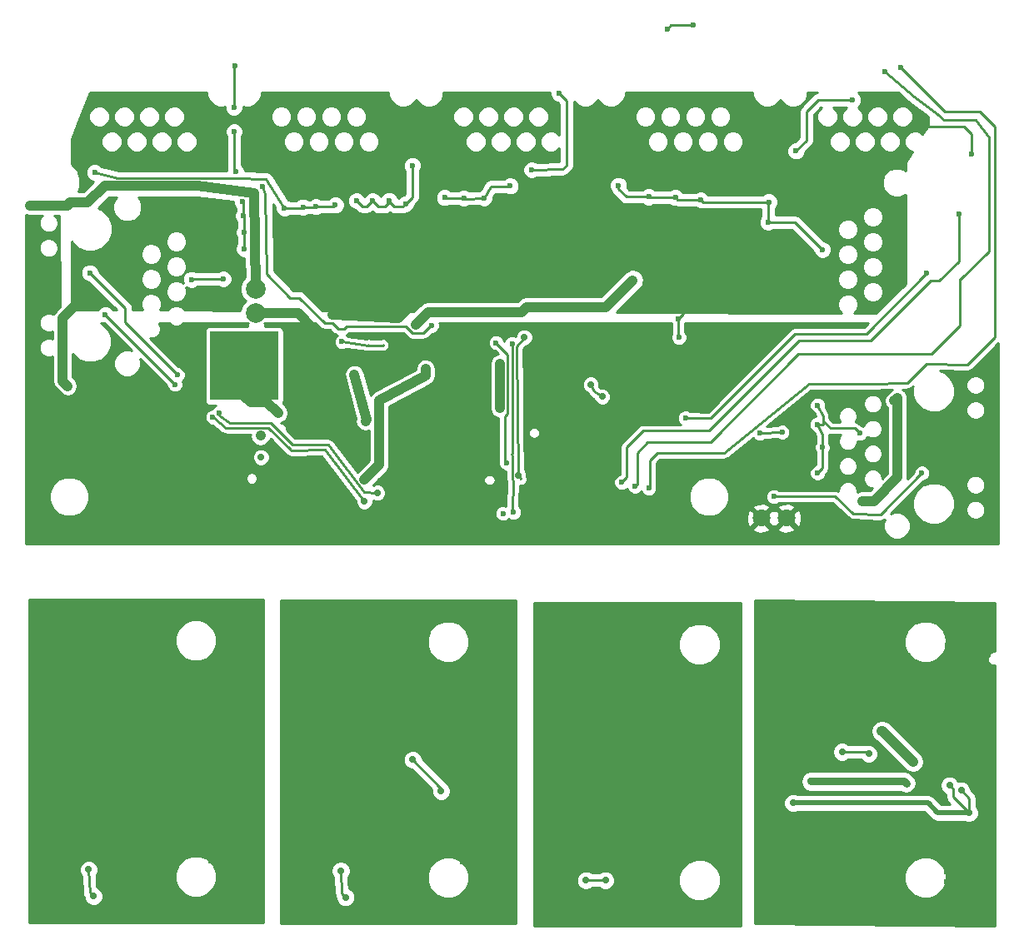
<source format=gbl>
G04 #@! TF.FileFunction,Copper,L2,Bot,Signal*
%FSLAX46Y46*%
G04 Gerber Fmt 4.6, Leading zero omitted, Abs format (unit mm)*
G04 Created by KiCad (PCBNEW 4.0.6-e0-6349~53~ubuntu16.04.1) date Wed Aug 23 22:00:31 2017*
%MOMM*%
%LPD*%
G01*
G04 APERTURE LIST*
%ADD10C,0.150000*%
%ADD11C,2.000000*%
%ADD12R,7.000000X7.000000*%
%ADD13C,0.500000*%
%ADD14C,1.800000*%
%ADD15C,0.600000*%
%ADD16R,2.499360X2.499360*%
%ADD17C,0.700000*%
%ADD18C,1.000000*%
%ADD19C,0.250000*%
%ADD20C,0.700000*%
%ADD21C,0.500000*%
%ADD22C,0.800000*%
%ADD23C,0.254000*%
G04 APERTURE END LIST*
D10*
D11*
X110000000Y-88350000D03*
X110000000Y-85850000D03*
D12*
X108800000Y-93700000D03*
D13*
X106300000Y-91200000D03*
X107300000Y-91200000D03*
X108300000Y-91200000D03*
X109300000Y-91200000D03*
X110300000Y-91200000D03*
X111300000Y-91200000D03*
X106300000Y-92200000D03*
X107300000Y-92200000D03*
X108300000Y-92200000D03*
X109300000Y-92200000D03*
X110300000Y-92200000D03*
X111300000Y-92200000D03*
X111300000Y-93200000D03*
X110300000Y-93200000D03*
X109300000Y-93200000D03*
X108300000Y-93200000D03*
X107300000Y-93200000D03*
X106300000Y-93200000D03*
X106300000Y-94200000D03*
X107300000Y-94200000D03*
X108300000Y-94200000D03*
X109300000Y-94200000D03*
X110300000Y-94200000D03*
X111300000Y-94200000D03*
X111300000Y-95200000D03*
X110300000Y-95200000D03*
X109300000Y-95200000D03*
X108300000Y-95200000D03*
X107300000Y-95200000D03*
X106300000Y-95200000D03*
X106300000Y-96200000D03*
X107300000Y-96200000D03*
X108300000Y-96200000D03*
X109300000Y-96200000D03*
X110300000Y-96200000D03*
X111300000Y-96200000D03*
D14*
X161340160Y-109200000D03*
X163880160Y-109200000D03*
D15*
X99075000Y-132825000D03*
X99075000Y-130825000D03*
X99075000Y-131825000D03*
X97475000Y-133025000D03*
X97475000Y-132025000D03*
X97475000Y-134025000D03*
X96275000Y-135225000D03*
X96275000Y-133225000D03*
X96275000Y-134225000D03*
X94875000Y-135625000D03*
X94875000Y-134625000D03*
X94875000Y-136625000D03*
X92075000Y-137025000D03*
X92075000Y-138025000D03*
X93475000Y-138025000D03*
X93475000Y-136025000D03*
X93475000Y-137025000D03*
X99375000Y-124725000D03*
X99375000Y-125725000D03*
X99375000Y-123725000D03*
X99375000Y-122725000D03*
X100375000Y-123725000D03*
X100375000Y-122725000D03*
X101375000Y-123725000D03*
X101375000Y-122725000D03*
X104275000Y-137325000D03*
X102675000Y-138425000D03*
X101175000Y-136425000D03*
X101175000Y-137425000D03*
X101175000Y-138425000D03*
X101175000Y-139425000D03*
X101175000Y-140425000D03*
X100775000Y-141325000D03*
X102675000Y-139425000D03*
X99775000Y-142425000D03*
X99775000Y-141425000D03*
X99775000Y-140425000D03*
X99775000Y-139425000D03*
X99775000Y-138425000D03*
X99775000Y-137425000D03*
X99775000Y-136425000D03*
X98375000Y-137425000D03*
X98375000Y-138425000D03*
X98375000Y-139425000D03*
X98375000Y-140425000D03*
X98375000Y-141425000D03*
X98375000Y-142425000D03*
X98375000Y-143425000D03*
X110375000Y-123125000D03*
X110375000Y-124125000D03*
X110375000Y-125125000D03*
X110375000Y-126125000D03*
X110375000Y-127125000D03*
X110375000Y-128125000D03*
X109375000Y-123125000D03*
X109375000Y-124125000D03*
X109375000Y-125125000D03*
X109375000Y-126125000D03*
X109375000Y-127125000D03*
X109375000Y-128125000D03*
X108375000Y-123125000D03*
X108375000Y-124125000D03*
X108375000Y-125125000D03*
X108375000Y-126125000D03*
X108375000Y-127125000D03*
X108375000Y-128125000D03*
X107375000Y-123125000D03*
X107375000Y-124125000D03*
X107375000Y-125125000D03*
X107375000Y-126125000D03*
X107375000Y-127125000D03*
X107375000Y-128125000D03*
X110375000Y-117725000D03*
X110375000Y-118725000D03*
X110375000Y-119725000D03*
X110375000Y-120725000D03*
X110375000Y-121725000D03*
X109375000Y-117725000D03*
X109375000Y-118725000D03*
X109375000Y-119725000D03*
X109375000Y-120725000D03*
X109375000Y-121725000D03*
X108375000Y-117725000D03*
X108375000Y-118725000D03*
X108375000Y-119725000D03*
X108375000Y-120725000D03*
X108375000Y-121725000D03*
X107375000Y-117725000D03*
X107375000Y-118725000D03*
X107375000Y-119725000D03*
X107375000Y-120725000D03*
X107375000Y-121725000D03*
X106375000Y-117725000D03*
X106375000Y-118725000D03*
X106375000Y-119725000D03*
X106375000Y-120725000D03*
X106375000Y-121725000D03*
X105375000Y-117725000D03*
X105375000Y-118725000D03*
X105375000Y-119725000D03*
X107075000Y-129325000D03*
X104375000Y-117725000D03*
X104375000Y-118725000D03*
X110175000Y-130225000D03*
X103375000Y-117725000D03*
X103375000Y-118725000D03*
X110175000Y-129225000D03*
X102375000Y-117725000D03*
X102375000Y-118725000D03*
X102375000Y-119725000D03*
X101375000Y-117725000D03*
X101375000Y-118725000D03*
X101375000Y-119725000D03*
X101375000Y-120725000D03*
X101375000Y-121725000D03*
X100375000Y-117725000D03*
X100375000Y-118725000D03*
X100375000Y-119725000D03*
X100375000Y-120725000D03*
X100375000Y-121725000D03*
X99375000Y-117725000D03*
X99375000Y-118725000D03*
X99375000Y-119725000D03*
X99375000Y-120725000D03*
X99375000Y-121725000D03*
X98375000Y-117725000D03*
X98375000Y-118725000D03*
X98375000Y-119725000D03*
X98375000Y-120725000D03*
X98375000Y-121725000D03*
X97375000Y-117725000D03*
X97375000Y-118725000D03*
X97375000Y-119725000D03*
X97375000Y-120725000D03*
X97375000Y-121725000D03*
X96375000Y-117725000D03*
X96375000Y-118725000D03*
X96375000Y-119725000D03*
X96375000Y-120725000D03*
X96375000Y-121725000D03*
X95375000Y-117725000D03*
X95375000Y-118725000D03*
X95375000Y-119725000D03*
X95375000Y-120725000D03*
X95375000Y-121725000D03*
X94375000Y-117725000D03*
X94375000Y-118725000D03*
X94375000Y-119725000D03*
X94375000Y-120725000D03*
X94375000Y-121725000D03*
X93375000Y-117725000D03*
X93375000Y-118725000D03*
X93375000Y-119725000D03*
X93375000Y-120725000D03*
X93375000Y-121725000D03*
X92375000Y-117725000D03*
X92375000Y-118725000D03*
X92375000Y-119725000D03*
X92375000Y-120725000D03*
X92375000Y-121725000D03*
X91375000Y-117725000D03*
X91375000Y-118725000D03*
X91375000Y-119725000D03*
X91375000Y-120725000D03*
X91375000Y-121725000D03*
X90375000Y-117725000D03*
X90375000Y-118725000D03*
X90375000Y-119725000D03*
X90375000Y-120725000D03*
X90375000Y-121725000D03*
X89375000Y-117725000D03*
X89375000Y-118725000D03*
X89375000Y-119725000D03*
X89375000Y-120725000D03*
X89375000Y-121725000D03*
X95575000Y-130725000D03*
X95575000Y-129725000D03*
X95575000Y-128725000D03*
X94075000Y-128725000D03*
X94075000Y-129725000D03*
X94075000Y-130725000D03*
X94075000Y-131725000D03*
X92575000Y-133725000D03*
X92575000Y-132725000D03*
X92575000Y-131725000D03*
X92575000Y-130725000D03*
X92575000Y-129725000D03*
X92575000Y-128725000D03*
X90975000Y-128725000D03*
X90975000Y-129725000D03*
X90975000Y-130725000D03*
X90975000Y-131725000D03*
X90975000Y-132725000D03*
X90975000Y-133725000D03*
X90975000Y-134725000D03*
X89475000Y-134725000D03*
X89475000Y-133725000D03*
X89475000Y-132725000D03*
X89475000Y-131725000D03*
X89475000Y-130725000D03*
X89475000Y-129725000D03*
X89475000Y-128725000D03*
X89475000Y-135725000D03*
X88175000Y-117725000D03*
X88175000Y-118725000D03*
X88175000Y-119725000D03*
X88175000Y-120725000D03*
X88175000Y-121725000D03*
X88175000Y-122725000D03*
X88175000Y-123725000D03*
X88175000Y-124725000D03*
X88175000Y-125725000D03*
X88175000Y-126725000D03*
X88175000Y-127725000D03*
X88175000Y-128725000D03*
X88175000Y-129725000D03*
X88175000Y-130725000D03*
X88175000Y-131725000D03*
X88175000Y-132725000D03*
X88175000Y-133725000D03*
X88175000Y-134725000D03*
X88175000Y-135725000D03*
X88175000Y-136725000D03*
X88175000Y-137725000D03*
X88175000Y-138725000D03*
X88175000Y-139725000D03*
X107475000Y-140025000D03*
X108475000Y-140025000D03*
X108475000Y-139025000D03*
X110475000Y-137025000D03*
X109475000Y-140025000D03*
X109475000Y-139025000D03*
X109475000Y-138025000D03*
X110475000Y-140025000D03*
X110475000Y-139025000D03*
X110475000Y-138025000D03*
X105375000Y-144025000D03*
X105375000Y-143025000D03*
X105375000Y-142025000D03*
X110475000Y-141025000D03*
X110475000Y-142025000D03*
X110475000Y-143025000D03*
X110475000Y-144025000D03*
X110475000Y-145025000D03*
X110475000Y-146025000D03*
X109475000Y-141025000D03*
X109475000Y-142025000D03*
X109475000Y-143025000D03*
X109475000Y-144025000D03*
X109475000Y-145025000D03*
X109475000Y-146025000D03*
X108475000Y-141025000D03*
X108475000Y-142025000D03*
X108475000Y-143025000D03*
X108475000Y-144025000D03*
X108475000Y-145025000D03*
X108475000Y-146025000D03*
X107475000Y-141025000D03*
X107475000Y-142025000D03*
X107475000Y-143025000D03*
X107475000Y-144025000D03*
X107475000Y-145025000D03*
X107475000Y-146025000D03*
X106475000Y-141025000D03*
X106475000Y-142025000D03*
X106475000Y-143025000D03*
X106475000Y-144025000D03*
X106475000Y-145025000D03*
X106475000Y-146025000D03*
X110375000Y-147125000D03*
X108475000Y-147125000D03*
X107475000Y-147125000D03*
X106475000Y-147125000D03*
X109475000Y-147125000D03*
X110375000Y-148225000D03*
X109375000Y-148225000D03*
X108375000Y-148225000D03*
X107375000Y-148225000D03*
X106375000Y-148225000D03*
X105375000Y-148225000D03*
X104375000Y-148225000D03*
X103375000Y-148225000D03*
X102375000Y-148225000D03*
X101375000Y-148225000D03*
X100375000Y-148225000D03*
X110375000Y-149325000D03*
X109375000Y-149325000D03*
X108375000Y-149325000D03*
X107375000Y-149325000D03*
X106375000Y-149325000D03*
X105375000Y-149325000D03*
X104375000Y-149325000D03*
X103375000Y-149325000D03*
X102375000Y-149325000D03*
X101375000Y-149325000D03*
X100375000Y-149325000D03*
X99375000Y-149325000D03*
X98375000Y-149325000D03*
X93375000Y-149325000D03*
X94375000Y-149325000D03*
X95375000Y-149325000D03*
X96375000Y-149325000D03*
X97375000Y-149325000D03*
X88175000Y-142025000D03*
X92175000Y-147325000D03*
X92175000Y-148325000D03*
X92175000Y-149325000D03*
X88175000Y-144325000D03*
X88175000Y-140725000D03*
X91175000Y-147325000D03*
X91175000Y-148325000D03*
X91175000Y-149325000D03*
X88175000Y-143225000D03*
X90175000Y-146325000D03*
X90175000Y-147325000D03*
X90175000Y-148325000D03*
X90175000Y-149325000D03*
X89175000Y-145325000D03*
X89175000Y-146325000D03*
X89175000Y-147325000D03*
X89175000Y-148325000D03*
X89175000Y-149325000D03*
X88175000Y-145325000D03*
X88175000Y-146325000D03*
X88175000Y-147325000D03*
X88175000Y-148325000D03*
X103875000Y-133625000D03*
X103113000Y-132863000D03*
X103113000Y-134387000D03*
X104637000Y-132863000D03*
X104637000Y-134387000D03*
D16*
X103875000Y-133625000D03*
D15*
X88175000Y-149325000D03*
X124700000Y-132950000D03*
X124700000Y-130950000D03*
X124700000Y-131950000D03*
X123100000Y-133150000D03*
X123100000Y-132150000D03*
X123100000Y-134150000D03*
X121900000Y-135350000D03*
X121900000Y-133350000D03*
X121900000Y-134350000D03*
X120500000Y-135750000D03*
X120500000Y-134750000D03*
X120500000Y-136750000D03*
X117700000Y-137150000D03*
X117700000Y-138150000D03*
X119100000Y-138150000D03*
X119100000Y-136150000D03*
X119100000Y-137150000D03*
X125000000Y-124850000D03*
X125000000Y-125850000D03*
X125000000Y-123850000D03*
X125000000Y-122850000D03*
X126000000Y-123850000D03*
X126000000Y-122850000D03*
X127000000Y-123850000D03*
X127000000Y-122850000D03*
X129900000Y-137450000D03*
X128300000Y-138550000D03*
X126800000Y-136550000D03*
X126800000Y-137550000D03*
X126800000Y-138550000D03*
X126800000Y-139550000D03*
X126800000Y-140550000D03*
X126400000Y-141450000D03*
X128300000Y-139550000D03*
X125400000Y-142550000D03*
X125400000Y-141550000D03*
X125400000Y-140550000D03*
X125400000Y-139550000D03*
X125400000Y-138550000D03*
X125400000Y-137550000D03*
X125400000Y-136550000D03*
X124000000Y-137550000D03*
X124000000Y-138550000D03*
X124000000Y-139550000D03*
X124000000Y-140550000D03*
X124000000Y-141550000D03*
X124000000Y-142550000D03*
X124000000Y-143550000D03*
X136000000Y-123250000D03*
X136000000Y-124250000D03*
X136000000Y-125250000D03*
X136000000Y-126250000D03*
X136000000Y-127250000D03*
X136000000Y-128250000D03*
X135000000Y-123250000D03*
X135000000Y-124250000D03*
X135000000Y-125250000D03*
X135000000Y-126250000D03*
X135000000Y-127250000D03*
X135000000Y-128250000D03*
X134000000Y-123250000D03*
X134000000Y-124250000D03*
X134000000Y-125250000D03*
X134000000Y-126250000D03*
X134000000Y-127250000D03*
X134000000Y-128250000D03*
X133000000Y-123250000D03*
X133000000Y-124250000D03*
X133000000Y-125250000D03*
X133000000Y-126250000D03*
X133000000Y-127250000D03*
X133000000Y-128250000D03*
X136000000Y-117850000D03*
X136000000Y-118850000D03*
X136000000Y-119850000D03*
X136000000Y-120850000D03*
X136000000Y-121850000D03*
X135000000Y-117850000D03*
X135000000Y-118850000D03*
X135000000Y-119850000D03*
X135000000Y-120850000D03*
X135000000Y-121850000D03*
X134000000Y-117850000D03*
X134000000Y-118850000D03*
X134000000Y-119850000D03*
X134000000Y-120850000D03*
X134000000Y-121850000D03*
X133000000Y-117850000D03*
X133000000Y-118850000D03*
X133000000Y-119850000D03*
X133000000Y-120850000D03*
X133000000Y-121850000D03*
X132000000Y-117850000D03*
X132000000Y-118850000D03*
X132000000Y-119850000D03*
X132000000Y-120850000D03*
X132000000Y-121850000D03*
X131000000Y-117850000D03*
X131000000Y-118850000D03*
X131000000Y-119850000D03*
X132700000Y-129450000D03*
X130000000Y-117850000D03*
X130000000Y-118850000D03*
X135800000Y-130350000D03*
X129000000Y-117850000D03*
X129000000Y-118850000D03*
X135800000Y-129350000D03*
X128000000Y-117850000D03*
X128000000Y-118850000D03*
X128000000Y-119850000D03*
X127000000Y-117850000D03*
X127000000Y-118850000D03*
X127000000Y-119850000D03*
X127000000Y-120850000D03*
X127000000Y-121850000D03*
X126000000Y-117850000D03*
X126000000Y-118850000D03*
X126000000Y-119850000D03*
X126000000Y-120850000D03*
X126000000Y-121850000D03*
X125000000Y-117850000D03*
X125000000Y-118850000D03*
X125000000Y-119850000D03*
X125000000Y-120850000D03*
X125000000Y-121850000D03*
X124000000Y-117850000D03*
X124000000Y-118850000D03*
X124000000Y-119850000D03*
X124000000Y-120850000D03*
X124000000Y-121850000D03*
X123000000Y-117850000D03*
X123000000Y-118850000D03*
X123000000Y-119850000D03*
X123000000Y-120850000D03*
X123000000Y-121850000D03*
X122000000Y-117850000D03*
X122000000Y-118850000D03*
X122000000Y-119850000D03*
X122000000Y-120850000D03*
X122000000Y-121850000D03*
X121000000Y-117850000D03*
X121000000Y-118850000D03*
X121000000Y-119850000D03*
X121000000Y-120850000D03*
X121000000Y-121850000D03*
X120000000Y-117850000D03*
X120000000Y-118850000D03*
X120000000Y-119850000D03*
X120000000Y-120850000D03*
X120000000Y-121850000D03*
X119000000Y-117850000D03*
X119000000Y-118850000D03*
X119000000Y-119850000D03*
X119000000Y-120850000D03*
X119000000Y-121850000D03*
X118000000Y-117850000D03*
X118000000Y-118850000D03*
X118000000Y-119850000D03*
X118000000Y-120850000D03*
X118000000Y-121850000D03*
X117000000Y-117850000D03*
X117000000Y-118850000D03*
X117000000Y-119850000D03*
X117000000Y-120850000D03*
X117000000Y-121850000D03*
X116000000Y-117850000D03*
X116000000Y-118850000D03*
X116000000Y-119850000D03*
X116000000Y-120850000D03*
X116000000Y-121850000D03*
X115000000Y-117850000D03*
X115000000Y-118850000D03*
X115000000Y-119850000D03*
X115000000Y-120850000D03*
X115000000Y-121850000D03*
X121200000Y-130850000D03*
X121200000Y-129850000D03*
X121200000Y-128850000D03*
X119700000Y-128850000D03*
X119700000Y-129850000D03*
X119700000Y-130850000D03*
X119700000Y-131850000D03*
X118200000Y-133850000D03*
X118200000Y-132850000D03*
X118200000Y-131850000D03*
X118200000Y-130850000D03*
X118200000Y-129850000D03*
X118200000Y-128850000D03*
X116600000Y-128850000D03*
X116600000Y-129850000D03*
X116600000Y-130850000D03*
X116600000Y-131850000D03*
X116600000Y-132850000D03*
X116600000Y-133850000D03*
X116600000Y-134850000D03*
X115100000Y-134850000D03*
X115100000Y-133850000D03*
X115100000Y-132850000D03*
X115100000Y-131850000D03*
X115100000Y-130850000D03*
X115100000Y-129850000D03*
X115100000Y-128850000D03*
X115100000Y-135850000D03*
X113800000Y-117850000D03*
X113800000Y-118850000D03*
X113800000Y-119850000D03*
X113800000Y-120850000D03*
X113800000Y-121850000D03*
X113800000Y-122850000D03*
X113800000Y-123850000D03*
X113800000Y-124850000D03*
X113800000Y-125850000D03*
X113800000Y-126850000D03*
X113800000Y-127850000D03*
X113800000Y-128850000D03*
X113800000Y-129850000D03*
X113800000Y-130850000D03*
X113800000Y-131850000D03*
X113800000Y-132850000D03*
X113800000Y-133850000D03*
X113800000Y-134850000D03*
X113800000Y-135850000D03*
X113800000Y-136850000D03*
X113800000Y-137850000D03*
X113800000Y-138850000D03*
X113800000Y-139850000D03*
X133100000Y-140150000D03*
X134100000Y-140150000D03*
X134100000Y-139150000D03*
X136100000Y-137150000D03*
X135100000Y-140150000D03*
X135100000Y-139150000D03*
X135100000Y-138150000D03*
X136100000Y-140150000D03*
X136100000Y-139150000D03*
X136100000Y-138150000D03*
X131000000Y-144150000D03*
X131000000Y-143150000D03*
X131000000Y-142150000D03*
X136100000Y-141150000D03*
X136100000Y-142150000D03*
X136100000Y-143150000D03*
X136100000Y-144150000D03*
X136100000Y-145150000D03*
X136100000Y-146150000D03*
X135100000Y-141150000D03*
X135100000Y-142150000D03*
X135100000Y-143150000D03*
X135100000Y-144150000D03*
X135100000Y-145150000D03*
X135100000Y-146150000D03*
X134100000Y-141150000D03*
X134100000Y-142150000D03*
X134100000Y-143150000D03*
X134100000Y-144150000D03*
X134100000Y-145150000D03*
X134100000Y-146150000D03*
X133100000Y-141150000D03*
X133100000Y-142150000D03*
X133100000Y-143150000D03*
X133100000Y-144150000D03*
X133100000Y-145150000D03*
X133100000Y-146150000D03*
X132100000Y-141150000D03*
X132100000Y-142150000D03*
X132100000Y-143150000D03*
X132100000Y-144150000D03*
X132100000Y-145150000D03*
X132100000Y-146150000D03*
X136000000Y-147250000D03*
X134100000Y-147250000D03*
X133100000Y-147250000D03*
X132100000Y-147250000D03*
X135100000Y-147250000D03*
X136000000Y-148350000D03*
X135000000Y-148350000D03*
X134000000Y-148350000D03*
X133000000Y-148350000D03*
X132000000Y-148350000D03*
X131000000Y-148350000D03*
X130000000Y-148350000D03*
X129000000Y-148350000D03*
X128000000Y-148350000D03*
X127000000Y-148350000D03*
X126000000Y-148350000D03*
X136000000Y-149450000D03*
X135000000Y-149450000D03*
X134000000Y-149450000D03*
X133000000Y-149450000D03*
X132000000Y-149450000D03*
X131000000Y-149450000D03*
X130000000Y-149450000D03*
X129000000Y-149450000D03*
X128000000Y-149450000D03*
X127000000Y-149450000D03*
X126000000Y-149450000D03*
X125000000Y-149450000D03*
X124000000Y-149450000D03*
X119000000Y-149450000D03*
X120000000Y-149450000D03*
X121000000Y-149450000D03*
X122000000Y-149450000D03*
X123000000Y-149450000D03*
X113800000Y-142150000D03*
X117800000Y-147450000D03*
X117800000Y-148450000D03*
X117800000Y-149450000D03*
X113800000Y-144450000D03*
X113800000Y-140850000D03*
X116800000Y-147450000D03*
X116800000Y-148450000D03*
X116800000Y-149450000D03*
X113800000Y-143350000D03*
X115800000Y-146450000D03*
X115800000Y-147450000D03*
X115800000Y-148450000D03*
X115800000Y-149450000D03*
X114800000Y-145450000D03*
X114800000Y-146450000D03*
X114800000Y-147450000D03*
X114800000Y-148450000D03*
X114800000Y-149450000D03*
X113800000Y-145450000D03*
X113800000Y-146450000D03*
X113800000Y-147450000D03*
X113800000Y-148450000D03*
X113800000Y-149450000D03*
X129500000Y-133750000D03*
X128738000Y-132988000D03*
X128738000Y-134512000D03*
X130262000Y-132988000D03*
X130262000Y-134512000D03*
D16*
X129500000Y-133750000D03*
D15*
X148750000Y-148700000D03*
X147750000Y-148700000D03*
X146750000Y-148700000D03*
X145750000Y-148700000D03*
X144750000Y-148700000D03*
X149750000Y-148700000D03*
X150750000Y-148700000D03*
X158750000Y-130500000D03*
X158750000Y-129500000D03*
X157750000Y-128500000D03*
X157750000Y-129500000D03*
X157750000Y-130500000D03*
X156750000Y-128500000D03*
X156750000Y-129500000D03*
X156750000Y-130500000D03*
X153750000Y-124500000D03*
X153750000Y-125500000D03*
X153750000Y-126500000D03*
X153750000Y-127500000D03*
X152750000Y-124500000D03*
X152750000Y-125500000D03*
X152750000Y-126500000D03*
X152750000Y-127500000D03*
X154750000Y-127500000D03*
X154750000Y-126500000D03*
X154750000Y-125500000D03*
X154750000Y-124500000D03*
X155750000Y-127500000D03*
X155750000Y-126500000D03*
X155750000Y-125500000D03*
X155750000Y-124500000D03*
X156750000Y-127500000D03*
X156750000Y-126500000D03*
X156750000Y-125500000D03*
X156750000Y-124500000D03*
X157750000Y-127500000D03*
X157750000Y-126500000D03*
X157750000Y-125500000D03*
X157750000Y-124500000D03*
X150450000Y-133200000D03*
X150450000Y-132200000D03*
X148850000Y-133400000D03*
X148850000Y-134400000D03*
X147650000Y-133600000D03*
X147650000Y-134600000D03*
X146250000Y-136000000D03*
X146250000Y-135000000D03*
X143450000Y-138400000D03*
X144850000Y-136400000D03*
X144850000Y-137400000D03*
X150750000Y-125100000D03*
X150750000Y-126100000D03*
X150750000Y-124100000D03*
X150750000Y-123100000D03*
X151750000Y-124100000D03*
X151750000Y-123100000D03*
X154050000Y-138800000D03*
X152550000Y-137800000D03*
X152550000Y-138800000D03*
X152550000Y-139800000D03*
X152550000Y-140800000D03*
X152150000Y-141700000D03*
X151150000Y-142800000D03*
X151150000Y-141800000D03*
X151150000Y-140800000D03*
X151150000Y-139800000D03*
X151150000Y-138800000D03*
X151150000Y-137800000D03*
X149750000Y-137800000D03*
X149750000Y-138800000D03*
X149750000Y-139800000D03*
X149750000Y-140800000D03*
X149750000Y-141800000D03*
X149750000Y-142800000D03*
X149750000Y-143800000D03*
X158750000Y-124500000D03*
X158750000Y-125500000D03*
X158750000Y-126500000D03*
X158750000Y-127500000D03*
X158750000Y-128500000D03*
X158750000Y-118100000D03*
X158750000Y-119100000D03*
X158750000Y-120100000D03*
X157750000Y-118100000D03*
X157750000Y-119100000D03*
X156750000Y-118100000D03*
X156750000Y-119100000D03*
X155750000Y-118100000D03*
X155750000Y-119100000D03*
X154750000Y-118100000D03*
X154750000Y-119100000D03*
X153750000Y-118100000D03*
X153750000Y-119100000D03*
X153750000Y-120100000D03*
X152750000Y-118100000D03*
X152750000Y-119100000D03*
X152750000Y-120100000D03*
X151750000Y-118100000D03*
X151750000Y-119100000D03*
X151750000Y-120100000D03*
X151750000Y-121100000D03*
X151750000Y-122100000D03*
X150750000Y-118100000D03*
X150750000Y-119100000D03*
X150750000Y-120100000D03*
X150750000Y-121100000D03*
X150750000Y-122100000D03*
X149750000Y-118100000D03*
X149750000Y-119100000D03*
X149750000Y-120100000D03*
X149750000Y-121100000D03*
X149750000Y-122100000D03*
X148750000Y-118100000D03*
X148750000Y-119100000D03*
X148750000Y-120100000D03*
X148750000Y-121100000D03*
X148750000Y-122100000D03*
X147750000Y-118100000D03*
X147750000Y-119100000D03*
X147750000Y-120100000D03*
X147750000Y-121100000D03*
X147750000Y-122100000D03*
X146750000Y-118100000D03*
X146750000Y-119100000D03*
X146750000Y-120100000D03*
X146750000Y-121100000D03*
X146750000Y-122100000D03*
X145750000Y-118100000D03*
X145750000Y-119100000D03*
X145750000Y-120100000D03*
X145750000Y-121100000D03*
X145750000Y-122100000D03*
X144750000Y-118100000D03*
X144750000Y-119100000D03*
X144750000Y-120100000D03*
X144750000Y-121100000D03*
X144750000Y-122100000D03*
X143750000Y-118100000D03*
X143750000Y-119100000D03*
X143750000Y-120100000D03*
X143750000Y-121100000D03*
X143750000Y-122100000D03*
X142750000Y-118100000D03*
X142750000Y-119100000D03*
X142750000Y-120100000D03*
X142750000Y-121100000D03*
X142750000Y-122100000D03*
X141750000Y-118100000D03*
X141750000Y-119100000D03*
X141750000Y-120100000D03*
X141750000Y-121100000D03*
X141750000Y-122100000D03*
X140750000Y-118100000D03*
X140750000Y-119100000D03*
X140750000Y-120100000D03*
X140750000Y-121100000D03*
X140750000Y-122100000D03*
X146950000Y-131100000D03*
X146950000Y-130100000D03*
X146950000Y-129100000D03*
X145450000Y-129100000D03*
X145450000Y-130100000D03*
X145450000Y-131100000D03*
X145450000Y-132100000D03*
X143950000Y-134100000D03*
X143950000Y-133100000D03*
X143950000Y-132100000D03*
X143950000Y-131100000D03*
X143950000Y-130100000D03*
X143950000Y-129100000D03*
X142350000Y-129100000D03*
X142350000Y-130100000D03*
X142350000Y-131100000D03*
X142350000Y-132100000D03*
X142350000Y-133100000D03*
X142350000Y-134100000D03*
X142350000Y-135100000D03*
X140850000Y-135100000D03*
X140850000Y-134100000D03*
X140850000Y-133100000D03*
X140850000Y-132100000D03*
X140850000Y-131100000D03*
X140850000Y-130100000D03*
X140850000Y-129100000D03*
X140850000Y-136100000D03*
X139550000Y-118100000D03*
X139550000Y-119100000D03*
X139550000Y-120100000D03*
X139550000Y-121100000D03*
X139550000Y-122100000D03*
X139550000Y-123100000D03*
X139550000Y-124100000D03*
X139550000Y-125100000D03*
X139550000Y-126100000D03*
X139550000Y-127100000D03*
X139550000Y-128100000D03*
X139550000Y-129100000D03*
X139550000Y-130100000D03*
X139550000Y-131100000D03*
X139550000Y-132100000D03*
X139550000Y-133100000D03*
X139550000Y-134100000D03*
X139550000Y-135100000D03*
X139550000Y-136100000D03*
X139550000Y-137100000D03*
X139550000Y-138100000D03*
X139550000Y-139100000D03*
X139550000Y-140100000D03*
X158850000Y-140400000D03*
X156750000Y-143400000D03*
X156750000Y-142400000D03*
X158850000Y-141400000D03*
X158850000Y-142400000D03*
X158850000Y-143400000D03*
X157850000Y-141400000D03*
X157850000Y-142400000D03*
X157850000Y-143400000D03*
X158750000Y-148600000D03*
X157750000Y-148600000D03*
X156750000Y-148600000D03*
X155750000Y-148600000D03*
X154750000Y-148600000D03*
X153750000Y-148600000D03*
X152750000Y-148600000D03*
X151750000Y-148600000D03*
X158750000Y-149700000D03*
X157750000Y-149700000D03*
X156750000Y-149700000D03*
X155750000Y-149700000D03*
X154750000Y-149700000D03*
X153750000Y-149700000D03*
X152750000Y-149700000D03*
X151750000Y-149700000D03*
X150750000Y-149700000D03*
X149750000Y-149700000D03*
X144750000Y-149700000D03*
X145750000Y-149700000D03*
X146750000Y-149700000D03*
X147750000Y-149700000D03*
X148750000Y-149700000D03*
X139550000Y-142400000D03*
X143550000Y-147700000D03*
X143550000Y-148700000D03*
X143550000Y-149700000D03*
X139550000Y-144700000D03*
X139550000Y-141100000D03*
X142550000Y-147700000D03*
X142550000Y-148700000D03*
X142550000Y-149700000D03*
X139550000Y-143600000D03*
X141550000Y-146700000D03*
X141550000Y-147700000D03*
X141550000Y-148700000D03*
X141550000Y-149700000D03*
X140550000Y-145700000D03*
X140550000Y-146700000D03*
X140550000Y-147700000D03*
X140550000Y-148700000D03*
X140550000Y-149700000D03*
X139550000Y-145700000D03*
X139550000Y-146700000D03*
X139550000Y-147700000D03*
X139550000Y-148700000D03*
X139550000Y-149700000D03*
X174250000Y-120150000D03*
X173250000Y-120150000D03*
X172250000Y-120150000D03*
X171250000Y-120150000D03*
X175250000Y-130250000D03*
X175250000Y-129250000D03*
X176250000Y-130250000D03*
X176250000Y-129250000D03*
X181250000Y-143150000D03*
X182250000Y-143150000D03*
X180150000Y-143150000D03*
X161050000Y-149450000D03*
X161050000Y-148450000D03*
X161050000Y-147450000D03*
X161050000Y-146450000D03*
X161050000Y-145450000D03*
X162050000Y-149450000D03*
X162050000Y-148450000D03*
X162050000Y-147450000D03*
X162050000Y-146450000D03*
X163050000Y-149450000D03*
X163050000Y-148450000D03*
X163050000Y-147450000D03*
X164050000Y-149450000D03*
X164050000Y-148450000D03*
X164050000Y-147450000D03*
X169250000Y-149450000D03*
X168250000Y-149450000D03*
X167250000Y-149450000D03*
X166250000Y-149450000D03*
X165250000Y-149450000D03*
X170250000Y-149450000D03*
X171250000Y-149450000D03*
X172250000Y-149450000D03*
X173250000Y-149450000D03*
X174250000Y-149450000D03*
X175250000Y-149450000D03*
X176250000Y-149450000D03*
X177250000Y-149450000D03*
X178250000Y-149450000D03*
X179250000Y-149450000D03*
X180250000Y-149450000D03*
X181250000Y-149450000D03*
X182250000Y-149450000D03*
X172250000Y-148350000D03*
X173250000Y-148350000D03*
X174250000Y-148350000D03*
X175250000Y-148350000D03*
X176250000Y-148350000D03*
X177250000Y-148350000D03*
X178250000Y-148350000D03*
X179250000Y-148350000D03*
X180250000Y-148350000D03*
X181250000Y-148350000D03*
X182250000Y-148350000D03*
X173250000Y-145150000D03*
X172250000Y-146150000D03*
X180250000Y-147250000D03*
X174250000Y-147250000D03*
X172250000Y-147150000D03*
X171150000Y-145250000D03*
X174250000Y-146250000D03*
X174250000Y-145150000D03*
X172350000Y-145250000D03*
X171150000Y-146150000D03*
X179250000Y-128250000D03*
X179250000Y-127250000D03*
X179250000Y-126250000D03*
X179250000Y-125250000D03*
X179250000Y-124250000D03*
X180250000Y-128250000D03*
X180250000Y-127250000D03*
X180250000Y-126250000D03*
X180250000Y-125250000D03*
X180250000Y-124250000D03*
X181350000Y-128250000D03*
X181350000Y-127250000D03*
X181350000Y-126250000D03*
X181250000Y-125250000D03*
X181250000Y-124250000D03*
X182350000Y-128250000D03*
X182350000Y-127250000D03*
X182350000Y-126250000D03*
X182250000Y-125250000D03*
X182250000Y-124250000D03*
X169250000Y-146450000D03*
X169250000Y-147450000D03*
X169250000Y-148450000D03*
X168250000Y-146450000D03*
X168250000Y-147450000D03*
X168250000Y-148450000D03*
X167250000Y-146450000D03*
X167250000Y-147450000D03*
X167250000Y-148450000D03*
X166250000Y-146450000D03*
X166250000Y-147450000D03*
X166250000Y-148450000D03*
X165250000Y-146450000D03*
X165250000Y-147450000D03*
X165250000Y-148450000D03*
X164050000Y-146450000D03*
X163050000Y-146450000D03*
X163050000Y-145450000D03*
X164050000Y-145450000D03*
X165250000Y-145450000D03*
X166250000Y-145450000D03*
X167250000Y-145450000D03*
X168250000Y-145450000D03*
X169250000Y-145450000D03*
X162050000Y-145450000D03*
X162050000Y-142450000D03*
X164050000Y-142450000D03*
X163050000Y-142450000D03*
X163050000Y-143450000D03*
X164050000Y-143450000D03*
X164050000Y-144450000D03*
X163050000Y-144450000D03*
X162050000Y-143450000D03*
X162050000Y-144450000D03*
X161050000Y-142450000D03*
X161050000Y-143450000D03*
X161050000Y-144450000D03*
X171350000Y-148350000D03*
X170350000Y-148350000D03*
X173250000Y-147150000D03*
X170350000Y-147350000D03*
X175250000Y-146150000D03*
X173250000Y-146250000D03*
X176250000Y-147250000D03*
X175250000Y-147250000D03*
X175250000Y-145150000D03*
X171150000Y-147050000D03*
X170350000Y-146150000D03*
X180150000Y-145150000D03*
X180150000Y-146150000D03*
X180150000Y-144150000D03*
X182250000Y-144150000D03*
X182250000Y-145150000D03*
X182250000Y-146150000D03*
X181250000Y-144150000D03*
X181250000Y-145150000D03*
X181250000Y-146150000D03*
X182250000Y-147250000D03*
X181250000Y-147250000D03*
X183350000Y-147250000D03*
X184350000Y-147250000D03*
X183350000Y-146150000D03*
X183350000Y-145150000D03*
X183350000Y-144150000D03*
X184350000Y-146150000D03*
X184350000Y-145150000D03*
X184350000Y-144150000D03*
X184350000Y-139050000D03*
X184350000Y-148350000D03*
X183350000Y-148350000D03*
X184350000Y-149450000D03*
X183350000Y-149450000D03*
X183350000Y-138050000D03*
X184350000Y-138050000D03*
X184350000Y-137050000D03*
X184350000Y-124250000D03*
X184350000Y-125250000D03*
X184450000Y-126250000D03*
X184450000Y-127250000D03*
X184450000Y-128250000D03*
X183350000Y-124250000D03*
X183350000Y-125250000D03*
X183450000Y-126250000D03*
X183450000Y-127250000D03*
X183450000Y-128250000D03*
X183350000Y-123150000D03*
X183350000Y-122150000D03*
X183350000Y-121150000D03*
X184350000Y-123150000D03*
X184350000Y-122150000D03*
X184350000Y-121150000D03*
X182250000Y-121150000D03*
X182250000Y-122150000D03*
X182250000Y-123150000D03*
X181250000Y-121150000D03*
X181250000Y-122150000D03*
X181250000Y-123150000D03*
X180250000Y-121150000D03*
X180250000Y-122150000D03*
X180250000Y-123150000D03*
X175250000Y-122150000D03*
X175250000Y-121150000D03*
X176250000Y-123150000D03*
X178250000Y-124250000D03*
X178250000Y-125250000D03*
X178250000Y-126250000D03*
X178250000Y-127250000D03*
X178250000Y-128250000D03*
X177250000Y-124250000D03*
X177250000Y-125250000D03*
X177250000Y-126250000D03*
X177250000Y-127250000D03*
X177250000Y-128250000D03*
X176250000Y-124250000D03*
X176250000Y-125250000D03*
X176250000Y-126250000D03*
X176250000Y-127250000D03*
X176250000Y-128250000D03*
X175350000Y-123150000D03*
X175250000Y-124250000D03*
X175250000Y-125250000D03*
X175250000Y-126250000D03*
X175250000Y-127250000D03*
X175250000Y-128250000D03*
X175350000Y-120150000D03*
X178250000Y-118150000D03*
X178250000Y-119150000D03*
X177250000Y-118150000D03*
X177250000Y-119150000D03*
X176250000Y-118150000D03*
X176250000Y-119150000D03*
X176250000Y-120150000D03*
X175350000Y-118150000D03*
X175350000Y-119150000D03*
X179250000Y-119150000D03*
X179250000Y-118150000D03*
X180250000Y-120150000D03*
X180250000Y-119150000D03*
X180250000Y-118150000D03*
X181250000Y-120150000D03*
X181250000Y-119150000D03*
X181250000Y-118150000D03*
X182250000Y-120150000D03*
X182250000Y-119150000D03*
X182250000Y-118150000D03*
X184350000Y-118150000D03*
X184350000Y-119150000D03*
X184350000Y-120150000D03*
X183350000Y-118150000D03*
X183350000Y-119150000D03*
X183350000Y-120150000D03*
X165050000Y-120150000D03*
X169150000Y-120150000D03*
X169150000Y-119150000D03*
X169150000Y-118150000D03*
X170150000Y-120150000D03*
X170150000Y-119150000D03*
X170150000Y-118150000D03*
X168050000Y-118150000D03*
X168050000Y-119150000D03*
X168050000Y-120150000D03*
X167050000Y-118150000D03*
X167050000Y-119150000D03*
X167050000Y-120150000D03*
X166050000Y-118150000D03*
X166050000Y-119150000D03*
X166050000Y-120150000D03*
X165050000Y-118150000D03*
X165050000Y-119150000D03*
X161050000Y-119150000D03*
X161050000Y-118150000D03*
X162050000Y-120150000D03*
X162050000Y-119150000D03*
X162050000Y-118150000D03*
X163050000Y-120150000D03*
X163050000Y-119150000D03*
X163050000Y-118150000D03*
X164050000Y-120150000D03*
X164050000Y-119150000D03*
X164050000Y-118150000D03*
X161050000Y-120150000D03*
X161050000Y-128250000D03*
X161050000Y-127250000D03*
X161050000Y-126250000D03*
X161050000Y-125250000D03*
X161050000Y-124250000D03*
X161050000Y-123150000D03*
X162050000Y-128250000D03*
X162050000Y-127250000D03*
X162050000Y-126250000D03*
X162050000Y-125250000D03*
X162050000Y-124250000D03*
X163050000Y-128250000D03*
X163050000Y-127250000D03*
X163050000Y-126250000D03*
X163050000Y-125250000D03*
X163050000Y-124250000D03*
X164050000Y-128250000D03*
X164050000Y-127250000D03*
X164050000Y-126250000D03*
X164050000Y-125250000D03*
X164050000Y-124250000D03*
X164050000Y-121150000D03*
X164050000Y-122150000D03*
X164050000Y-123150000D03*
X163050000Y-121150000D03*
X163050000Y-122150000D03*
X163050000Y-123150000D03*
X162050000Y-121150000D03*
X162050000Y-122150000D03*
X162050000Y-123150000D03*
X161050000Y-121150000D03*
X161050000Y-122150000D03*
X161050000Y-138450000D03*
X161050000Y-137450000D03*
X161050000Y-136450000D03*
X162050000Y-138450000D03*
X162050000Y-137450000D03*
X163050000Y-138450000D03*
X163050000Y-137450000D03*
X163050000Y-136450000D03*
X162050000Y-136450000D03*
X162050000Y-139450000D03*
X163050000Y-139450000D03*
X163050000Y-140450000D03*
X163050000Y-141450000D03*
X162050000Y-140450000D03*
X162050000Y-141450000D03*
X161050000Y-139450000D03*
X161050000Y-140450000D03*
X161050000Y-141450000D03*
X171250000Y-119150000D03*
X171250000Y-118150000D03*
X173350000Y-118150000D03*
X173350000Y-119150000D03*
X172350000Y-118150000D03*
X172350000Y-119150000D03*
X174350000Y-119150000D03*
X174350000Y-118150000D03*
X183350000Y-143150000D03*
X183350000Y-142150000D03*
X183350000Y-141150000D03*
X183350000Y-140150000D03*
X184350000Y-143150000D03*
X184350000Y-142150000D03*
X184350000Y-141150000D03*
X184350000Y-140150000D03*
D17*
X176750000Y-133950000D03*
X173550000Y-130850000D03*
D15*
X144526000Y-105664000D03*
X143256000Y-105918000D03*
X148610000Y-92110000D03*
X118070000Y-92400000D03*
X137910000Y-104820000D03*
X133560000Y-104710000D03*
X129970000Y-104650000D03*
X137570000Y-97890000D03*
X153400000Y-93800000D03*
X155390000Y-97760000D03*
X115800000Y-94400000D03*
D17*
X126000000Y-93250000D03*
X120900000Y-101560000D03*
X133700000Y-99100000D03*
X129700000Y-99000000D03*
X127600000Y-98000000D03*
X119970000Y-102430000D03*
X116800000Y-103900000D03*
X114000000Y-100450000D03*
X148250000Y-96000000D03*
X108675000Y-131525000D03*
X108675000Y-129725000D03*
X102175000Y-128425000D03*
X101575000Y-126425000D03*
X109126840Y-133976840D03*
X102625320Y-136774680D03*
X96675000Y-145025000D03*
X134751840Y-134101840D03*
X122300000Y-145150000D03*
X155550000Y-136500000D03*
X155250000Y-131800000D03*
X156250000Y-131700000D03*
X157350000Y-133000000D03*
X174050000Y-141450000D03*
X176350000Y-140150000D03*
X169250000Y-144050000D03*
X182650000Y-131350000D03*
X181650000Y-131450000D03*
X178550000Y-131250000D03*
X180550000Y-131550000D03*
X179650000Y-130750000D03*
D15*
X135080000Y-108710000D03*
X136160000Y-108590000D03*
X136010000Y-91430000D03*
X162600000Y-107000000D03*
X177650000Y-104600000D03*
D17*
X137240000Y-90810000D03*
X136630000Y-104870000D03*
D15*
X87100000Y-77400000D03*
X118720000Y-91250000D03*
D17*
X119990000Y-94590000D03*
X121100000Y-99300000D03*
D15*
X112251840Y-98500000D03*
D17*
X134750000Y-98000000D03*
X134750000Y-93500000D03*
X144000000Y-95600000D03*
X145160000Y-96840000D03*
X110500000Y-100750000D03*
D15*
X167550000Y-102000000D03*
X108590000Y-76980000D03*
X108720000Y-78410000D03*
X108800000Y-80100000D03*
X108770000Y-81790000D03*
X106660000Y-84860000D03*
X103430000Y-84920000D03*
X118050000Y-77340000D03*
X116050000Y-77530000D03*
X114750000Y-77560000D03*
X112880000Y-77650000D03*
X93590000Y-74020000D03*
X120190000Y-76900000D03*
X121830000Y-76920000D03*
X123510000Y-76870000D03*
X125870000Y-73310000D03*
X125200000Y-77210000D03*
X129150000Y-76590000D03*
X131090000Y-76650000D03*
X133170000Y-76650000D03*
X135810000Y-75400000D03*
X140780000Y-66000000D03*
X138010000Y-73760000D03*
X146810000Y-75350000D03*
X149900000Y-76520000D03*
X152600000Y-76600000D03*
X170610000Y-66670000D03*
X164860000Y-71850000D03*
X155190000Y-76810000D03*
X162090000Y-77030000D03*
X162010000Y-79090000D03*
X167550000Y-81900000D03*
X167050000Y-104600000D03*
X171350000Y-100550000D03*
X167050000Y-97700000D03*
X167000000Y-99650000D03*
D17*
X110500000Y-103000000D03*
X121000000Y-105250000D03*
X127000000Y-89000000D03*
X127240000Y-94000000D03*
X126250000Y-89500000D03*
X144500000Y-87750000D03*
D15*
X90850000Y-95750000D03*
X177430000Y-69250000D03*
X182660000Y-72160000D03*
X152960000Y-90820000D03*
X104530000Y-71380000D03*
X123460000Y-71570000D03*
X102530000Y-79130000D03*
X101090000Y-76810000D03*
X97320000Y-73700000D03*
X125640000Y-80560000D03*
X135300000Y-79190000D03*
X130560000Y-78890000D03*
X127520000Y-77370000D03*
X143020000Y-73060000D03*
X139540000Y-77330000D03*
X157420000Y-73330000D03*
X167250000Y-88010000D03*
X163450000Y-82420000D03*
X143570000Y-79480000D03*
X174830000Y-97230000D03*
X171575000Y-107450000D03*
X163450000Y-100450000D03*
X161170000Y-100550000D03*
X152875000Y-88900000D03*
X153400000Y-85025000D03*
D17*
X126000000Y-87250000D03*
X122180000Y-84430000D03*
X123250000Y-83250000D03*
X127800000Y-86200000D03*
X133800000Y-86400000D03*
X136800000Y-86000000D03*
X142750000Y-86000000D03*
X144250000Y-86000000D03*
X145750000Y-85500000D03*
X139750000Y-86000000D03*
X117750000Y-88480000D03*
X118780000Y-88640000D03*
X130750000Y-86350000D03*
D15*
X178150000Y-84275000D03*
X153625000Y-99000000D03*
X101750000Y-95580000D03*
X105600000Y-98900000D03*
D17*
X121000000Y-107500000D03*
D15*
X94680000Y-88540000D03*
X93100000Y-84230000D03*
X102000000Y-94600000D03*
X106200000Y-98500000D03*
D17*
X122300000Y-106600000D03*
D15*
X107760000Y-69890000D03*
X107730000Y-67380000D03*
X107820000Y-63220000D03*
X134380000Y-91340000D03*
X127830000Y-89580000D03*
X110610000Y-75420000D03*
X135460000Y-103570000D03*
X107920000Y-73940000D03*
X149900000Y-106150000D03*
X151750000Y-59470000D03*
X154380000Y-59060000D03*
X175460000Y-63340000D03*
X148500000Y-105950000D03*
X173890000Y-63740000D03*
X147150000Y-105550000D03*
X181440000Y-78230000D03*
D17*
X128800000Y-136950000D03*
X125900000Y-133750000D03*
X164550000Y-138150000D03*
X181650000Y-136850000D03*
X180450000Y-136350000D03*
X182450000Y-139150000D03*
X176050000Y-136150000D03*
X166350000Y-135950000D03*
X92975000Y-144925000D03*
X93475000Y-147625000D03*
X119100000Y-147750000D03*
X118600000Y-145050000D03*
X143500000Y-146000000D03*
X145500000Y-146000000D03*
X169550000Y-132950000D03*
X172250000Y-133150000D03*
D18*
X173550000Y-130850000D02*
X173650000Y-130850000D01*
X173650000Y-130850000D02*
X176750000Y-133950000D01*
D19*
X144526000Y-105918000D02*
X143256000Y-105918000D01*
X144526000Y-105664000D02*
X144526000Y-105918000D01*
X155390000Y-97760000D02*
X155390000Y-97660000D01*
D18*
X110000000Y-88350000D02*
X114250000Y-88350000D01*
X115800000Y-89900000D02*
X115800000Y-94400000D01*
X114250000Y-88350000D02*
X115800000Y-89900000D01*
X114000000Y-100450000D02*
X114000000Y-100200000D01*
D19*
X108675000Y-129725000D02*
X108675000Y-131525000D01*
X109175000Y-134025000D02*
X109175000Y-134125000D01*
X109126840Y-133976840D02*
X109175000Y-134025000D01*
X102625320Y-136774680D02*
X102675000Y-136725000D01*
X134800000Y-134150000D02*
X134800000Y-134250000D01*
X134751840Y-134101840D02*
X134800000Y-134150000D01*
D20*
X174050000Y-141550000D02*
X173950000Y-141550000D01*
X174050000Y-141450000D02*
X174050000Y-141550000D01*
D21*
X174950000Y-141550000D02*
X173950000Y-141550000D01*
X176350000Y-140150000D02*
X174950000Y-141550000D01*
D18*
X173950000Y-141550000D02*
X171450000Y-144050000D01*
X171450000Y-144050000D02*
X169250000Y-144050000D01*
D19*
X136040000Y-102880000D02*
X135975000Y-102655000D01*
X136040000Y-105260000D02*
X136040000Y-102880000D01*
X136140000Y-105360000D02*
X136040000Y-105260000D01*
X136020000Y-108450000D02*
X136140000Y-105360000D01*
X136160000Y-108590000D02*
X136020000Y-108450000D01*
X136010000Y-91430000D02*
X136010000Y-91430000D01*
X136010000Y-91430000D02*
X136010000Y-102620000D01*
X136010000Y-102620000D02*
X135975000Y-102655000D01*
X170688000Y-108712000D02*
X168800000Y-107000000D01*
X168800000Y-107000000D02*
X162600000Y-107000000D01*
X173445392Y-108826621D02*
X170688000Y-108712000D01*
X177650000Y-104600000D02*
X173445392Y-108826621D01*
X136900000Y-105220000D02*
X136630000Y-104870000D01*
X136630000Y-104870000D02*
X136500000Y-91750000D01*
X137210000Y-90900000D02*
X137240000Y-90810000D01*
X136500000Y-91750000D02*
X137210000Y-90900000D01*
D18*
X110000000Y-85850000D02*
X109790000Y-76110000D01*
X90800000Y-77400000D02*
X87100000Y-77400000D01*
X87100000Y-77400000D02*
X87000000Y-77400000D01*
X91100000Y-77100000D02*
X90800000Y-77400000D01*
X92900000Y-77100000D02*
X91100000Y-77100000D01*
X94600000Y-75400000D02*
X92900000Y-77100000D01*
X104000000Y-75400000D02*
X94600000Y-75400000D01*
X109790000Y-76110000D02*
X104000000Y-75400000D01*
D19*
X122900000Y-91600000D02*
X122900000Y-91550000D01*
X122900000Y-91550000D02*
X122900000Y-91600000D01*
X118720000Y-91250000D02*
X121400000Y-91600000D01*
X121400000Y-91600000D02*
X121400000Y-91550000D01*
X121400000Y-91550000D02*
X121400000Y-91600000D01*
X121400000Y-91600000D02*
X122900000Y-91600000D01*
X119990000Y-94390000D02*
X119990000Y-94590000D01*
D18*
X121100000Y-99300000D02*
X121200000Y-99200000D01*
X121200000Y-99200000D02*
X119990000Y-94590000D01*
X109450000Y-97350000D02*
X107400000Y-95600000D01*
X111101840Y-97350000D02*
X109450000Y-97350000D01*
X112251840Y-98500000D02*
X111101840Y-97350000D01*
X134750000Y-93500000D02*
X134750000Y-98000000D01*
D19*
X144000000Y-95600000D02*
X144300000Y-96250000D01*
X144300000Y-96250000D02*
X145160000Y-96840000D01*
D18*
X110500000Y-100750000D02*
X110431806Y-100818194D01*
D19*
X108720000Y-78410000D02*
X108720000Y-77110000D01*
X108720000Y-77110000D02*
X108590000Y-76980000D01*
X108800000Y-80100000D02*
X108800000Y-78490000D01*
X108800000Y-78490000D02*
X108720000Y-78410000D01*
X108800000Y-81760000D02*
X108800000Y-80100000D01*
X108770000Y-81790000D02*
X108800000Y-81760000D01*
X103490000Y-84860000D02*
X106660000Y-84860000D01*
X103430000Y-84920000D02*
X103490000Y-84860000D01*
X116050000Y-77530000D02*
X117860000Y-77530000D01*
X117860000Y-77530000D02*
X118050000Y-77340000D01*
X114750000Y-77560000D02*
X116020000Y-77560000D01*
X116020000Y-77560000D02*
X116050000Y-77530000D01*
X112880000Y-77650000D02*
X114660000Y-77650000D01*
X114660000Y-77650000D02*
X114750000Y-77560000D01*
X107810000Y-74630000D02*
X111020000Y-74690000D01*
X111020000Y-74690000D02*
X112880000Y-77650000D01*
X104430000Y-74640000D02*
X107810000Y-74630000D01*
X95950000Y-74640000D02*
X104430000Y-74640000D01*
X93590000Y-74020000D02*
X95950000Y-74640000D01*
X121830000Y-76920000D02*
X121790000Y-76920000D01*
X120760000Y-77470000D02*
X120190000Y-76900000D01*
X121240000Y-77470000D02*
X120760000Y-77470000D01*
X121790000Y-76920000D02*
X121240000Y-77470000D01*
X123510000Y-76870000D02*
X123510000Y-77090000D01*
X122430000Y-77520000D02*
X121830000Y-76920000D01*
X123080000Y-77520000D02*
X122430000Y-77520000D01*
X123510000Y-77090000D02*
X123080000Y-77520000D01*
X125200000Y-77210000D02*
X124880000Y-77530000D01*
X123510000Y-76980000D02*
X123510000Y-76870000D01*
X124060000Y-77530000D02*
X123510000Y-76980000D01*
X124880000Y-77530000D02*
X124060000Y-77530000D01*
X125870000Y-76540000D02*
X125870000Y-73310000D01*
X125200000Y-77210000D02*
X125870000Y-76540000D01*
X131090000Y-76650000D02*
X129210000Y-76650000D01*
X129210000Y-76650000D02*
X129150000Y-76590000D01*
X133170000Y-76650000D02*
X131130000Y-76690000D01*
X131130000Y-76690000D02*
X131090000Y-76650000D01*
X133860000Y-75470000D02*
X133170000Y-76650000D01*
X135740000Y-75470000D02*
X133860000Y-75470000D01*
X135810000Y-75400000D02*
X135740000Y-75470000D01*
X141120000Y-73700000D02*
X138010000Y-73760000D01*
X141510000Y-73310000D02*
X141120000Y-73700000D01*
X141510000Y-66730000D02*
X141510000Y-73310000D01*
X141510000Y-66730000D02*
X140780000Y-66000000D01*
X149900000Y-76520000D02*
X147600000Y-76520000D01*
X146810000Y-75730000D02*
X146810000Y-75350000D01*
X147600000Y-76520000D02*
X146810000Y-75730000D01*
X152600000Y-76600000D02*
X149980000Y-76600000D01*
X149980000Y-76600000D02*
X149900000Y-76520000D01*
X155190000Y-76810000D02*
X152810000Y-76810000D01*
X152810000Y-76810000D02*
X152600000Y-76600000D01*
X167090000Y-66670000D02*
X170610000Y-66670000D01*
X165930000Y-67830000D02*
X167090000Y-66670000D01*
X165930000Y-70780000D02*
X165930000Y-67830000D01*
X164860000Y-71850000D02*
X165930000Y-70780000D01*
X162090000Y-77030000D02*
X155410000Y-77030000D01*
X155410000Y-77030000D02*
X155190000Y-76810000D01*
X162010000Y-79090000D02*
X162010000Y-77110000D01*
X162010000Y-77110000D02*
X162090000Y-77030000D01*
X164740000Y-79090000D02*
X162010000Y-79090000D01*
X167550000Y-81900000D02*
X164740000Y-79090000D01*
X167050000Y-104600000D02*
X167550000Y-104100000D01*
X167550000Y-104100000D02*
X167550000Y-102000000D01*
X167550000Y-100700000D02*
X167000000Y-99650000D01*
X167550000Y-102000000D02*
X167550000Y-100700000D01*
X168350000Y-100050000D02*
X167600000Y-99300000D01*
X170850000Y-100050000D02*
X168350000Y-100050000D01*
X171350000Y-100550000D02*
X170850000Y-100050000D01*
X167050000Y-97700000D02*
X167600000Y-98850000D01*
X167600000Y-98850000D02*
X167600000Y-99300000D01*
X167600000Y-99300000D02*
X167600000Y-99650000D01*
X167600000Y-99650000D02*
X167000000Y-99650000D01*
D18*
X121000000Y-105250000D02*
X122500000Y-103750000D01*
X122500000Y-103750000D02*
X122510000Y-97190000D01*
X122510000Y-97190000D02*
X127200000Y-94700000D01*
X127200000Y-94700000D02*
X127240000Y-94000000D01*
X144500000Y-87750000D02*
X145500000Y-87750000D01*
X145500000Y-87750000D02*
X148250000Y-85000000D01*
X137500000Y-87750000D02*
X144500000Y-87750000D01*
X126250000Y-89500000D02*
X127500000Y-88250000D01*
X127500000Y-88250000D02*
X137000000Y-88250000D01*
X137000000Y-88250000D02*
X137500000Y-87750000D01*
X90350000Y-88850000D02*
X92550000Y-86650000D01*
X90350000Y-95250000D02*
X90350000Y-88850000D01*
X90850000Y-95750000D02*
X90350000Y-95250000D01*
D19*
X182660000Y-72160000D02*
X182660000Y-70110000D01*
X177580000Y-69400000D02*
X177430000Y-69250000D01*
X181950000Y-69400000D02*
X177580000Y-69400000D01*
X182660000Y-70110000D02*
X181950000Y-69400000D01*
X152875000Y-90735000D02*
X152875000Y-88900000D01*
X152960000Y-90820000D02*
X152875000Y-90735000D01*
X102530000Y-78250000D02*
X102530000Y-79130000D01*
X101090000Y-76810000D02*
X102530000Y-78250000D01*
X130560000Y-78890000D02*
X135000000Y-78890000D01*
X135000000Y-78890000D02*
X135300000Y-79190000D01*
X129040000Y-78890000D02*
X130560000Y-78890000D01*
D18*
X175080000Y-97230000D02*
X174830000Y-97230000D01*
X175175000Y-96975000D02*
X175080000Y-97230000D01*
X175175000Y-105050000D02*
X175175000Y-96975000D01*
X172800000Y-107425000D02*
X175175000Y-105050000D01*
X171600000Y-107425000D02*
X172800000Y-107425000D01*
X171575000Y-107450000D02*
X171600000Y-107425000D01*
D19*
X163450000Y-100450000D02*
X163425000Y-100425000D01*
X163425000Y-100425000D02*
X161170000Y-100550000D01*
X152875000Y-88900000D02*
X153400000Y-88375000D01*
X153400000Y-88375000D02*
X153400000Y-85025000D01*
X126000000Y-87250000D02*
X125875000Y-87250000D01*
X125875000Y-87250000D02*
X126250000Y-87250000D01*
X126250000Y-87250000D02*
X125875000Y-87250000D01*
D18*
X125875000Y-87375000D02*
X125875000Y-87250000D01*
X125875000Y-87250000D02*
X125875000Y-86125000D01*
X123250000Y-83500000D02*
X123250000Y-83250000D01*
X125875000Y-86125000D02*
X122180000Y-84430000D01*
X122180000Y-84430000D02*
X123250000Y-83500000D01*
D19*
X127800000Y-86200000D02*
X127800000Y-86300000D01*
X127800000Y-86300000D02*
X127800000Y-86200000D01*
X127800000Y-86200000D02*
X127800000Y-86300000D01*
X133800000Y-86400000D02*
X133800000Y-86350000D01*
X133800000Y-86350000D02*
X133800000Y-86400000D01*
X133800000Y-86400000D02*
X133800000Y-86350000D01*
X136650000Y-86150000D02*
X136650000Y-86350000D01*
X136800000Y-86000000D02*
X136650000Y-86150000D01*
X145375000Y-85125000D02*
X145375000Y-84875000D01*
X145750000Y-85500000D02*
X145375000Y-85125000D01*
X141400000Y-80350000D02*
X141400000Y-86000000D01*
X141750000Y-80000000D02*
X141400000Y-80350000D01*
D18*
X132300000Y-86350000D02*
X132300000Y-80800000D01*
X132300000Y-80800000D02*
X132150000Y-80650000D01*
D19*
X147600000Y-83900000D02*
X147600000Y-83800000D01*
X147600000Y-83800000D02*
X147600000Y-83900000D01*
X147600000Y-83900000D02*
X147600000Y-83800000D01*
D18*
X130750000Y-86350000D02*
X130700000Y-86300000D01*
X126950000Y-86300000D02*
X127800000Y-86300000D01*
X127800000Y-86300000D02*
X129300000Y-86300000D01*
X129300000Y-86300000D02*
X130700000Y-86300000D01*
X124450000Y-88800000D02*
X125875000Y-87375000D01*
X125875000Y-87375000D02*
X126950000Y-86300000D01*
X117800000Y-88530000D02*
X124450000Y-88800000D01*
X117800000Y-88530000D02*
X117750000Y-88480000D01*
X130750000Y-86350000D02*
X132300000Y-86350000D01*
X132300000Y-86350000D02*
X133800000Y-86350000D01*
X133800000Y-86350000D02*
X135500000Y-86350000D01*
X135500000Y-86350000D02*
X136650000Y-86350000D01*
X137000000Y-86000000D02*
X137800000Y-86000000D01*
X136650000Y-86350000D02*
X137000000Y-86000000D01*
X137800000Y-86000000D02*
X139750000Y-86000000D01*
X139750000Y-86000000D02*
X141400000Y-86000000D01*
X141400000Y-86000000D02*
X142750000Y-86000000D01*
X142750000Y-86000000D02*
X144250000Y-86000000D01*
X144250000Y-86000000D02*
X145375000Y-84875000D01*
X145375000Y-84875000D02*
X146450000Y-83800000D01*
X146450000Y-83800000D02*
X147600000Y-83800000D01*
D19*
X178150000Y-84275000D02*
X172000000Y-90425000D01*
X172000000Y-90425000D02*
X164775000Y-90425000D01*
X164775000Y-90425000D02*
X156175000Y-99025000D01*
X156175000Y-99025000D02*
X153625000Y-99000000D01*
X113500400Y-102287429D02*
X113500400Y-102250400D01*
X106900000Y-100000000D02*
X105700000Y-99000000D01*
X111250000Y-100000000D02*
X106900000Y-100000000D01*
X113500400Y-102250400D02*
X111250000Y-100000000D01*
X113500400Y-102287429D02*
X117000000Y-102250000D01*
X117000000Y-102250000D02*
X121000000Y-107500000D01*
X105700000Y-99000000D02*
X105600000Y-98900000D01*
X101480000Y-95340000D02*
X101750000Y-95580000D01*
X94680000Y-88540000D02*
X101480000Y-95340000D01*
X96695294Y-87825294D02*
X96695294Y-89295294D01*
X93100000Y-84230000D02*
X96695294Y-87825294D01*
X106206763Y-98705951D02*
X106206763Y-98506763D01*
X96695294Y-89295294D02*
X96695294Y-88778823D01*
X102000000Y-94600000D02*
X96695294Y-89295294D01*
X106206763Y-98506763D02*
X106200000Y-98500000D01*
X111500000Y-99500000D02*
X113700000Y-101700000D01*
X107370000Y-99500000D02*
X111500000Y-99500000D01*
X106200000Y-98700000D02*
X106206763Y-98705951D01*
X106206763Y-98705951D02*
X107370000Y-99500000D01*
X113700000Y-101700000D02*
X117300000Y-101700000D01*
X117300000Y-101700000D02*
X121000000Y-106500000D01*
X121000000Y-106500000D02*
X122300000Y-106600000D01*
X107773784Y-69889978D02*
X107773784Y-69890136D01*
X107760022Y-69889978D02*
X107773784Y-69889978D01*
X107760000Y-69890000D02*
X107760022Y-69889978D01*
X107760000Y-63280000D02*
X107730000Y-67380000D01*
X107820000Y-63220000D02*
X107760000Y-63280000D01*
X127650000Y-89710000D02*
X127700000Y-89710000D01*
X134380000Y-91340000D02*
X134380000Y-91370000D01*
X134380000Y-91340000D02*
X134380000Y-91340000D01*
X127700000Y-89710000D02*
X127830000Y-89580000D01*
X117760000Y-89380000D02*
X116960000Y-89380000D01*
X110930000Y-76200000D02*
X110610000Y-75420000D01*
X111030000Y-84344998D02*
X110930000Y-76200000D01*
X113465002Y-86780000D02*
X111030000Y-84344998D01*
X114360000Y-86780000D02*
X113465002Y-86780000D01*
X116960000Y-89380000D02*
X114360000Y-86780000D01*
X135460000Y-103570000D02*
X135290000Y-103400000D01*
X135290000Y-103400000D02*
X135290000Y-98830000D01*
X135290000Y-98830000D02*
X135549998Y-98570002D01*
X135549998Y-98570002D02*
X135549998Y-92529998D01*
X135549998Y-92529998D02*
X134380000Y-91370000D01*
X107920000Y-73940000D02*
X107780000Y-73800000D01*
X107780000Y-73800000D02*
X107773784Y-69890136D01*
X107773784Y-69890136D02*
X107773736Y-69859944D01*
X118330000Y-89950000D02*
X117760000Y-89380000D01*
X118940000Y-89950000D02*
X118330000Y-89950000D01*
X119166488Y-89723512D02*
X118940000Y-89950000D01*
X125223512Y-89723512D02*
X119166488Y-89723512D01*
X125880000Y-90380000D02*
X125223512Y-89723512D01*
X126980000Y-90380000D02*
X125880000Y-90380000D01*
X127650000Y-89710000D02*
X126980000Y-90380000D01*
X150750000Y-102550000D02*
X157582519Y-102550000D01*
X150000000Y-103300000D02*
X150750000Y-102550000D01*
X150000000Y-106050000D02*
X150000000Y-103300000D01*
X149900000Y-106150000D02*
X150000000Y-106050000D01*
X151750000Y-59470000D02*
X152160000Y-59060000D01*
X152160000Y-59060000D02*
X154380000Y-59060000D01*
X175460000Y-63340000D02*
X179950000Y-67830000D01*
X179950000Y-67830000D02*
X183570000Y-67830000D01*
X183570000Y-67830000D02*
X185090000Y-69350000D01*
X185090000Y-69350000D02*
X185090000Y-90790000D01*
X185090000Y-90790000D02*
X182280000Y-93600000D01*
X182280000Y-93600000D02*
X178080000Y-93530000D01*
X178080000Y-93530000D02*
X176160000Y-95450000D01*
X176160000Y-95450000D02*
X172140000Y-95520000D01*
X157582519Y-102550000D02*
X166150000Y-95520000D01*
X166150000Y-95520000D02*
X172140000Y-95520000D01*
X149800000Y-101450000D02*
X156157607Y-101450000D01*
X148700000Y-102550000D02*
X149800000Y-101450000D01*
X148700000Y-105750000D02*
X148700000Y-102550000D01*
X148500000Y-105950000D02*
X148700000Y-105750000D01*
X184490000Y-82100000D02*
X181560259Y-84830273D01*
X184490000Y-70430000D02*
X184490000Y-82100000D01*
X183110000Y-68730000D02*
X184490000Y-70430000D01*
X179860000Y-68730000D02*
X183110000Y-68730000D01*
X179220000Y-68090000D02*
X179860000Y-68730000D01*
X176814267Y-66308780D02*
X179220000Y-68090000D01*
X173890000Y-63740000D02*
X176814267Y-66308780D01*
X156157607Y-101450000D02*
X165090000Y-92500000D01*
X165090000Y-92500000D02*
X178630000Y-92500000D01*
X178630000Y-92500000D02*
X181550000Y-89610000D01*
X181550000Y-89610000D02*
X181550000Y-84830000D01*
X149300000Y-100300000D02*
X156020000Y-100300000D01*
X147650000Y-101950000D02*
X149300000Y-100300000D01*
X147650000Y-105050000D02*
X147650000Y-101950000D01*
X147150000Y-105550000D02*
X147650000Y-105050000D01*
X165180000Y-91140000D02*
X156020000Y-100300000D01*
X172420000Y-91140000D02*
X165180000Y-91140000D01*
X178510000Y-85050000D02*
X172420000Y-91140000D01*
X179430000Y-85050000D02*
X178510000Y-85050000D01*
X181440000Y-83040000D02*
X179430000Y-85050000D01*
X181440000Y-78230000D02*
X181440000Y-83040000D01*
X128800000Y-136650000D02*
X128800000Y-136950000D01*
X125900000Y-133750000D02*
X128800000Y-136650000D01*
D21*
X182450000Y-139150000D02*
X179250000Y-139150000D01*
X178250000Y-138150000D02*
X164550000Y-138150000D01*
X179250000Y-139150000D02*
X178250000Y-138150000D01*
D19*
X182450000Y-137650000D02*
X182450000Y-139150000D01*
X181650000Y-136850000D02*
X182450000Y-137650000D01*
X180450000Y-136350000D02*
X180850000Y-136750000D01*
X180850000Y-136750000D02*
X180850000Y-137550000D01*
X180850000Y-137550000D02*
X182450000Y-139150000D01*
D22*
X176050000Y-136150000D02*
X175850000Y-135950000D01*
X175850000Y-135950000D02*
X166350000Y-135950000D01*
D19*
X93075000Y-147225000D02*
X92975000Y-144925000D01*
X93475000Y-147625000D02*
X93075000Y-147225000D01*
X119100000Y-147750000D02*
X118700000Y-147350000D01*
X118700000Y-147350000D02*
X118600000Y-145050000D01*
X145500000Y-146000000D02*
X143500000Y-146000000D01*
X172050000Y-132950000D02*
X169550000Y-132950000D01*
X172250000Y-133150000D02*
X172050000Y-132950000D01*
D23*
G36*
X86606984Y-78348824D02*
X87000000Y-78427000D01*
X88263489Y-78427000D01*
X88066459Y-78623687D01*
X87918169Y-78980809D01*
X87917831Y-79367495D01*
X88065498Y-79724875D01*
X88338687Y-79998541D01*
X88695809Y-80146831D01*
X89082495Y-80147169D01*
X89439875Y-79999502D01*
X89713541Y-79726313D01*
X89861831Y-79369191D01*
X89862169Y-78982505D01*
X89714502Y-78625125D01*
X89516722Y-78427000D01*
X90017468Y-78427000D01*
X90065176Y-87682426D01*
X89623801Y-88123801D01*
X89407553Y-88447441D01*
X89084191Y-88313169D01*
X88697505Y-88312831D01*
X88340125Y-88460498D01*
X88066459Y-88733687D01*
X87918169Y-89090809D01*
X87917831Y-89477495D01*
X88065498Y-89834875D01*
X88338687Y-90108541D01*
X88695809Y-90256831D01*
X89082495Y-90257169D01*
X89323000Y-90157794D01*
X89323000Y-90952331D01*
X89084191Y-90853169D01*
X88697505Y-90852831D01*
X88340125Y-91000498D01*
X88066459Y-91273687D01*
X87918169Y-91630809D01*
X87917831Y-92017495D01*
X88065498Y-92374875D01*
X88338687Y-92648541D01*
X88695809Y-92796831D01*
X89082495Y-92797169D01*
X89323000Y-92697794D01*
X89323000Y-95250000D01*
X89401176Y-95643016D01*
X89623801Y-95976199D01*
X90123801Y-96476199D01*
X90456985Y-96698824D01*
X90850000Y-96777001D01*
X91243016Y-96698824D01*
X91576199Y-96476199D01*
X91798824Y-96143016D01*
X91877001Y-95750000D01*
X91798824Y-95356985D01*
X91576199Y-95023801D01*
X91377000Y-94824602D01*
X91377000Y-92502900D01*
X91911478Y-93038313D01*
X92702143Y-93366625D01*
X93558261Y-93367373D01*
X94349497Y-93040440D01*
X94955393Y-92435602D01*
X95283705Y-91644937D01*
X95284453Y-90788819D01*
X94957520Y-89997583D01*
X94352682Y-89391687D01*
X94196898Y-89327000D01*
X94418794Y-89327000D01*
X94514778Y-89366856D01*
X94584849Y-89366917D01*
X97373592Y-92155659D01*
X97175104Y-92073240D01*
X96627299Y-92072762D01*
X96121011Y-92281956D01*
X95733317Y-92668974D01*
X95523240Y-93174896D01*
X95522762Y-93722701D01*
X95731956Y-94228989D01*
X96118974Y-94616683D01*
X96624896Y-94826760D01*
X97172701Y-94827238D01*
X97678989Y-94618044D01*
X98066683Y-94231026D01*
X98276760Y-93725104D01*
X98277238Y-93177299D01*
X98194155Y-92976222D01*
X100922891Y-95704958D01*
X100922857Y-95743779D01*
X101048495Y-96047846D01*
X101280930Y-96280688D01*
X101584778Y-96406856D01*
X101913779Y-96407143D01*
X102217846Y-96281505D01*
X102450688Y-96049070D01*
X102576856Y-95745222D01*
X102577143Y-95416221D01*
X102511668Y-95257760D01*
X102700688Y-95069070D01*
X102826856Y-94765222D01*
X102827143Y-94436221D01*
X102701505Y-94132154D01*
X102469070Y-93899312D01*
X102165222Y-93773144D01*
X102095151Y-93773083D01*
X99233967Y-90911899D01*
X99542495Y-90912169D01*
X99899875Y-90764502D01*
X100173541Y-90491313D01*
X100321831Y-90134191D01*
X100322169Y-89747505D01*
X100174502Y-89390125D01*
X100111487Y-89327000D01*
X101162454Y-89327000D01*
X101338687Y-89503541D01*
X101695809Y-89651831D01*
X102082495Y-89652169D01*
X102439875Y-89504502D01*
X102617687Y-89327000D01*
X109202605Y-89327000D01*
X109027073Y-89502532D01*
X109086282Y-89662676D01*
X105300000Y-89662676D01*
X105104706Y-89699423D01*
X104925340Y-89814842D01*
X104805010Y-89990951D01*
X104762676Y-90200000D01*
X104762676Y-97200000D01*
X104799423Y-97395294D01*
X104914842Y-97574660D01*
X105090951Y-97694990D01*
X105300000Y-97737324D01*
X105880199Y-97737324D01*
X105732154Y-97798495D01*
X105499312Y-98030930D01*
X105481886Y-98072897D01*
X105436221Y-98072857D01*
X105132154Y-98198495D01*
X104899312Y-98430930D01*
X104773144Y-98734778D01*
X104772857Y-99063779D01*
X104898495Y-99367846D01*
X105130930Y-99600688D01*
X105434778Y-99726856D01*
X105553896Y-99726960D01*
X106482600Y-100500880D01*
X106568842Y-100547814D01*
X106650490Y-100602369D01*
X106679802Y-100608200D01*
X106706052Y-100622485D01*
X106803697Y-100632844D01*
X106900000Y-100652000D01*
X109437864Y-100652000D01*
X109404806Y-100818194D01*
X109482982Y-101211210D01*
X109705607Y-101544393D01*
X110038790Y-101767018D01*
X110431806Y-101845194D01*
X110824822Y-101767018D01*
X111158005Y-101544393D01*
X111226199Y-101476199D01*
X111448824Y-101143016D01*
X111452495Y-101124562D01*
X112964374Y-102636441D01*
X112970592Y-102645535D01*
X113039366Y-102748463D01*
X113042319Y-102750436D01*
X113044323Y-102753367D01*
X113147973Y-102821032D01*
X113250890Y-102889798D01*
X113254372Y-102890491D01*
X113257346Y-102892432D01*
X113379015Y-102915284D01*
X113500400Y-102939429D01*
X113503882Y-102938736D01*
X113507373Y-102939392D01*
X116679720Y-102905463D01*
X120123066Y-107424855D01*
X120122849Y-107673681D01*
X120256082Y-107996131D01*
X120502571Y-108243051D01*
X120824789Y-108376847D01*
X121173681Y-108377151D01*
X121496131Y-108243918D01*
X121743051Y-107997429D01*
X121876847Y-107675211D01*
X121877109Y-107374002D01*
X122124789Y-107476847D01*
X122473681Y-107477151D01*
X122796131Y-107343918D01*
X123043051Y-107097429D01*
X123176847Y-106775211D01*
X123177151Y-106426319D01*
X123043918Y-106103869D01*
X122797429Y-105856949D01*
X122475211Y-105723153D01*
X122126319Y-105722849D01*
X121876204Y-105826194D01*
X122402397Y-105300000D01*
X133073000Y-105300000D01*
X133116922Y-105520808D01*
X133241999Y-105708001D01*
X133429192Y-105833078D01*
X133650000Y-105877000D01*
X133750000Y-105877000D01*
X133970808Y-105833078D01*
X134158001Y-105708001D01*
X134283078Y-105520808D01*
X134327000Y-105300000D01*
X134283078Y-105079192D01*
X134158001Y-104891999D01*
X133970808Y-104766922D01*
X133750000Y-104723000D01*
X133650000Y-104723000D01*
X133429192Y-104766922D01*
X133241999Y-104891999D01*
X133116922Y-105079192D01*
X133073000Y-105300000D01*
X122402397Y-105300000D01*
X123226198Y-104476199D01*
X123336932Y-104310474D01*
X123448224Y-104144462D01*
X123448381Y-104143679D01*
X123448824Y-104143016D01*
X123487730Y-103947423D01*
X123526999Y-103751566D01*
X123536059Y-97808015D01*
X127681586Y-95607085D01*
X127777211Y-95529055D01*
X127883587Y-95466446D01*
X127931021Y-95403545D01*
X127992054Y-95353742D01*
X128050541Y-95245054D01*
X128124857Y-95146506D01*
X128144608Y-95070246D01*
X128181939Y-95000873D01*
X128194381Y-94878074D01*
X128225327Y-94758590D01*
X128265327Y-94058590D01*
X128209700Y-93661754D01*
X128006446Y-93316413D01*
X127686506Y-93075143D01*
X127298590Y-92974673D01*
X126901754Y-93030300D01*
X126556413Y-93233554D01*
X126315143Y-93553494D01*
X126214673Y-93941410D01*
X126207663Y-94064081D01*
X122028413Y-96282915D01*
X121911025Y-96378705D01*
X121784909Y-96462694D01*
X121756905Y-96504467D01*
X121717946Y-96536258D01*
X121646148Y-96669681D01*
X121611294Y-96721673D01*
X120983353Y-94329272D01*
X120807962Y-93968979D01*
X120508044Y-93703230D01*
X120129258Y-93572486D01*
X119729272Y-93596647D01*
X119368979Y-93772038D01*
X119103230Y-94071956D01*
X118972486Y-94450742D01*
X118996647Y-94850728D01*
X120112430Y-99101771D01*
X120073000Y-99300000D01*
X120151176Y-99693016D01*
X120373801Y-100026199D01*
X120706984Y-100248824D01*
X121100000Y-100327000D01*
X121478331Y-100251745D01*
X121473648Y-103323955D01*
X120288540Y-104509062D01*
X117816391Y-101301949D01*
X117784532Y-101274134D01*
X117761034Y-101238966D01*
X117689530Y-101191189D01*
X117624755Y-101134635D01*
X117584676Y-101121128D01*
X117549510Y-101097631D01*
X117465175Y-101080856D01*
X117383679Y-101053391D01*
X117341478Y-101056251D01*
X117300000Y-101048000D01*
X113970068Y-101048000D01*
X113101295Y-100179227D01*
X113127000Y-100050000D01*
X113083078Y-99829192D01*
X112958001Y-99641999D01*
X112770808Y-99516922D01*
X112550000Y-99473000D01*
X112523317Y-99473000D01*
X112644856Y-99448824D01*
X112978039Y-99226199D01*
X113200664Y-98893016D01*
X113278841Y-98500000D01*
X113200664Y-98106985D01*
X112978039Y-97773802D01*
X112721233Y-97516996D01*
X112794990Y-97409049D01*
X112837324Y-97200000D01*
X112837324Y-90200000D01*
X112800577Y-90004706D01*
X112685158Y-89825340D01*
X112509049Y-89705010D01*
X112300000Y-89662676D01*
X110913718Y-89662676D01*
X110972927Y-89502532D01*
X110797395Y-89327000D01*
X115984933Y-89327000D01*
X116498964Y-89841031D01*
X116498966Y-89841034D01*
X116710490Y-89982369D01*
X116960000Y-90032000D01*
X117489932Y-90032000D01*
X117868964Y-90411031D01*
X117868966Y-90411034D01*
X117986961Y-90489875D01*
X118080491Y-90552370D01*
X118220395Y-90580199D01*
X118019312Y-90780930D01*
X117893144Y-91084778D01*
X117892857Y-91413779D01*
X118018495Y-91717846D01*
X118250930Y-91950688D01*
X118554778Y-92076856D01*
X118883779Y-92077143D01*
X119156343Y-91964522D01*
X121315568Y-92246510D01*
X121358147Y-92243675D01*
X121400000Y-92252000D01*
X122900000Y-92252000D01*
X123149510Y-92202369D01*
X123361034Y-92061034D01*
X123502369Y-91849510D01*
X123552000Y-91600000D01*
X123552000Y-91550000D01*
X123542807Y-91503779D01*
X133552857Y-91503779D01*
X133678495Y-91807846D01*
X133910930Y-92040688D01*
X134214778Y-92166856D01*
X134257713Y-92166893D01*
X134597128Y-92503408D01*
X134356984Y-92551176D01*
X134023801Y-92773801D01*
X133801176Y-93106984D01*
X133723000Y-93500000D01*
X133723000Y-98000000D01*
X133801176Y-98393016D01*
X134023801Y-98726199D01*
X134356984Y-98948824D01*
X134638000Y-99004722D01*
X134638000Y-103393083D01*
X134633144Y-103404778D01*
X134632857Y-103733779D01*
X134758495Y-104037846D01*
X134990930Y-104270688D01*
X135294778Y-104396856D01*
X135388000Y-104396937D01*
X135388000Y-105259995D01*
X135387999Y-105260000D01*
X135409369Y-105367429D01*
X135437631Y-105509510D01*
X135479281Y-105571845D01*
X135387232Y-107942111D01*
X135245222Y-107883144D01*
X134916221Y-107882857D01*
X134612154Y-108008495D01*
X134379312Y-108240930D01*
X134253144Y-108544778D01*
X134252857Y-108873779D01*
X134378495Y-109177846D01*
X134610930Y-109410688D01*
X134914778Y-109536856D01*
X135243779Y-109537143D01*
X135547846Y-109411505D01*
X135679922Y-109279660D01*
X135690930Y-109290688D01*
X135994778Y-109416856D01*
X136323779Y-109417143D01*
X136627846Y-109291505D01*
X136860688Y-109059070D01*
X136986856Y-108755222D01*
X136987143Y-108426221D01*
X136861505Y-108122154D01*
X136691825Y-107952176D01*
X136713213Y-107401426D01*
X153972649Y-107401426D01*
X154280591Y-108146703D01*
X154850298Y-108717405D01*
X155595036Y-109026647D01*
X156401426Y-109027351D01*
X156566034Y-108959336D01*
X159793702Y-108959336D01*
X159819321Y-109569460D01*
X160003517Y-110014148D01*
X160260001Y-110100554D01*
X161160555Y-109200000D01*
X161519765Y-109200000D01*
X162420319Y-110100554D01*
X162610160Y-110036599D01*
X162800001Y-110100554D01*
X163700555Y-109200000D01*
X164059765Y-109200000D01*
X164960319Y-110100554D01*
X165216803Y-110014148D01*
X165426618Y-109440664D01*
X165400999Y-108830540D01*
X165216803Y-108385852D01*
X164960319Y-108299446D01*
X164059765Y-109200000D01*
X163700555Y-109200000D01*
X162800001Y-108299446D01*
X162610160Y-108363401D01*
X162420319Y-108299446D01*
X161519765Y-109200000D01*
X161160555Y-109200000D01*
X160260001Y-108299446D01*
X160003517Y-108385852D01*
X159793702Y-108959336D01*
X156566034Y-108959336D01*
X157146703Y-108719409D01*
X157717405Y-108149702D01*
X157729804Y-108119841D01*
X160439606Y-108119841D01*
X161340160Y-109020395D01*
X162240714Y-108119841D01*
X162979606Y-108119841D01*
X163880160Y-109020395D01*
X164780714Y-108119841D01*
X164694308Y-107863357D01*
X164120824Y-107653542D01*
X163510700Y-107679161D01*
X163066012Y-107863357D01*
X162979606Y-108119841D01*
X162240714Y-108119841D01*
X162154308Y-107863357D01*
X161580824Y-107653542D01*
X160970700Y-107679161D01*
X160526012Y-107863357D01*
X160439606Y-108119841D01*
X157729804Y-108119841D01*
X158026647Y-107404964D01*
X158027351Y-106598574D01*
X157719409Y-105853297D01*
X157149702Y-105282595D01*
X156404964Y-104973353D01*
X155598574Y-104972649D01*
X154853297Y-105280591D01*
X154282595Y-105850298D01*
X153973353Y-106595036D01*
X153972649Y-107401426D01*
X136713213Y-107401426D01*
X136773381Y-105852105D01*
X136816563Y-105866640D01*
X137070372Y-105849347D01*
X137298244Y-105736242D01*
X137465487Y-105544544D01*
X137546640Y-105303438D01*
X137529347Y-105049629D01*
X137506883Y-105004370D01*
X137507151Y-104696319D01*
X137373918Y-104373869D01*
X137276146Y-104275926D01*
X137238732Y-100500000D01*
X137623000Y-100500000D01*
X137666922Y-100720808D01*
X137791999Y-100908001D01*
X137979192Y-101033078D01*
X138200000Y-101077000D01*
X138300000Y-101077000D01*
X138520808Y-101033078D01*
X138708001Y-100908001D01*
X138833078Y-100720808D01*
X138877000Y-100500000D01*
X138833078Y-100279192D01*
X138708001Y-100091999D01*
X138520808Y-99966922D01*
X138300000Y-99923000D01*
X138200000Y-99923000D01*
X137979192Y-99966922D01*
X137791999Y-100091999D01*
X137666922Y-100279192D01*
X137623000Y-100500000D01*
X137238732Y-100500000D01*
X137191901Y-95773681D01*
X143122849Y-95773681D01*
X143256082Y-96096131D01*
X143502571Y-96343051D01*
X143653843Y-96405864D01*
X143708010Y-96523226D01*
X143735886Y-96561558D01*
X143753485Y-96605563D01*
X143810021Y-96663502D01*
X143857633Y-96728973D01*
X143898054Y-96753719D01*
X143931154Y-96787640D01*
X144291636Y-97034947D01*
X144416082Y-97336131D01*
X144662571Y-97583051D01*
X144984789Y-97716847D01*
X145333681Y-97717151D01*
X145656131Y-97583918D01*
X145903051Y-97337429D01*
X146036847Y-97015211D01*
X146037151Y-96666319D01*
X145903918Y-96343869D01*
X145657429Y-96096949D01*
X145335211Y-95963153D01*
X145034026Y-95962891D01*
X144851043Y-95837355D01*
X144876847Y-95775211D01*
X144877151Y-95426319D01*
X144743918Y-95103869D01*
X144497429Y-94856949D01*
X144175211Y-94723153D01*
X143826319Y-94722849D01*
X143503869Y-94856082D01*
X143256949Y-95102571D01*
X143123153Y-95424789D01*
X143122849Y-95773681D01*
X137191901Y-95773681D01*
X137154347Y-91983672D01*
X137402039Y-91687141D01*
X137413681Y-91687151D01*
X137736131Y-91553918D01*
X137983051Y-91307429D01*
X138116847Y-90985211D01*
X138117151Y-90636319D01*
X137983918Y-90313869D01*
X137737429Y-90066949D01*
X137415211Y-89933153D01*
X137066319Y-89932849D01*
X136743869Y-90066082D01*
X136496949Y-90312571D01*
X136363153Y-90634789D01*
X136363113Y-90681163D01*
X136175222Y-90603144D01*
X135846221Y-90602857D01*
X135542154Y-90728495D01*
X135309312Y-90960930D01*
X135207116Y-91207046D01*
X135207143Y-91176221D01*
X135081505Y-90872154D01*
X134849070Y-90639312D01*
X134545222Y-90513144D01*
X134216221Y-90512857D01*
X133912154Y-90638495D01*
X133679312Y-90870930D01*
X133553144Y-91174778D01*
X133552857Y-91503779D01*
X123542807Y-91503779D01*
X123502369Y-91300490D01*
X123361034Y-91088966D01*
X123149510Y-90947631D01*
X122900000Y-90898000D01*
X122650490Y-90947631D01*
X122649938Y-90948000D01*
X121650062Y-90948000D01*
X121649510Y-90947631D01*
X121400000Y-90898000D01*
X121265062Y-90924841D01*
X119308923Y-90669375D01*
X119191077Y-90551322D01*
X119401034Y-90411034D01*
X119436556Y-90375512D01*
X124953444Y-90375512D01*
X125418964Y-90841031D01*
X125418966Y-90841034D01*
X125630490Y-90982369D01*
X125880000Y-91032000D01*
X126979995Y-91032000D01*
X126980000Y-91032001D01*
X127188113Y-90990604D01*
X127229510Y-90982369D01*
X127441034Y-90841034D01*
X127875029Y-90407039D01*
X127993779Y-90407143D01*
X128297846Y-90281505D01*
X128530688Y-90049070D01*
X128656856Y-89745222D01*
X128657143Y-89416221D01*
X128620278Y-89327000D01*
X152156618Y-89327000D01*
X152173495Y-89367846D01*
X152223000Y-89417438D01*
X152223000Y-90438380D01*
X152133144Y-90654778D01*
X152132857Y-90983779D01*
X152258495Y-91287846D01*
X152490930Y-91520688D01*
X152794778Y-91646856D01*
X153123779Y-91647143D01*
X153427846Y-91521505D01*
X153660688Y-91289070D01*
X153786856Y-90985222D01*
X153787143Y-90656221D01*
X153661505Y-90352154D01*
X153527000Y-90217413D01*
X153527000Y-89417673D01*
X153575688Y-89369070D01*
X153593157Y-89327000D01*
X172175932Y-89327000D01*
X171729932Y-89773000D01*
X164775005Y-89773000D01*
X164775000Y-89772999D01*
X164525491Y-89822630D01*
X164518951Y-89827000D01*
X164313966Y-89963966D01*
X164313964Y-89963969D01*
X155907585Y-98370347D01*
X154147757Y-98353093D01*
X154094070Y-98299312D01*
X153790222Y-98173144D01*
X153461221Y-98172857D01*
X153157154Y-98298495D01*
X152924312Y-98530930D01*
X152798144Y-98834778D01*
X152797857Y-99163779D01*
X152923495Y-99467846D01*
X153103334Y-99648000D01*
X149300000Y-99648000D01*
X149050490Y-99697631D01*
X148838966Y-99838966D01*
X148838964Y-99838969D01*
X147188966Y-101488966D01*
X147047631Y-101700490D01*
X147047631Y-101700491D01*
X146997999Y-101950000D01*
X146998000Y-101950005D01*
X146998000Y-104722867D01*
X146986221Y-104722857D01*
X146682154Y-104848495D01*
X146449312Y-105080930D01*
X146323144Y-105384778D01*
X146322857Y-105713779D01*
X146448495Y-106017846D01*
X146680930Y-106250688D01*
X146984778Y-106376856D01*
X147313779Y-106377143D01*
X147617846Y-106251505D01*
X147697082Y-106172408D01*
X147798495Y-106417846D01*
X148030930Y-106650688D01*
X148334778Y-106776856D01*
X148663779Y-106777143D01*
X148967846Y-106651505D01*
X149140987Y-106478666D01*
X149198495Y-106617846D01*
X149430930Y-106850688D01*
X149734778Y-106976856D01*
X150063779Y-106977143D01*
X150367846Y-106851505D01*
X150600688Y-106619070D01*
X150726856Y-106315222D01*
X150727143Y-105986221D01*
X150652000Y-105804361D01*
X150652000Y-103570068D01*
X151020067Y-103202000D01*
X157582519Y-103202000D01*
X157676435Y-103183319D01*
X157771734Y-103173940D01*
X157800282Y-103158684D01*
X157832029Y-103152369D01*
X157911651Y-103099168D01*
X157996103Y-103054036D01*
X160472601Y-101021959D01*
X160700930Y-101250688D01*
X161004778Y-101376856D01*
X161333779Y-101377143D01*
X161637846Y-101251505D01*
X161716798Y-101172691D01*
X162935459Y-101105138D01*
X162980930Y-101150688D01*
X163284778Y-101276856D01*
X163613779Y-101277143D01*
X163917846Y-101151505D01*
X164150688Y-100919070D01*
X164276856Y-100615222D01*
X164277143Y-100286221D01*
X164151505Y-99982154D01*
X163983425Y-99813779D01*
X166172857Y-99813779D01*
X166298495Y-100117846D01*
X166530930Y-100350688D01*
X166658810Y-100403788D01*
X166898000Y-100860424D01*
X166898000Y-101482327D01*
X166849312Y-101530930D01*
X166723144Y-101834778D01*
X166722857Y-102163779D01*
X166848495Y-102467846D01*
X166898000Y-102517438D01*
X166898000Y-103772867D01*
X166886221Y-103772857D01*
X166582154Y-103898495D01*
X166349312Y-104130930D01*
X166223144Y-104434778D01*
X166222857Y-104763779D01*
X166348495Y-105067846D01*
X166580930Y-105300688D01*
X166884778Y-105426856D01*
X167213779Y-105427143D01*
X167517846Y-105301505D01*
X167750688Y-105069070D01*
X167876856Y-104765222D01*
X167876917Y-104695150D01*
X168011031Y-104561036D01*
X168011034Y-104561034D01*
X168136093Y-104373869D01*
X168152370Y-104349509D01*
X168202001Y-104100000D01*
X168202000Y-104099995D01*
X168202000Y-104092495D01*
X169137831Y-104092495D01*
X169285498Y-104449875D01*
X169558687Y-104723541D01*
X169915809Y-104871831D01*
X170302495Y-104872169D01*
X170659875Y-104724502D01*
X170933541Y-104451313D01*
X171081831Y-104094191D01*
X171082169Y-103707505D01*
X170934502Y-103350125D01*
X170661313Y-103076459D01*
X170304191Y-102928169D01*
X169917505Y-102927831D01*
X169560125Y-103075498D01*
X169286459Y-103348687D01*
X169138169Y-103705809D01*
X169137831Y-104092495D01*
X168202000Y-104092495D01*
X168202000Y-102822495D01*
X171677831Y-102822495D01*
X171825498Y-103179875D01*
X172098687Y-103453541D01*
X172455809Y-103601831D01*
X172842495Y-103602169D01*
X173199875Y-103454502D01*
X173473541Y-103181313D01*
X173621831Y-102824191D01*
X173622169Y-102437505D01*
X173474502Y-102080125D01*
X173201313Y-101806459D01*
X172844191Y-101658169D01*
X172457505Y-101657831D01*
X172100125Y-101805498D01*
X171826459Y-102078687D01*
X171678169Y-102435809D01*
X171677831Y-102822495D01*
X168202000Y-102822495D01*
X168202000Y-102517673D01*
X168250688Y-102469070D01*
X168376856Y-102165222D01*
X168377143Y-101836221D01*
X168251505Y-101532154D01*
X168202000Y-101482562D01*
X168202000Y-100700000D01*
X168196317Y-100671430D01*
X168350000Y-100702000D01*
X169393332Y-100702000D01*
X169286459Y-100808687D01*
X169138169Y-101165809D01*
X169137831Y-101552495D01*
X169285498Y-101909875D01*
X169558687Y-102183541D01*
X169915809Y-102331831D01*
X170302495Y-102332169D01*
X170659875Y-102184502D01*
X170933541Y-101911313D01*
X171081831Y-101554191D01*
X171082023Y-101334189D01*
X171184778Y-101376856D01*
X171513779Y-101377143D01*
X171817846Y-101251505D01*
X172050688Y-101019070D01*
X172092803Y-100917646D01*
X172098687Y-100923541D01*
X172455809Y-101071831D01*
X172842495Y-101072169D01*
X173199875Y-100924502D01*
X173473541Y-100651313D01*
X173621831Y-100294191D01*
X173622169Y-99907505D01*
X173474502Y-99550125D01*
X173201313Y-99276459D01*
X172844191Y-99128169D01*
X172457505Y-99127831D01*
X172100125Y-99275498D01*
X171826459Y-99548687D01*
X171718900Y-99807718D01*
X171515222Y-99723144D01*
X171445151Y-99723083D01*
X171311034Y-99588966D01*
X171252904Y-99550125D01*
X171099510Y-99447631D01*
X171052057Y-99438192D01*
X170897369Y-99407422D01*
X170933541Y-99371313D01*
X171081831Y-99014191D01*
X171082169Y-98627505D01*
X170934502Y-98270125D01*
X170661313Y-97996459D01*
X170304191Y-97848169D01*
X169917505Y-97847831D01*
X169560125Y-97995498D01*
X169286459Y-98268687D01*
X169138169Y-98625809D01*
X169137831Y-99012495D01*
X169285498Y-99369875D01*
X169313574Y-99398000D01*
X168620067Y-99398000D01*
X168252000Y-99029932D01*
X168252000Y-98850000D01*
X168248554Y-98832677D01*
X168251070Y-98815196D01*
X168223852Y-98708491D01*
X168202369Y-98600490D01*
X168192558Y-98585806D01*
X168188192Y-98568691D01*
X167865189Y-97893320D01*
X167876856Y-97865222D01*
X167876954Y-97752495D01*
X171677831Y-97752495D01*
X171825498Y-98109875D01*
X172098687Y-98383541D01*
X172455809Y-98531831D01*
X172842495Y-98532169D01*
X173199875Y-98384502D01*
X173473541Y-98111313D01*
X173621831Y-97754191D01*
X173622169Y-97367505D01*
X173474502Y-97010125D01*
X173201313Y-96736459D01*
X172844191Y-96588169D01*
X172457505Y-96587831D01*
X172100125Y-96735498D01*
X171826459Y-97008687D01*
X171678169Y-97365809D01*
X171677831Y-97752495D01*
X167876954Y-97752495D01*
X167877143Y-97536221D01*
X167751505Y-97232154D01*
X167519070Y-96999312D01*
X167215222Y-96873144D01*
X166886221Y-96872857D01*
X166582154Y-96998495D01*
X166349312Y-97230930D01*
X166223144Y-97534778D01*
X166222857Y-97863779D01*
X166348495Y-98167846D01*
X166580930Y-98400688D01*
X166682565Y-98442890D01*
X166864300Y-98822881D01*
X166836221Y-98822857D01*
X166532154Y-98948495D01*
X166299312Y-99180930D01*
X166173144Y-99484778D01*
X166172857Y-99813779D01*
X163983425Y-99813779D01*
X163919070Y-99749312D01*
X163615222Y-99623144D01*
X163286221Y-99622857D01*
X162982154Y-99748495D01*
X162931188Y-99799372D01*
X161892395Y-99856955D01*
X166383260Y-96172000D01*
X172140000Y-96172000D01*
X172145667Y-96170873D01*
X172151352Y-96171901D01*
X174626305Y-96128805D01*
X174600286Y-96147582D01*
X174448801Y-96248801D01*
X174438342Y-96264454D01*
X174423079Y-96275469D01*
X174407326Y-96300993D01*
X174103801Y-96503801D01*
X173881176Y-96836984D01*
X173803000Y-97230000D01*
X173881176Y-97623016D01*
X174103801Y-97956199D01*
X174148000Y-97985732D01*
X174148000Y-104624602D01*
X173622018Y-105150584D01*
X173622169Y-104977505D01*
X173474502Y-104620125D01*
X173201313Y-104346459D01*
X172844191Y-104198169D01*
X172457505Y-104197831D01*
X172100125Y-104345498D01*
X171826459Y-104618687D01*
X171678169Y-104975809D01*
X171677831Y-105362495D01*
X171825498Y-105719875D01*
X172098687Y-105993541D01*
X172455809Y-106141831D01*
X172630618Y-106141984D01*
X172374602Y-106398000D01*
X171600000Y-106398000D01*
X171206984Y-106476176D01*
X171081896Y-106559757D01*
X171082169Y-106247505D01*
X170934502Y-105890125D01*
X170661313Y-105616459D01*
X170304191Y-105468169D01*
X169917505Y-105467831D01*
X169560125Y-105615498D01*
X169286459Y-105888687D01*
X169138169Y-106245809D01*
X169137985Y-106456748D01*
X169049510Y-106397631D01*
X169033659Y-106394478D01*
X169019797Y-106386165D01*
X168909420Y-106369765D01*
X168800000Y-106348000D01*
X163117673Y-106348000D01*
X163069070Y-106299312D01*
X162765222Y-106173144D01*
X162436221Y-106172857D01*
X162132154Y-106298495D01*
X161899312Y-106530930D01*
X161773144Y-106834778D01*
X161772857Y-107163779D01*
X161898495Y-107467846D01*
X162130930Y-107700688D01*
X162434778Y-107826856D01*
X162763779Y-107827143D01*
X163067846Y-107701505D01*
X163117438Y-107652000D01*
X168548407Y-107652000D01*
X170250029Y-109194996D01*
X170334311Y-109245540D01*
X170413687Y-109303486D01*
X170442645Y-109310508D01*
X170468203Y-109325835D01*
X170565423Y-109340280D01*
X170660921Y-109363437D01*
X173418312Y-109478058D01*
X173432751Y-109475805D01*
X173447094Y-109478619D01*
X173557955Y-109456266D01*
X173669668Y-109438833D01*
X173682145Y-109431226D01*
X173696473Y-109428337D01*
X173790329Y-109365270D01*
X173872648Y-109315082D01*
X173723240Y-109674896D01*
X173722762Y-110222701D01*
X173931956Y-110728989D01*
X174318974Y-111116683D01*
X174824896Y-111326760D01*
X175372701Y-111327238D01*
X175878989Y-111118044D01*
X176266683Y-110731026D01*
X176476760Y-110225104D01*
X176477238Y-109677299D01*
X176268044Y-109171011D01*
X175881026Y-108783317D01*
X175375104Y-108573240D01*
X174827299Y-108572762D01*
X174471246Y-108719880D01*
X175046931Y-108141181D01*
X176715547Y-108141181D01*
X177042480Y-108932417D01*
X177647318Y-109538313D01*
X178437983Y-109866625D01*
X179294101Y-109867373D01*
X180085337Y-109540440D01*
X180691233Y-108935602D01*
X180864845Y-108517495D01*
X182137831Y-108517495D01*
X182285498Y-108874875D01*
X182558687Y-109148541D01*
X182915809Y-109296831D01*
X183302495Y-109297169D01*
X183659875Y-109149502D01*
X183933541Y-108876313D01*
X184081831Y-108519191D01*
X184082169Y-108132505D01*
X183934502Y-107775125D01*
X183661313Y-107501459D01*
X183304191Y-107353169D01*
X182917505Y-107352831D01*
X182560125Y-107500498D01*
X182286459Y-107773687D01*
X182138169Y-108130809D01*
X182137831Y-108517495D01*
X180864845Y-108517495D01*
X181019545Y-108144937D01*
X181020293Y-107288819D01*
X180693360Y-106497583D01*
X180174181Y-105977495D01*
X182137831Y-105977495D01*
X182285498Y-106334875D01*
X182558687Y-106608541D01*
X182915809Y-106756831D01*
X183302495Y-106757169D01*
X183659875Y-106609502D01*
X183933541Y-106336313D01*
X184081831Y-105979191D01*
X184082169Y-105592505D01*
X183934502Y-105235125D01*
X183661313Y-104961459D01*
X183304191Y-104813169D01*
X182917505Y-104812831D01*
X182560125Y-104960498D01*
X182286459Y-105233687D01*
X182138169Y-105590809D01*
X182137831Y-105977495D01*
X180174181Y-105977495D01*
X180088522Y-105891687D01*
X179297857Y-105563375D01*
X178441739Y-105562627D01*
X177650503Y-105889560D01*
X177044607Y-106494398D01*
X176716295Y-107285063D01*
X176715547Y-108141181D01*
X175046931Y-108141181D01*
X177746892Y-105427085D01*
X177813779Y-105427143D01*
X178117846Y-105301505D01*
X178350688Y-105069070D01*
X178476856Y-104765222D01*
X178477143Y-104436221D01*
X178351505Y-104132154D01*
X178119070Y-103899312D01*
X177815222Y-103773144D01*
X177486221Y-103772857D01*
X177182154Y-103898495D01*
X176949312Y-104130930D01*
X176823144Y-104434778D01*
X176823081Y-104506764D01*
X176181837Y-105151365D01*
X176202000Y-105050000D01*
X176202000Y-96975000D01*
X176198327Y-96956536D01*
X176201331Y-96937955D01*
X176159366Y-96760667D01*
X176123824Y-96581984D01*
X176113367Y-96566334D01*
X176109031Y-96548015D01*
X176002420Y-96400289D01*
X175901199Y-96248801D01*
X175885545Y-96238341D01*
X175874531Y-96223080D01*
X175719514Y-96127403D01*
X175693792Y-96110217D01*
X176171351Y-96101901D01*
X176290193Y-96076103D01*
X176409509Y-96052369D01*
X176414312Y-96049160D01*
X176419959Y-96047934D01*
X176519892Y-95978614D01*
X176621034Y-95911034D01*
X176744194Y-95787874D01*
X176716295Y-95855063D01*
X176715547Y-96711181D01*
X177042480Y-97502417D01*
X177647318Y-98108313D01*
X178437983Y-98436625D01*
X179294101Y-98437373D01*
X179366411Y-98407495D01*
X182137831Y-98407495D01*
X182285498Y-98764875D01*
X182558687Y-99038541D01*
X182915809Y-99186831D01*
X183302495Y-99187169D01*
X183659875Y-99039502D01*
X183933541Y-98766313D01*
X184081831Y-98409191D01*
X184082169Y-98022505D01*
X183934502Y-97665125D01*
X183661313Y-97391459D01*
X183304191Y-97243169D01*
X182917505Y-97242831D01*
X182560125Y-97390498D01*
X182286459Y-97663687D01*
X182138169Y-98020809D01*
X182137831Y-98407495D01*
X179366411Y-98407495D01*
X180085337Y-98110440D01*
X180691233Y-97505602D01*
X181019545Y-96714937D01*
X181020285Y-95867495D01*
X182137831Y-95867495D01*
X182285498Y-96224875D01*
X182558687Y-96498541D01*
X182915809Y-96646831D01*
X183302495Y-96647169D01*
X183659875Y-96499502D01*
X183933541Y-96226313D01*
X184081831Y-95869191D01*
X184082169Y-95482505D01*
X183934502Y-95125125D01*
X183661313Y-94851459D01*
X183304191Y-94703169D01*
X182917505Y-94702831D01*
X182560125Y-94850498D01*
X182286459Y-95123687D01*
X182138169Y-95480809D01*
X182137831Y-95867495D01*
X181020285Y-95867495D01*
X181020293Y-95858819D01*
X180693360Y-95067583D01*
X180088522Y-94461687D01*
X179471008Y-94205274D01*
X182269135Y-94251909D01*
X182274572Y-94250921D01*
X182280000Y-94252001D01*
X182399576Y-94228215D01*
X182519437Y-94206443D01*
X182524085Y-94203448D01*
X182529509Y-94202369D01*
X182630832Y-94134668D01*
X182733287Y-94068653D01*
X182736436Y-94064106D01*
X182741034Y-94061034D01*
X185423000Y-91379068D01*
X185423000Y-111773000D01*
X86577000Y-111773000D01*
X86577000Y-110280159D01*
X160439606Y-110280159D01*
X160526012Y-110536643D01*
X161099496Y-110746458D01*
X161709620Y-110720839D01*
X162154308Y-110536643D01*
X162240714Y-110280159D01*
X162979606Y-110280159D01*
X163066012Y-110536643D01*
X163639496Y-110746458D01*
X164249620Y-110720839D01*
X164694308Y-110536643D01*
X164780714Y-110280159D01*
X163880160Y-109379605D01*
X162979606Y-110280159D01*
X162240714Y-110280159D01*
X161340160Y-109379605D01*
X160439606Y-110280159D01*
X86577000Y-110280159D01*
X86577000Y-107401426D01*
X88972649Y-107401426D01*
X89280591Y-108146703D01*
X89850298Y-108717405D01*
X90595036Y-109026647D01*
X91401426Y-109027351D01*
X92146703Y-108719409D01*
X92717405Y-108149702D01*
X93026647Y-107404964D01*
X93027351Y-106598574D01*
X92719409Y-105853297D01*
X92149702Y-105282595D01*
X91709965Y-105100000D01*
X108973000Y-105100000D01*
X108973000Y-105200000D01*
X109016922Y-105420808D01*
X109141999Y-105608001D01*
X109329192Y-105733078D01*
X109550000Y-105777000D01*
X109770808Y-105733078D01*
X109958001Y-105608001D01*
X110083078Y-105420808D01*
X110127000Y-105200000D01*
X110127000Y-105100000D01*
X110083078Y-104879192D01*
X109958001Y-104691999D01*
X109770808Y-104566922D01*
X109550000Y-104523000D01*
X109329192Y-104566922D01*
X109141999Y-104691999D01*
X109016922Y-104879192D01*
X108973000Y-105100000D01*
X91709965Y-105100000D01*
X91404964Y-104973353D01*
X90598574Y-104972649D01*
X89853297Y-105280591D01*
X89282595Y-105850298D01*
X88973353Y-106595036D01*
X88972649Y-107401426D01*
X86577000Y-107401426D01*
X86577000Y-103173681D01*
X109622849Y-103173681D01*
X109756082Y-103496131D01*
X110002571Y-103743051D01*
X110324789Y-103876847D01*
X110673681Y-103877151D01*
X110996131Y-103743918D01*
X111243051Y-103497429D01*
X111376847Y-103175211D01*
X111377151Y-102826319D01*
X111243918Y-102503869D01*
X110997429Y-102256949D01*
X110675211Y-102123153D01*
X110326319Y-102122849D01*
X110003869Y-102256082D01*
X109756949Y-102502571D01*
X109623153Y-102824789D01*
X109622849Y-103173681D01*
X86577000Y-103173681D01*
X86577000Y-81907495D01*
X87917831Y-81907495D01*
X88065498Y-82264875D01*
X88338687Y-82538541D01*
X88695809Y-82686831D01*
X89082495Y-82687169D01*
X89439875Y-82539502D01*
X89713541Y-82266313D01*
X89861831Y-81909191D01*
X89862169Y-81522505D01*
X89714502Y-81165125D01*
X89441313Y-80891459D01*
X89084191Y-80743169D01*
X88697505Y-80742831D01*
X88340125Y-80890498D01*
X88066459Y-81163687D01*
X87918169Y-81520809D01*
X87917831Y-81907495D01*
X86577000Y-81907495D01*
X86577000Y-78328789D01*
X86606984Y-78348824D01*
X86606984Y-78348824D01*
G37*
X86606984Y-78348824D02*
X87000000Y-78427000D01*
X88263489Y-78427000D01*
X88066459Y-78623687D01*
X87918169Y-78980809D01*
X87917831Y-79367495D01*
X88065498Y-79724875D01*
X88338687Y-79998541D01*
X88695809Y-80146831D01*
X89082495Y-80147169D01*
X89439875Y-79999502D01*
X89713541Y-79726313D01*
X89861831Y-79369191D01*
X89862169Y-78982505D01*
X89714502Y-78625125D01*
X89516722Y-78427000D01*
X90017468Y-78427000D01*
X90065176Y-87682426D01*
X89623801Y-88123801D01*
X89407553Y-88447441D01*
X89084191Y-88313169D01*
X88697505Y-88312831D01*
X88340125Y-88460498D01*
X88066459Y-88733687D01*
X87918169Y-89090809D01*
X87917831Y-89477495D01*
X88065498Y-89834875D01*
X88338687Y-90108541D01*
X88695809Y-90256831D01*
X89082495Y-90257169D01*
X89323000Y-90157794D01*
X89323000Y-90952331D01*
X89084191Y-90853169D01*
X88697505Y-90852831D01*
X88340125Y-91000498D01*
X88066459Y-91273687D01*
X87918169Y-91630809D01*
X87917831Y-92017495D01*
X88065498Y-92374875D01*
X88338687Y-92648541D01*
X88695809Y-92796831D01*
X89082495Y-92797169D01*
X89323000Y-92697794D01*
X89323000Y-95250000D01*
X89401176Y-95643016D01*
X89623801Y-95976199D01*
X90123801Y-96476199D01*
X90456985Y-96698824D01*
X90850000Y-96777001D01*
X91243016Y-96698824D01*
X91576199Y-96476199D01*
X91798824Y-96143016D01*
X91877001Y-95750000D01*
X91798824Y-95356985D01*
X91576199Y-95023801D01*
X91377000Y-94824602D01*
X91377000Y-92502900D01*
X91911478Y-93038313D01*
X92702143Y-93366625D01*
X93558261Y-93367373D01*
X94349497Y-93040440D01*
X94955393Y-92435602D01*
X95283705Y-91644937D01*
X95284453Y-90788819D01*
X94957520Y-89997583D01*
X94352682Y-89391687D01*
X94196898Y-89327000D01*
X94418794Y-89327000D01*
X94514778Y-89366856D01*
X94584849Y-89366917D01*
X97373592Y-92155659D01*
X97175104Y-92073240D01*
X96627299Y-92072762D01*
X96121011Y-92281956D01*
X95733317Y-92668974D01*
X95523240Y-93174896D01*
X95522762Y-93722701D01*
X95731956Y-94228989D01*
X96118974Y-94616683D01*
X96624896Y-94826760D01*
X97172701Y-94827238D01*
X97678989Y-94618044D01*
X98066683Y-94231026D01*
X98276760Y-93725104D01*
X98277238Y-93177299D01*
X98194155Y-92976222D01*
X100922891Y-95704958D01*
X100922857Y-95743779D01*
X101048495Y-96047846D01*
X101280930Y-96280688D01*
X101584778Y-96406856D01*
X101913779Y-96407143D01*
X102217846Y-96281505D01*
X102450688Y-96049070D01*
X102576856Y-95745222D01*
X102577143Y-95416221D01*
X102511668Y-95257760D01*
X102700688Y-95069070D01*
X102826856Y-94765222D01*
X102827143Y-94436221D01*
X102701505Y-94132154D01*
X102469070Y-93899312D01*
X102165222Y-93773144D01*
X102095151Y-93773083D01*
X99233967Y-90911899D01*
X99542495Y-90912169D01*
X99899875Y-90764502D01*
X100173541Y-90491313D01*
X100321831Y-90134191D01*
X100322169Y-89747505D01*
X100174502Y-89390125D01*
X100111487Y-89327000D01*
X101162454Y-89327000D01*
X101338687Y-89503541D01*
X101695809Y-89651831D01*
X102082495Y-89652169D01*
X102439875Y-89504502D01*
X102617687Y-89327000D01*
X109202605Y-89327000D01*
X109027073Y-89502532D01*
X109086282Y-89662676D01*
X105300000Y-89662676D01*
X105104706Y-89699423D01*
X104925340Y-89814842D01*
X104805010Y-89990951D01*
X104762676Y-90200000D01*
X104762676Y-97200000D01*
X104799423Y-97395294D01*
X104914842Y-97574660D01*
X105090951Y-97694990D01*
X105300000Y-97737324D01*
X105880199Y-97737324D01*
X105732154Y-97798495D01*
X105499312Y-98030930D01*
X105481886Y-98072897D01*
X105436221Y-98072857D01*
X105132154Y-98198495D01*
X104899312Y-98430930D01*
X104773144Y-98734778D01*
X104772857Y-99063779D01*
X104898495Y-99367846D01*
X105130930Y-99600688D01*
X105434778Y-99726856D01*
X105553896Y-99726960D01*
X106482600Y-100500880D01*
X106568842Y-100547814D01*
X106650490Y-100602369D01*
X106679802Y-100608200D01*
X106706052Y-100622485D01*
X106803697Y-100632844D01*
X106900000Y-100652000D01*
X109437864Y-100652000D01*
X109404806Y-100818194D01*
X109482982Y-101211210D01*
X109705607Y-101544393D01*
X110038790Y-101767018D01*
X110431806Y-101845194D01*
X110824822Y-101767018D01*
X111158005Y-101544393D01*
X111226199Y-101476199D01*
X111448824Y-101143016D01*
X111452495Y-101124562D01*
X112964374Y-102636441D01*
X112970592Y-102645535D01*
X113039366Y-102748463D01*
X113042319Y-102750436D01*
X113044323Y-102753367D01*
X113147973Y-102821032D01*
X113250890Y-102889798D01*
X113254372Y-102890491D01*
X113257346Y-102892432D01*
X113379015Y-102915284D01*
X113500400Y-102939429D01*
X113503882Y-102938736D01*
X113507373Y-102939392D01*
X116679720Y-102905463D01*
X120123066Y-107424855D01*
X120122849Y-107673681D01*
X120256082Y-107996131D01*
X120502571Y-108243051D01*
X120824789Y-108376847D01*
X121173681Y-108377151D01*
X121496131Y-108243918D01*
X121743051Y-107997429D01*
X121876847Y-107675211D01*
X121877109Y-107374002D01*
X122124789Y-107476847D01*
X122473681Y-107477151D01*
X122796131Y-107343918D01*
X123043051Y-107097429D01*
X123176847Y-106775211D01*
X123177151Y-106426319D01*
X123043918Y-106103869D01*
X122797429Y-105856949D01*
X122475211Y-105723153D01*
X122126319Y-105722849D01*
X121876204Y-105826194D01*
X122402397Y-105300000D01*
X133073000Y-105300000D01*
X133116922Y-105520808D01*
X133241999Y-105708001D01*
X133429192Y-105833078D01*
X133650000Y-105877000D01*
X133750000Y-105877000D01*
X133970808Y-105833078D01*
X134158001Y-105708001D01*
X134283078Y-105520808D01*
X134327000Y-105300000D01*
X134283078Y-105079192D01*
X134158001Y-104891999D01*
X133970808Y-104766922D01*
X133750000Y-104723000D01*
X133650000Y-104723000D01*
X133429192Y-104766922D01*
X133241999Y-104891999D01*
X133116922Y-105079192D01*
X133073000Y-105300000D01*
X122402397Y-105300000D01*
X123226198Y-104476199D01*
X123336932Y-104310474D01*
X123448224Y-104144462D01*
X123448381Y-104143679D01*
X123448824Y-104143016D01*
X123487730Y-103947423D01*
X123526999Y-103751566D01*
X123536059Y-97808015D01*
X127681586Y-95607085D01*
X127777211Y-95529055D01*
X127883587Y-95466446D01*
X127931021Y-95403545D01*
X127992054Y-95353742D01*
X128050541Y-95245054D01*
X128124857Y-95146506D01*
X128144608Y-95070246D01*
X128181939Y-95000873D01*
X128194381Y-94878074D01*
X128225327Y-94758590D01*
X128265327Y-94058590D01*
X128209700Y-93661754D01*
X128006446Y-93316413D01*
X127686506Y-93075143D01*
X127298590Y-92974673D01*
X126901754Y-93030300D01*
X126556413Y-93233554D01*
X126315143Y-93553494D01*
X126214673Y-93941410D01*
X126207663Y-94064081D01*
X122028413Y-96282915D01*
X121911025Y-96378705D01*
X121784909Y-96462694D01*
X121756905Y-96504467D01*
X121717946Y-96536258D01*
X121646148Y-96669681D01*
X121611294Y-96721673D01*
X120983353Y-94329272D01*
X120807962Y-93968979D01*
X120508044Y-93703230D01*
X120129258Y-93572486D01*
X119729272Y-93596647D01*
X119368979Y-93772038D01*
X119103230Y-94071956D01*
X118972486Y-94450742D01*
X118996647Y-94850728D01*
X120112430Y-99101771D01*
X120073000Y-99300000D01*
X120151176Y-99693016D01*
X120373801Y-100026199D01*
X120706984Y-100248824D01*
X121100000Y-100327000D01*
X121478331Y-100251745D01*
X121473648Y-103323955D01*
X120288540Y-104509062D01*
X117816391Y-101301949D01*
X117784532Y-101274134D01*
X117761034Y-101238966D01*
X117689530Y-101191189D01*
X117624755Y-101134635D01*
X117584676Y-101121128D01*
X117549510Y-101097631D01*
X117465175Y-101080856D01*
X117383679Y-101053391D01*
X117341478Y-101056251D01*
X117300000Y-101048000D01*
X113970068Y-101048000D01*
X113101295Y-100179227D01*
X113127000Y-100050000D01*
X113083078Y-99829192D01*
X112958001Y-99641999D01*
X112770808Y-99516922D01*
X112550000Y-99473000D01*
X112523317Y-99473000D01*
X112644856Y-99448824D01*
X112978039Y-99226199D01*
X113200664Y-98893016D01*
X113278841Y-98500000D01*
X113200664Y-98106985D01*
X112978039Y-97773802D01*
X112721233Y-97516996D01*
X112794990Y-97409049D01*
X112837324Y-97200000D01*
X112837324Y-90200000D01*
X112800577Y-90004706D01*
X112685158Y-89825340D01*
X112509049Y-89705010D01*
X112300000Y-89662676D01*
X110913718Y-89662676D01*
X110972927Y-89502532D01*
X110797395Y-89327000D01*
X115984933Y-89327000D01*
X116498964Y-89841031D01*
X116498966Y-89841034D01*
X116710490Y-89982369D01*
X116960000Y-90032000D01*
X117489932Y-90032000D01*
X117868964Y-90411031D01*
X117868966Y-90411034D01*
X117986961Y-90489875D01*
X118080491Y-90552370D01*
X118220395Y-90580199D01*
X118019312Y-90780930D01*
X117893144Y-91084778D01*
X117892857Y-91413779D01*
X118018495Y-91717846D01*
X118250930Y-91950688D01*
X118554778Y-92076856D01*
X118883779Y-92077143D01*
X119156343Y-91964522D01*
X121315568Y-92246510D01*
X121358147Y-92243675D01*
X121400000Y-92252000D01*
X122900000Y-92252000D01*
X123149510Y-92202369D01*
X123361034Y-92061034D01*
X123502369Y-91849510D01*
X123552000Y-91600000D01*
X123552000Y-91550000D01*
X123542807Y-91503779D01*
X133552857Y-91503779D01*
X133678495Y-91807846D01*
X133910930Y-92040688D01*
X134214778Y-92166856D01*
X134257713Y-92166893D01*
X134597128Y-92503408D01*
X134356984Y-92551176D01*
X134023801Y-92773801D01*
X133801176Y-93106984D01*
X133723000Y-93500000D01*
X133723000Y-98000000D01*
X133801176Y-98393016D01*
X134023801Y-98726199D01*
X134356984Y-98948824D01*
X134638000Y-99004722D01*
X134638000Y-103393083D01*
X134633144Y-103404778D01*
X134632857Y-103733779D01*
X134758495Y-104037846D01*
X134990930Y-104270688D01*
X135294778Y-104396856D01*
X135388000Y-104396937D01*
X135388000Y-105259995D01*
X135387999Y-105260000D01*
X135409369Y-105367429D01*
X135437631Y-105509510D01*
X135479281Y-105571845D01*
X135387232Y-107942111D01*
X135245222Y-107883144D01*
X134916221Y-107882857D01*
X134612154Y-108008495D01*
X134379312Y-108240930D01*
X134253144Y-108544778D01*
X134252857Y-108873779D01*
X134378495Y-109177846D01*
X134610930Y-109410688D01*
X134914778Y-109536856D01*
X135243779Y-109537143D01*
X135547846Y-109411505D01*
X135679922Y-109279660D01*
X135690930Y-109290688D01*
X135994778Y-109416856D01*
X136323779Y-109417143D01*
X136627846Y-109291505D01*
X136860688Y-109059070D01*
X136986856Y-108755222D01*
X136987143Y-108426221D01*
X136861505Y-108122154D01*
X136691825Y-107952176D01*
X136713213Y-107401426D01*
X153972649Y-107401426D01*
X154280591Y-108146703D01*
X154850298Y-108717405D01*
X155595036Y-109026647D01*
X156401426Y-109027351D01*
X156566034Y-108959336D01*
X159793702Y-108959336D01*
X159819321Y-109569460D01*
X160003517Y-110014148D01*
X160260001Y-110100554D01*
X161160555Y-109200000D01*
X161519765Y-109200000D01*
X162420319Y-110100554D01*
X162610160Y-110036599D01*
X162800001Y-110100554D01*
X163700555Y-109200000D01*
X164059765Y-109200000D01*
X164960319Y-110100554D01*
X165216803Y-110014148D01*
X165426618Y-109440664D01*
X165400999Y-108830540D01*
X165216803Y-108385852D01*
X164960319Y-108299446D01*
X164059765Y-109200000D01*
X163700555Y-109200000D01*
X162800001Y-108299446D01*
X162610160Y-108363401D01*
X162420319Y-108299446D01*
X161519765Y-109200000D01*
X161160555Y-109200000D01*
X160260001Y-108299446D01*
X160003517Y-108385852D01*
X159793702Y-108959336D01*
X156566034Y-108959336D01*
X157146703Y-108719409D01*
X157717405Y-108149702D01*
X157729804Y-108119841D01*
X160439606Y-108119841D01*
X161340160Y-109020395D01*
X162240714Y-108119841D01*
X162979606Y-108119841D01*
X163880160Y-109020395D01*
X164780714Y-108119841D01*
X164694308Y-107863357D01*
X164120824Y-107653542D01*
X163510700Y-107679161D01*
X163066012Y-107863357D01*
X162979606Y-108119841D01*
X162240714Y-108119841D01*
X162154308Y-107863357D01*
X161580824Y-107653542D01*
X160970700Y-107679161D01*
X160526012Y-107863357D01*
X160439606Y-108119841D01*
X157729804Y-108119841D01*
X158026647Y-107404964D01*
X158027351Y-106598574D01*
X157719409Y-105853297D01*
X157149702Y-105282595D01*
X156404964Y-104973353D01*
X155598574Y-104972649D01*
X154853297Y-105280591D01*
X154282595Y-105850298D01*
X153973353Y-106595036D01*
X153972649Y-107401426D01*
X136713213Y-107401426D01*
X136773381Y-105852105D01*
X136816563Y-105866640D01*
X137070372Y-105849347D01*
X137298244Y-105736242D01*
X137465487Y-105544544D01*
X137546640Y-105303438D01*
X137529347Y-105049629D01*
X137506883Y-105004370D01*
X137507151Y-104696319D01*
X137373918Y-104373869D01*
X137276146Y-104275926D01*
X137238732Y-100500000D01*
X137623000Y-100500000D01*
X137666922Y-100720808D01*
X137791999Y-100908001D01*
X137979192Y-101033078D01*
X138200000Y-101077000D01*
X138300000Y-101077000D01*
X138520808Y-101033078D01*
X138708001Y-100908001D01*
X138833078Y-100720808D01*
X138877000Y-100500000D01*
X138833078Y-100279192D01*
X138708001Y-100091999D01*
X138520808Y-99966922D01*
X138300000Y-99923000D01*
X138200000Y-99923000D01*
X137979192Y-99966922D01*
X137791999Y-100091999D01*
X137666922Y-100279192D01*
X137623000Y-100500000D01*
X137238732Y-100500000D01*
X137191901Y-95773681D01*
X143122849Y-95773681D01*
X143256082Y-96096131D01*
X143502571Y-96343051D01*
X143653843Y-96405864D01*
X143708010Y-96523226D01*
X143735886Y-96561558D01*
X143753485Y-96605563D01*
X143810021Y-96663502D01*
X143857633Y-96728973D01*
X143898054Y-96753719D01*
X143931154Y-96787640D01*
X144291636Y-97034947D01*
X144416082Y-97336131D01*
X144662571Y-97583051D01*
X144984789Y-97716847D01*
X145333681Y-97717151D01*
X145656131Y-97583918D01*
X145903051Y-97337429D01*
X146036847Y-97015211D01*
X146037151Y-96666319D01*
X145903918Y-96343869D01*
X145657429Y-96096949D01*
X145335211Y-95963153D01*
X145034026Y-95962891D01*
X144851043Y-95837355D01*
X144876847Y-95775211D01*
X144877151Y-95426319D01*
X144743918Y-95103869D01*
X144497429Y-94856949D01*
X144175211Y-94723153D01*
X143826319Y-94722849D01*
X143503869Y-94856082D01*
X143256949Y-95102571D01*
X143123153Y-95424789D01*
X143122849Y-95773681D01*
X137191901Y-95773681D01*
X137154347Y-91983672D01*
X137402039Y-91687141D01*
X137413681Y-91687151D01*
X137736131Y-91553918D01*
X137983051Y-91307429D01*
X138116847Y-90985211D01*
X138117151Y-90636319D01*
X137983918Y-90313869D01*
X137737429Y-90066949D01*
X137415211Y-89933153D01*
X137066319Y-89932849D01*
X136743869Y-90066082D01*
X136496949Y-90312571D01*
X136363153Y-90634789D01*
X136363113Y-90681163D01*
X136175222Y-90603144D01*
X135846221Y-90602857D01*
X135542154Y-90728495D01*
X135309312Y-90960930D01*
X135207116Y-91207046D01*
X135207143Y-91176221D01*
X135081505Y-90872154D01*
X134849070Y-90639312D01*
X134545222Y-90513144D01*
X134216221Y-90512857D01*
X133912154Y-90638495D01*
X133679312Y-90870930D01*
X133553144Y-91174778D01*
X133552857Y-91503779D01*
X123542807Y-91503779D01*
X123502369Y-91300490D01*
X123361034Y-91088966D01*
X123149510Y-90947631D01*
X122900000Y-90898000D01*
X122650490Y-90947631D01*
X122649938Y-90948000D01*
X121650062Y-90948000D01*
X121649510Y-90947631D01*
X121400000Y-90898000D01*
X121265062Y-90924841D01*
X119308923Y-90669375D01*
X119191077Y-90551322D01*
X119401034Y-90411034D01*
X119436556Y-90375512D01*
X124953444Y-90375512D01*
X125418964Y-90841031D01*
X125418966Y-90841034D01*
X125630490Y-90982369D01*
X125880000Y-91032000D01*
X126979995Y-91032000D01*
X126980000Y-91032001D01*
X127188113Y-90990604D01*
X127229510Y-90982369D01*
X127441034Y-90841034D01*
X127875029Y-90407039D01*
X127993779Y-90407143D01*
X128297846Y-90281505D01*
X128530688Y-90049070D01*
X128656856Y-89745222D01*
X128657143Y-89416221D01*
X128620278Y-89327000D01*
X152156618Y-89327000D01*
X152173495Y-89367846D01*
X152223000Y-89417438D01*
X152223000Y-90438380D01*
X152133144Y-90654778D01*
X152132857Y-90983779D01*
X152258495Y-91287846D01*
X152490930Y-91520688D01*
X152794778Y-91646856D01*
X153123779Y-91647143D01*
X153427846Y-91521505D01*
X153660688Y-91289070D01*
X153786856Y-90985222D01*
X153787143Y-90656221D01*
X153661505Y-90352154D01*
X153527000Y-90217413D01*
X153527000Y-89417673D01*
X153575688Y-89369070D01*
X153593157Y-89327000D01*
X172175932Y-89327000D01*
X171729932Y-89773000D01*
X164775005Y-89773000D01*
X164775000Y-89772999D01*
X164525491Y-89822630D01*
X164518951Y-89827000D01*
X164313966Y-89963966D01*
X164313964Y-89963969D01*
X155907585Y-98370347D01*
X154147757Y-98353093D01*
X154094070Y-98299312D01*
X153790222Y-98173144D01*
X153461221Y-98172857D01*
X153157154Y-98298495D01*
X152924312Y-98530930D01*
X152798144Y-98834778D01*
X152797857Y-99163779D01*
X152923495Y-99467846D01*
X153103334Y-99648000D01*
X149300000Y-99648000D01*
X149050490Y-99697631D01*
X148838966Y-99838966D01*
X148838964Y-99838969D01*
X147188966Y-101488966D01*
X147047631Y-101700490D01*
X147047631Y-101700491D01*
X146997999Y-101950000D01*
X146998000Y-101950005D01*
X146998000Y-104722867D01*
X146986221Y-104722857D01*
X146682154Y-104848495D01*
X146449312Y-105080930D01*
X146323144Y-105384778D01*
X146322857Y-105713779D01*
X146448495Y-106017846D01*
X146680930Y-106250688D01*
X146984778Y-106376856D01*
X147313779Y-106377143D01*
X147617846Y-106251505D01*
X147697082Y-106172408D01*
X147798495Y-106417846D01*
X148030930Y-106650688D01*
X148334778Y-106776856D01*
X148663779Y-106777143D01*
X148967846Y-106651505D01*
X149140987Y-106478666D01*
X149198495Y-106617846D01*
X149430930Y-106850688D01*
X149734778Y-106976856D01*
X150063779Y-106977143D01*
X150367846Y-106851505D01*
X150600688Y-106619070D01*
X150726856Y-106315222D01*
X150727143Y-105986221D01*
X150652000Y-105804361D01*
X150652000Y-103570068D01*
X151020067Y-103202000D01*
X157582519Y-103202000D01*
X157676435Y-103183319D01*
X157771734Y-103173940D01*
X157800282Y-103158684D01*
X157832029Y-103152369D01*
X157911651Y-103099168D01*
X157996103Y-103054036D01*
X160472601Y-101021959D01*
X160700930Y-101250688D01*
X161004778Y-101376856D01*
X161333779Y-101377143D01*
X161637846Y-101251505D01*
X161716798Y-101172691D01*
X162935459Y-101105138D01*
X162980930Y-101150688D01*
X163284778Y-101276856D01*
X163613779Y-101277143D01*
X163917846Y-101151505D01*
X164150688Y-100919070D01*
X164276856Y-100615222D01*
X164277143Y-100286221D01*
X164151505Y-99982154D01*
X163983425Y-99813779D01*
X166172857Y-99813779D01*
X166298495Y-100117846D01*
X166530930Y-100350688D01*
X166658810Y-100403788D01*
X166898000Y-100860424D01*
X166898000Y-101482327D01*
X166849312Y-101530930D01*
X166723144Y-101834778D01*
X166722857Y-102163779D01*
X166848495Y-102467846D01*
X166898000Y-102517438D01*
X166898000Y-103772867D01*
X166886221Y-103772857D01*
X166582154Y-103898495D01*
X166349312Y-104130930D01*
X166223144Y-104434778D01*
X166222857Y-104763779D01*
X166348495Y-105067846D01*
X166580930Y-105300688D01*
X166884778Y-105426856D01*
X167213779Y-105427143D01*
X167517846Y-105301505D01*
X167750688Y-105069070D01*
X167876856Y-104765222D01*
X167876917Y-104695150D01*
X168011031Y-104561036D01*
X168011034Y-104561034D01*
X168136093Y-104373869D01*
X168152370Y-104349509D01*
X168202001Y-104100000D01*
X168202000Y-104099995D01*
X168202000Y-104092495D01*
X169137831Y-104092495D01*
X169285498Y-104449875D01*
X169558687Y-104723541D01*
X169915809Y-104871831D01*
X170302495Y-104872169D01*
X170659875Y-104724502D01*
X170933541Y-104451313D01*
X171081831Y-104094191D01*
X171082169Y-103707505D01*
X170934502Y-103350125D01*
X170661313Y-103076459D01*
X170304191Y-102928169D01*
X169917505Y-102927831D01*
X169560125Y-103075498D01*
X169286459Y-103348687D01*
X169138169Y-103705809D01*
X169137831Y-104092495D01*
X168202000Y-104092495D01*
X168202000Y-102822495D01*
X171677831Y-102822495D01*
X171825498Y-103179875D01*
X172098687Y-103453541D01*
X172455809Y-103601831D01*
X172842495Y-103602169D01*
X173199875Y-103454502D01*
X173473541Y-103181313D01*
X173621831Y-102824191D01*
X173622169Y-102437505D01*
X173474502Y-102080125D01*
X173201313Y-101806459D01*
X172844191Y-101658169D01*
X172457505Y-101657831D01*
X172100125Y-101805498D01*
X171826459Y-102078687D01*
X171678169Y-102435809D01*
X171677831Y-102822495D01*
X168202000Y-102822495D01*
X168202000Y-102517673D01*
X168250688Y-102469070D01*
X168376856Y-102165222D01*
X168377143Y-101836221D01*
X168251505Y-101532154D01*
X168202000Y-101482562D01*
X168202000Y-100700000D01*
X168196317Y-100671430D01*
X168350000Y-100702000D01*
X169393332Y-100702000D01*
X169286459Y-100808687D01*
X169138169Y-101165809D01*
X169137831Y-101552495D01*
X169285498Y-101909875D01*
X169558687Y-102183541D01*
X169915809Y-102331831D01*
X170302495Y-102332169D01*
X170659875Y-102184502D01*
X170933541Y-101911313D01*
X171081831Y-101554191D01*
X171082023Y-101334189D01*
X171184778Y-101376856D01*
X171513779Y-101377143D01*
X171817846Y-101251505D01*
X172050688Y-101019070D01*
X172092803Y-100917646D01*
X172098687Y-100923541D01*
X172455809Y-101071831D01*
X172842495Y-101072169D01*
X173199875Y-100924502D01*
X173473541Y-100651313D01*
X173621831Y-100294191D01*
X173622169Y-99907505D01*
X173474502Y-99550125D01*
X173201313Y-99276459D01*
X172844191Y-99128169D01*
X172457505Y-99127831D01*
X172100125Y-99275498D01*
X171826459Y-99548687D01*
X171718900Y-99807718D01*
X171515222Y-99723144D01*
X171445151Y-99723083D01*
X171311034Y-99588966D01*
X171252904Y-99550125D01*
X171099510Y-99447631D01*
X171052057Y-99438192D01*
X170897369Y-99407422D01*
X170933541Y-99371313D01*
X171081831Y-99014191D01*
X171082169Y-98627505D01*
X170934502Y-98270125D01*
X170661313Y-97996459D01*
X170304191Y-97848169D01*
X169917505Y-97847831D01*
X169560125Y-97995498D01*
X169286459Y-98268687D01*
X169138169Y-98625809D01*
X169137831Y-99012495D01*
X169285498Y-99369875D01*
X169313574Y-99398000D01*
X168620067Y-99398000D01*
X168252000Y-99029932D01*
X168252000Y-98850000D01*
X168248554Y-98832677D01*
X168251070Y-98815196D01*
X168223852Y-98708491D01*
X168202369Y-98600490D01*
X168192558Y-98585806D01*
X168188192Y-98568691D01*
X167865189Y-97893320D01*
X167876856Y-97865222D01*
X167876954Y-97752495D01*
X171677831Y-97752495D01*
X171825498Y-98109875D01*
X172098687Y-98383541D01*
X172455809Y-98531831D01*
X172842495Y-98532169D01*
X173199875Y-98384502D01*
X173473541Y-98111313D01*
X173621831Y-97754191D01*
X173622169Y-97367505D01*
X173474502Y-97010125D01*
X173201313Y-96736459D01*
X172844191Y-96588169D01*
X172457505Y-96587831D01*
X172100125Y-96735498D01*
X171826459Y-97008687D01*
X171678169Y-97365809D01*
X171677831Y-97752495D01*
X167876954Y-97752495D01*
X167877143Y-97536221D01*
X167751505Y-97232154D01*
X167519070Y-96999312D01*
X167215222Y-96873144D01*
X166886221Y-96872857D01*
X166582154Y-96998495D01*
X166349312Y-97230930D01*
X166223144Y-97534778D01*
X166222857Y-97863779D01*
X166348495Y-98167846D01*
X166580930Y-98400688D01*
X166682565Y-98442890D01*
X166864300Y-98822881D01*
X166836221Y-98822857D01*
X166532154Y-98948495D01*
X166299312Y-99180930D01*
X166173144Y-99484778D01*
X166172857Y-99813779D01*
X163983425Y-99813779D01*
X163919070Y-99749312D01*
X163615222Y-99623144D01*
X163286221Y-99622857D01*
X162982154Y-99748495D01*
X162931188Y-99799372D01*
X161892395Y-99856955D01*
X166383260Y-96172000D01*
X172140000Y-96172000D01*
X172145667Y-96170873D01*
X172151352Y-96171901D01*
X174626305Y-96128805D01*
X174600286Y-96147582D01*
X174448801Y-96248801D01*
X174438342Y-96264454D01*
X174423079Y-96275469D01*
X174407326Y-96300993D01*
X174103801Y-96503801D01*
X173881176Y-96836984D01*
X173803000Y-97230000D01*
X173881176Y-97623016D01*
X174103801Y-97956199D01*
X174148000Y-97985732D01*
X174148000Y-104624602D01*
X173622018Y-105150584D01*
X173622169Y-104977505D01*
X173474502Y-104620125D01*
X173201313Y-104346459D01*
X172844191Y-104198169D01*
X172457505Y-104197831D01*
X172100125Y-104345498D01*
X171826459Y-104618687D01*
X171678169Y-104975809D01*
X171677831Y-105362495D01*
X171825498Y-105719875D01*
X172098687Y-105993541D01*
X172455809Y-106141831D01*
X172630618Y-106141984D01*
X172374602Y-106398000D01*
X171600000Y-106398000D01*
X171206984Y-106476176D01*
X171081896Y-106559757D01*
X171082169Y-106247505D01*
X170934502Y-105890125D01*
X170661313Y-105616459D01*
X170304191Y-105468169D01*
X169917505Y-105467831D01*
X169560125Y-105615498D01*
X169286459Y-105888687D01*
X169138169Y-106245809D01*
X169137985Y-106456748D01*
X169049510Y-106397631D01*
X169033659Y-106394478D01*
X169019797Y-106386165D01*
X168909420Y-106369765D01*
X168800000Y-106348000D01*
X163117673Y-106348000D01*
X163069070Y-106299312D01*
X162765222Y-106173144D01*
X162436221Y-106172857D01*
X162132154Y-106298495D01*
X161899312Y-106530930D01*
X161773144Y-106834778D01*
X161772857Y-107163779D01*
X161898495Y-107467846D01*
X162130930Y-107700688D01*
X162434778Y-107826856D01*
X162763779Y-107827143D01*
X163067846Y-107701505D01*
X163117438Y-107652000D01*
X168548407Y-107652000D01*
X170250029Y-109194996D01*
X170334311Y-109245540D01*
X170413687Y-109303486D01*
X170442645Y-109310508D01*
X170468203Y-109325835D01*
X170565423Y-109340280D01*
X170660921Y-109363437D01*
X173418312Y-109478058D01*
X173432751Y-109475805D01*
X173447094Y-109478619D01*
X173557955Y-109456266D01*
X173669668Y-109438833D01*
X173682145Y-109431226D01*
X173696473Y-109428337D01*
X173790329Y-109365270D01*
X173872648Y-109315082D01*
X173723240Y-109674896D01*
X173722762Y-110222701D01*
X173931956Y-110728989D01*
X174318974Y-111116683D01*
X174824896Y-111326760D01*
X175372701Y-111327238D01*
X175878989Y-111118044D01*
X176266683Y-110731026D01*
X176476760Y-110225104D01*
X176477238Y-109677299D01*
X176268044Y-109171011D01*
X175881026Y-108783317D01*
X175375104Y-108573240D01*
X174827299Y-108572762D01*
X174471246Y-108719880D01*
X175046931Y-108141181D01*
X176715547Y-108141181D01*
X177042480Y-108932417D01*
X177647318Y-109538313D01*
X178437983Y-109866625D01*
X179294101Y-109867373D01*
X180085337Y-109540440D01*
X180691233Y-108935602D01*
X180864845Y-108517495D01*
X182137831Y-108517495D01*
X182285498Y-108874875D01*
X182558687Y-109148541D01*
X182915809Y-109296831D01*
X183302495Y-109297169D01*
X183659875Y-109149502D01*
X183933541Y-108876313D01*
X184081831Y-108519191D01*
X184082169Y-108132505D01*
X183934502Y-107775125D01*
X183661313Y-107501459D01*
X183304191Y-107353169D01*
X182917505Y-107352831D01*
X182560125Y-107500498D01*
X182286459Y-107773687D01*
X182138169Y-108130809D01*
X182137831Y-108517495D01*
X180864845Y-108517495D01*
X181019545Y-108144937D01*
X181020293Y-107288819D01*
X180693360Y-106497583D01*
X180174181Y-105977495D01*
X182137831Y-105977495D01*
X182285498Y-106334875D01*
X182558687Y-106608541D01*
X182915809Y-106756831D01*
X183302495Y-106757169D01*
X183659875Y-106609502D01*
X183933541Y-106336313D01*
X184081831Y-105979191D01*
X184082169Y-105592505D01*
X183934502Y-105235125D01*
X183661313Y-104961459D01*
X183304191Y-104813169D01*
X182917505Y-104812831D01*
X182560125Y-104960498D01*
X182286459Y-105233687D01*
X182138169Y-105590809D01*
X182137831Y-105977495D01*
X180174181Y-105977495D01*
X180088522Y-105891687D01*
X179297857Y-105563375D01*
X178441739Y-105562627D01*
X177650503Y-105889560D01*
X177044607Y-106494398D01*
X176716295Y-107285063D01*
X176715547Y-108141181D01*
X175046931Y-108141181D01*
X177746892Y-105427085D01*
X177813779Y-105427143D01*
X178117846Y-105301505D01*
X178350688Y-105069070D01*
X178476856Y-104765222D01*
X178477143Y-104436221D01*
X178351505Y-104132154D01*
X178119070Y-103899312D01*
X177815222Y-103773144D01*
X177486221Y-103772857D01*
X177182154Y-103898495D01*
X176949312Y-104130930D01*
X176823144Y-104434778D01*
X176823081Y-104506764D01*
X176181837Y-105151365D01*
X176202000Y-105050000D01*
X176202000Y-96975000D01*
X176198327Y-96956536D01*
X176201331Y-96937955D01*
X176159366Y-96760667D01*
X176123824Y-96581984D01*
X176113367Y-96566334D01*
X176109031Y-96548015D01*
X176002420Y-96400289D01*
X175901199Y-96248801D01*
X175885545Y-96238341D01*
X175874531Y-96223080D01*
X175719514Y-96127403D01*
X175693792Y-96110217D01*
X176171351Y-96101901D01*
X176290193Y-96076103D01*
X176409509Y-96052369D01*
X176414312Y-96049160D01*
X176419959Y-96047934D01*
X176519892Y-95978614D01*
X176621034Y-95911034D01*
X176744194Y-95787874D01*
X176716295Y-95855063D01*
X176715547Y-96711181D01*
X177042480Y-97502417D01*
X177647318Y-98108313D01*
X178437983Y-98436625D01*
X179294101Y-98437373D01*
X179366411Y-98407495D01*
X182137831Y-98407495D01*
X182285498Y-98764875D01*
X182558687Y-99038541D01*
X182915809Y-99186831D01*
X183302495Y-99187169D01*
X183659875Y-99039502D01*
X183933541Y-98766313D01*
X184081831Y-98409191D01*
X184082169Y-98022505D01*
X183934502Y-97665125D01*
X183661313Y-97391459D01*
X183304191Y-97243169D01*
X182917505Y-97242831D01*
X182560125Y-97390498D01*
X182286459Y-97663687D01*
X182138169Y-98020809D01*
X182137831Y-98407495D01*
X179366411Y-98407495D01*
X180085337Y-98110440D01*
X180691233Y-97505602D01*
X181019545Y-96714937D01*
X181020285Y-95867495D01*
X182137831Y-95867495D01*
X182285498Y-96224875D01*
X182558687Y-96498541D01*
X182915809Y-96646831D01*
X183302495Y-96647169D01*
X183659875Y-96499502D01*
X183933541Y-96226313D01*
X184081831Y-95869191D01*
X184082169Y-95482505D01*
X183934502Y-95125125D01*
X183661313Y-94851459D01*
X183304191Y-94703169D01*
X182917505Y-94702831D01*
X182560125Y-94850498D01*
X182286459Y-95123687D01*
X182138169Y-95480809D01*
X182137831Y-95867495D01*
X181020285Y-95867495D01*
X181020293Y-95858819D01*
X180693360Y-95067583D01*
X180088522Y-94461687D01*
X179471008Y-94205274D01*
X182269135Y-94251909D01*
X182274572Y-94250921D01*
X182280000Y-94252001D01*
X182399576Y-94228215D01*
X182519437Y-94206443D01*
X182524085Y-94203448D01*
X182529509Y-94202369D01*
X182630832Y-94134668D01*
X182733287Y-94068653D01*
X182736436Y-94064106D01*
X182741034Y-94061034D01*
X185423000Y-91379068D01*
X185423000Y-111773000D01*
X86577000Y-111773000D01*
X86577000Y-110280159D01*
X160439606Y-110280159D01*
X160526012Y-110536643D01*
X161099496Y-110746458D01*
X161709620Y-110720839D01*
X162154308Y-110536643D01*
X162240714Y-110280159D01*
X162979606Y-110280159D01*
X163066012Y-110536643D01*
X163639496Y-110746458D01*
X164249620Y-110720839D01*
X164694308Y-110536643D01*
X164780714Y-110280159D01*
X163880160Y-109379605D01*
X162979606Y-110280159D01*
X162240714Y-110280159D01*
X161340160Y-109379605D01*
X160439606Y-110280159D01*
X86577000Y-110280159D01*
X86577000Y-107401426D01*
X88972649Y-107401426D01*
X89280591Y-108146703D01*
X89850298Y-108717405D01*
X90595036Y-109026647D01*
X91401426Y-109027351D01*
X92146703Y-108719409D01*
X92717405Y-108149702D01*
X93026647Y-107404964D01*
X93027351Y-106598574D01*
X92719409Y-105853297D01*
X92149702Y-105282595D01*
X91709965Y-105100000D01*
X108973000Y-105100000D01*
X108973000Y-105200000D01*
X109016922Y-105420808D01*
X109141999Y-105608001D01*
X109329192Y-105733078D01*
X109550000Y-105777000D01*
X109770808Y-105733078D01*
X109958001Y-105608001D01*
X110083078Y-105420808D01*
X110127000Y-105200000D01*
X110127000Y-105100000D01*
X110083078Y-104879192D01*
X109958001Y-104691999D01*
X109770808Y-104566922D01*
X109550000Y-104523000D01*
X109329192Y-104566922D01*
X109141999Y-104691999D01*
X109016922Y-104879192D01*
X108973000Y-105100000D01*
X91709965Y-105100000D01*
X91404964Y-104973353D01*
X90598574Y-104972649D01*
X89853297Y-105280591D01*
X89282595Y-105850298D01*
X88973353Y-106595036D01*
X88972649Y-107401426D01*
X86577000Y-107401426D01*
X86577000Y-103173681D01*
X109622849Y-103173681D01*
X109756082Y-103496131D01*
X110002571Y-103743051D01*
X110324789Y-103876847D01*
X110673681Y-103877151D01*
X110996131Y-103743918D01*
X111243051Y-103497429D01*
X111376847Y-103175211D01*
X111377151Y-102826319D01*
X111243918Y-102503869D01*
X110997429Y-102256949D01*
X110675211Y-102123153D01*
X110326319Y-102122849D01*
X110003869Y-102256082D01*
X109756949Y-102502571D01*
X109623153Y-102824789D01*
X109622849Y-103173681D01*
X86577000Y-103173681D01*
X86577000Y-81907495D01*
X87917831Y-81907495D01*
X88065498Y-82264875D01*
X88338687Y-82538541D01*
X88695809Y-82686831D01*
X89082495Y-82687169D01*
X89439875Y-82539502D01*
X89713541Y-82266313D01*
X89861831Y-81909191D01*
X89862169Y-81522505D01*
X89714502Y-81165125D01*
X89441313Y-80891459D01*
X89084191Y-80743169D01*
X88697505Y-80742831D01*
X88340125Y-80890498D01*
X88066459Y-81163687D01*
X87918169Y-81520809D01*
X87917831Y-81907495D01*
X86577000Y-81907495D01*
X86577000Y-78328789D01*
X86606984Y-78348824D01*
G36*
X104964743Y-66194089D02*
X105190344Y-66740086D01*
X105607717Y-67158188D01*
X106153319Y-67384742D01*
X106744089Y-67385257D01*
X106795013Y-67364216D01*
X106794838Y-67565167D01*
X106936883Y-67908943D01*
X107199673Y-68172192D01*
X107543201Y-68314838D01*
X107915167Y-68315162D01*
X108258943Y-68173117D01*
X108522192Y-67910327D01*
X108664838Y-67566799D01*
X108665029Y-67348081D01*
X108753319Y-67384742D01*
X109344089Y-67385257D01*
X109890086Y-67159656D01*
X110308188Y-66742283D01*
X110534742Y-66196681D01*
X110534977Y-65927000D01*
X123464976Y-65927000D01*
X123464743Y-66194089D01*
X123690344Y-66740086D01*
X124107717Y-67158188D01*
X124653319Y-67384742D01*
X125244089Y-67385257D01*
X125790086Y-67159656D01*
X126208188Y-66742283D01*
X126249822Y-66642016D01*
X126290344Y-66740086D01*
X126707717Y-67158188D01*
X127253319Y-67384742D01*
X127844089Y-67385257D01*
X128390086Y-67159656D01*
X128808188Y-66742283D01*
X129034742Y-66196681D01*
X129034977Y-65927000D01*
X139845063Y-65927000D01*
X139844838Y-66185167D01*
X139986883Y-66528943D01*
X140249673Y-66792192D01*
X140593201Y-66934838D01*
X140640077Y-66934879D01*
X140750000Y-67044802D01*
X140750000Y-70172731D01*
X140552569Y-69974955D01*
X140155768Y-69810188D01*
X139726117Y-69809813D01*
X139329029Y-69973887D01*
X139024955Y-70277431D01*
X138860188Y-70674232D01*
X138859813Y-71103883D01*
X139023887Y-71500971D01*
X139327431Y-71805045D01*
X139724232Y-71969812D01*
X140153883Y-71970187D01*
X140550971Y-71806113D01*
X140750000Y-71607431D01*
X140750000Y-72946996D01*
X138561696Y-72989215D01*
X138540327Y-72967808D01*
X138196799Y-72825162D01*
X137824833Y-72824838D01*
X137481057Y-72966883D01*
X137217808Y-73229673D01*
X137075162Y-73573201D01*
X137074838Y-73945167D01*
X137216883Y-74288943D01*
X137479673Y-74552192D01*
X137823201Y-74694838D01*
X138195167Y-74695162D01*
X138538943Y-74553117D01*
X138583051Y-74509086D01*
X141134660Y-74459859D01*
X141272478Y-74429670D01*
X141410839Y-74402148D01*
X141417042Y-74398003D01*
X141424329Y-74396407D01*
X141540094Y-74315783D01*
X141657401Y-74237401D01*
X142047401Y-73847401D01*
X142212148Y-73600840D01*
X142270000Y-73310000D01*
X142270000Y-71103883D01*
X149739813Y-71103883D01*
X149903887Y-71500971D01*
X150207431Y-71805045D01*
X150604232Y-71969812D01*
X151033883Y-71970187D01*
X151430971Y-71806113D01*
X151735045Y-71502569D01*
X151899812Y-71105768D01*
X151899813Y-71103883D01*
X152279813Y-71103883D01*
X152443887Y-71500971D01*
X152747431Y-71805045D01*
X153144232Y-71969812D01*
X153573883Y-71970187D01*
X153970971Y-71806113D01*
X154275045Y-71502569D01*
X154439812Y-71105768D01*
X154439813Y-71103883D01*
X154819813Y-71103883D01*
X154983887Y-71500971D01*
X155287431Y-71805045D01*
X155684232Y-71969812D01*
X156113883Y-71970187D01*
X156510971Y-71806113D01*
X156815045Y-71502569D01*
X156979812Y-71105768D01*
X156979813Y-71103883D01*
X157359813Y-71103883D01*
X157523887Y-71500971D01*
X157827431Y-71805045D01*
X158224232Y-71969812D01*
X158653883Y-71970187D01*
X159050971Y-71806113D01*
X159355045Y-71502569D01*
X159519812Y-71105768D01*
X159520187Y-70676117D01*
X159356113Y-70279029D01*
X159052569Y-69974955D01*
X158655768Y-69810188D01*
X158226117Y-69809813D01*
X157829029Y-69973887D01*
X157524955Y-70277431D01*
X157360188Y-70674232D01*
X157359813Y-71103883D01*
X156979813Y-71103883D01*
X156980187Y-70676117D01*
X156816113Y-70279029D01*
X156512569Y-69974955D01*
X156115768Y-69810188D01*
X155686117Y-69809813D01*
X155289029Y-69973887D01*
X154984955Y-70277431D01*
X154820188Y-70674232D01*
X154819813Y-71103883D01*
X154439813Y-71103883D01*
X154440187Y-70676117D01*
X154276113Y-70279029D01*
X153972569Y-69974955D01*
X153575768Y-69810188D01*
X153146117Y-69809813D01*
X152749029Y-69973887D01*
X152444955Y-70277431D01*
X152280188Y-70674232D01*
X152279813Y-71103883D01*
X151899813Y-71103883D01*
X151900187Y-70676117D01*
X151736113Y-70279029D01*
X151432569Y-69974955D01*
X151035768Y-69810188D01*
X150606117Y-69809813D01*
X150209029Y-69973887D01*
X149904955Y-70277431D01*
X149740188Y-70674232D01*
X149739813Y-71103883D01*
X142270000Y-71103883D01*
X142270000Y-68563883D01*
X148479813Y-68563883D01*
X148643887Y-68960971D01*
X148947431Y-69265045D01*
X149344232Y-69429812D01*
X149773883Y-69430187D01*
X150170971Y-69266113D01*
X150475045Y-68962569D01*
X150639812Y-68565768D01*
X150639813Y-68563883D01*
X151019813Y-68563883D01*
X151183887Y-68960971D01*
X151487431Y-69265045D01*
X151884232Y-69429812D01*
X152313883Y-69430187D01*
X152710971Y-69266113D01*
X153015045Y-68962569D01*
X153179812Y-68565768D01*
X153179813Y-68563883D01*
X153549813Y-68563883D01*
X153713887Y-68960971D01*
X154017431Y-69265045D01*
X154414232Y-69429812D01*
X154843883Y-69430187D01*
X155240971Y-69266113D01*
X155545045Y-68962569D01*
X155709812Y-68565768D01*
X155709813Y-68563883D01*
X156089813Y-68563883D01*
X156253887Y-68960971D01*
X156557431Y-69265045D01*
X156954232Y-69429812D01*
X157383883Y-69430187D01*
X157780971Y-69266113D01*
X158085045Y-68962569D01*
X158249812Y-68565768D01*
X158250187Y-68136117D01*
X158086113Y-67739029D01*
X157782569Y-67434955D01*
X157385768Y-67270188D01*
X156956117Y-67269813D01*
X156559029Y-67433887D01*
X156254955Y-67737431D01*
X156090188Y-68134232D01*
X156089813Y-68563883D01*
X155709813Y-68563883D01*
X155710187Y-68136117D01*
X155546113Y-67739029D01*
X155242569Y-67434955D01*
X154845768Y-67270188D01*
X154416117Y-67269813D01*
X154019029Y-67433887D01*
X153714955Y-67737431D01*
X153550188Y-68134232D01*
X153549813Y-68563883D01*
X153179813Y-68563883D01*
X153180187Y-68136117D01*
X153016113Y-67739029D01*
X152712569Y-67434955D01*
X152315768Y-67270188D01*
X151886117Y-67269813D01*
X151489029Y-67433887D01*
X151184955Y-67737431D01*
X151020188Y-68134232D01*
X151019813Y-68563883D01*
X150639813Y-68563883D01*
X150640187Y-68136117D01*
X150476113Y-67739029D01*
X150172569Y-67434955D01*
X149775768Y-67270188D01*
X149346117Y-67269813D01*
X148949029Y-67433887D01*
X148644955Y-67737431D01*
X148480188Y-68134232D01*
X148479813Y-68563883D01*
X142270000Y-68563883D01*
X142270000Y-66819881D01*
X142607717Y-67158188D01*
X143153319Y-67384742D01*
X143744089Y-67385257D01*
X144290086Y-67159656D01*
X144708188Y-66742283D01*
X144749822Y-66642016D01*
X144790344Y-66740086D01*
X145207717Y-67158188D01*
X145753319Y-67384742D01*
X146344089Y-67385257D01*
X146890086Y-67159656D01*
X147308188Y-66742283D01*
X147534742Y-66196681D01*
X147534977Y-65927000D01*
X160464976Y-65927000D01*
X160464743Y-66194089D01*
X160690344Y-66740086D01*
X161107717Y-67158188D01*
X161653319Y-67384742D01*
X162244089Y-67385257D01*
X162790086Y-67159656D01*
X163208188Y-66742283D01*
X163249822Y-66642016D01*
X163290344Y-66740086D01*
X163707717Y-67158188D01*
X164253319Y-67384742D01*
X164844089Y-67385257D01*
X165390086Y-67159656D01*
X165808188Y-66742283D01*
X166034742Y-66196681D01*
X166034977Y-65927000D01*
X167004536Y-65927000D01*
X166799161Y-65967852D01*
X166552599Y-66132599D01*
X165392599Y-67292599D01*
X165227852Y-67539161D01*
X165170000Y-67830000D01*
X165170000Y-70465198D01*
X164720320Y-70914878D01*
X164674833Y-70914838D01*
X164331057Y-71056883D01*
X164067808Y-71319673D01*
X163925162Y-71663201D01*
X163924838Y-72035167D01*
X164066883Y-72378943D01*
X164329673Y-72642192D01*
X164673201Y-72784838D01*
X165045167Y-72785162D01*
X165388943Y-72643117D01*
X165652192Y-72380327D01*
X165794838Y-72036799D01*
X165794879Y-71989923D01*
X166467401Y-71317401D01*
X166610068Y-71103883D01*
X168239813Y-71103883D01*
X168403887Y-71500971D01*
X168707431Y-71805045D01*
X169104232Y-71969812D01*
X169533883Y-71970187D01*
X169930971Y-71806113D01*
X170235045Y-71502569D01*
X170399812Y-71105768D01*
X170399813Y-71103883D01*
X170779813Y-71103883D01*
X170943887Y-71500971D01*
X171247431Y-71805045D01*
X171644232Y-71969812D01*
X172073883Y-71970187D01*
X172470971Y-71806113D01*
X172775045Y-71502569D01*
X172939812Y-71105768D01*
X172939813Y-71103883D01*
X173319813Y-71103883D01*
X173483887Y-71500971D01*
X173787431Y-71805045D01*
X174184232Y-71969812D01*
X174613883Y-71970187D01*
X175010971Y-71806113D01*
X175315045Y-71502569D01*
X175479812Y-71105768D01*
X175480187Y-70676117D01*
X175316113Y-70279029D01*
X175012569Y-69974955D01*
X174615768Y-69810188D01*
X174186117Y-69809813D01*
X173789029Y-69973887D01*
X173484955Y-70277431D01*
X173320188Y-70674232D01*
X173319813Y-71103883D01*
X172939813Y-71103883D01*
X172940187Y-70676117D01*
X172776113Y-70279029D01*
X172472569Y-69974955D01*
X172075768Y-69810188D01*
X171646117Y-69809813D01*
X171249029Y-69973887D01*
X170944955Y-70277431D01*
X170780188Y-70674232D01*
X170779813Y-71103883D01*
X170399813Y-71103883D01*
X170400187Y-70676117D01*
X170236113Y-70279029D01*
X169932569Y-69974955D01*
X169535768Y-69810188D01*
X169106117Y-69809813D01*
X168709029Y-69973887D01*
X168404955Y-70277431D01*
X168240188Y-70674232D01*
X168239813Y-71103883D01*
X166610068Y-71103883D01*
X166632148Y-71070839D01*
X166690000Y-70780000D01*
X166690000Y-68144802D01*
X167404802Y-67430000D01*
X167458436Y-67430000D01*
X167449029Y-67433887D01*
X167144955Y-67737431D01*
X166980188Y-68134232D01*
X166979813Y-68563883D01*
X167143887Y-68960971D01*
X167447431Y-69265045D01*
X167844232Y-69429812D01*
X168273883Y-69430187D01*
X168670971Y-69266113D01*
X168975045Y-68962569D01*
X169139812Y-68565768D01*
X169140187Y-68136117D01*
X168976113Y-67739029D01*
X168672569Y-67434955D01*
X168660636Y-67430000D01*
X169998436Y-67430000D01*
X169989029Y-67433887D01*
X169684955Y-67737431D01*
X169520188Y-68134232D01*
X169519813Y-68563883D01*
X169683887Y-68960971D01*
X169987431Y-69265045D01*
X170384232Y-69429812D01*
X170813883Y-69430187D01*
X171210971Y-69266113D01*
X171515045Y-68962569D01*
X171679812Y-68565768D01*
X171679813Y-68563883D01*
X172049813Y-68563883D01*
X172213887Y-68960971D01*
X172517431Y-69265045D01*
X172914232Y-69429812D01*
X173343883Y-69430187D01*
X173740971Y-69266113D01*
X174045045Y-68962569D01*
X174209812Y-68565768D01*
X174209813Y-68563883D01*
X174589813Y-68563883D01*
X174753887Y-68960971D01*
X175057431Y-69265045D01*
X175454232Y-69429812D01*
X175883883Y-69430187D01*
X176280971Y-69266113D01*
X176585045Y-68962569D01*
X176749812Y-68565768D01*
X176750187Y-68136117D01*
X176586113Y-67739029D01*
X176282569Y-67434955D01*
X175885768Y-67270188D01*
X175456117Y-67269813D01*
X175059029Y-67433887D01*
X174754955Y-67737431D01*
X174590188Y-68134232D01*
X174589813Y-68563883D01*
X174209813Y-68563883D01*
X174210187Y-68136117D01*
X174046113Y-67739029D01*
X173742569Y-67434955D01*
X173345768Y-67270188D01*
X172916117Y-67269813D01*
X172519029Y-67433887D01*
X172214955Y-67737431D01*
X172050188Y-68134232D01*
X172049813Y-68563883D01*
X171679813Y-68563883D01*
X171680187Y-68136117D01*
X171516113Y-67739029D01*
X171212569Y-67434955D01*
X171180496Y-67421637D01*
X171402192Y-67200327D01*
X171544838Y-66856799D01*
X171545162Y-66484833D01*
X171403117Y-66141057D01*
X171189433Y-65927000D01*
X175228077Y-65927000D01*
X176312693Y-66879765D01*
X176340464Y-66895829D01*
X176362026Y-66919581D01*
X178273000Y-68334478D01*
X178273000Y-69264558D01*
X177733388Y-70156090D01*
X177552569Y-69974955D01*
X177155768Y-69810188D01*
X176726117Y-69809813D01*
X176329029Y-69973887D01*
X176024955Y-70277431D01*
X175860188Y-70674232D01*
X175859813Y-71103883D01*
X176023887Y-71500971D01*
X176327431Y-71805045D01*
X176653409Y-71940404D01*
X175991351Y-73034239D01*
X175973000Y-73100000D01*
X175973000Y-73822583D01*
X175942283Y-73791812D01*
X175396681Y-73565258D01*
X174805911Y-73564743D01*
X174259914Y-73790344D01*
X173841812Y-74207717D01*
X173615258Y-74753319D01*
X173614743Y-75344089D01*
X173840344Y-75890086D01*
X174257717Y-76308188D01*
X174803319Y-76534742D01*
X175394089Y-76535257D01*
X175940086Y-76309656D01*
X175973000Y-76276799D01*
X175973000Y-85377198D01*
X172991826Y-88358372D01*
X170729374Y-88347725D01*
X171025045Y-88052569D01*
X171189812Y-87655768D01*
X171190187Y-87226117D01*
X171026113Y-86829029D01*
X170722569Y-86524955D01*
X170382832Y-86383883D01*
X171569813Y-86383883D01*
X171733887Y-86780971D01*
X172037431Y-87085045D01*
X172434232Y-87249812D01*
X172863883Y-87250187D01*
X173260971Y-87086113D01*
X173565045Y-86782569D01*
X173729812Y-86385768D01*
X173730187Y-85956117D01*
X173566113Y-85559029D01*
X173262569Y-85254955D01*
X172865768Y-85090188D01*
X172436117Y-85089813D01*
X172039029Y-85253887D01*
X171734955Y-85557431D01*
X171570188Y-85954232D01*
X171569813Y-86383883D01*
X170382832Y-86383883D01*
X170325768Y-86360188D01*
X169896117Y-86359813D01*
X169499029Y-86523887D01*
X169194955Y-86827431D01*
X169030188Y-87224232D01*
X169029813Y-87653883D01*
X169193887Y-88050971D01*
X169484275Y-88341866D01*
X146620859Y-88234273D01*
X149052566Y-85802566D01*
X149298603Y-85434345D01*
X149362347Y-85113883D01*
X169029813Y-85113883D01*
X169193887Y-85510971D01*
X169497431Y-85815045D01*
X169894232Y-85979812D01*
X170323883Y-85980187D01*
X170720971Y-85816113D01*
X171025045Y-85512569D01*
X171189812Y-85115768D01*
X171190187Y-84686117D01*
X171026113Y-84289029D01*
X170722569Y-83984955D01*
X170382832Y-83843883D01*
X171569813Y-83843883D01*
X171733887Y-84240971D01*
X172037431Y-84545045D01*
X172434232Y-84709812D01*
X172863883Y-84710187D01*
X173260971Y-84546113D01*
X173565045Y-84242569D01*
X173729812Y-83845768D01*
X173730187Y-83416117D01*
X173566113Y-83019029D01*
X173262569Y-82714955D01*
X172865768Y-82550188D01*
X172436117Y-82549813D01*
X172039029Y-82713887D01*
X171734955Y-83017431D01*
X171570188Y-83414232D01*
X171569813Y-83843883D01*
X170382832Y-83843883D01*
X170325768Y-83820188D01*
X169896117Y-83819813D01*
X169499029Y-83983887D01*
X169194955Y-84287431D01*
X169030188Y-84684232D01*
X169029813Y-85113883D01*
X149362347Y-85113883D01*
X149385000Y-85000000D01*
X149298603Y-84565655D01*
X149052566Y-84197434D01*
X148684345Y-83951397D01*
X148250000Y-83865000D01*
X147815655Y-83951397D01*
X147447434Y-84197434D01*
X145029868Y-86615000D01*
X137500000Y-86615000D01*
X137065654Y-86701397D01*
X136784891Y-86888997D01*
X136697434Y-86947434D01*
X136529868Y-87115000D01*
X127500000Y-87115000D01*
X127065654Y-87201397D01*
X126892042Y-87317401D01*
X126697434Y-87447434D01*
X126007598Y-88137270D01*
X116748499Y-88093697D01*
X114897401Y-86242599D01*
X114650839Y-86077852D01*
X114360000Y-86020000D01*
X113779804Y-86020000D01*
X111786145Y-84026341D01*
X111702389Y-77204378D01*
X111945051Y-77590550D01*
X111944838Y-77835167D01*
X112086883Y-78178943D01*
X112349673Y-78442192D01*
X112693201Y-78584838D01*
X113065167Y-78585162D01*
X113408943Y-78443117D01*
X113442118Y-78410000D01*
X114358889Y-78410000D01*
X114563201Y-78494838D01*
X114935167Y-78495162D01*
X115278943Y-78353117D01*
X115312118Y-78320000D01*
X115517485Y-78320000D01*
X115519673Y-78322192D01*
X115863201Y-78464838D01*
X116235167Y-78465162D01*
X116578943Y-78323117D01*
X116612118Y-78290000D01*
X117860000Y-78290000D01*
X117935905Y-78274901D01*
X118235167Y-78275162D01*
X118578943Y-78133117D01*
X118842192Y-77870327D01*
X118984838Y-77526799D01*
X118985162Y-77154833D01*
X118956377Y-77085167D01*
X119254838Y-77085167D01*
X119396883Y-77428943D01*
X119659673Y-77692192D01*
X120003201Y-77834838D01*
X120050077Y-77834879D01*
X120222599Y-78007401D01*
X120469161Y-78172148D01*
X120760000Y-78230000D01*
X121240000Y-78230000D01*
X121530839Y-78172148D01*
X121777401Y-78007401D01*
X121810000Y-77974802D01*
X121892599Y-78057401D01*
X122139161Y-78222148D01*
X122430000Y-78280000D01*
X123080000Y-78280000D01*
X123370839Y-78222148D01*
X123562517Y-78094073D01*
X123769160Y-78232148D01*
X123817414Y-78241746D01*
X124060000Y-78290000D01*
X124880000Y-78290000D01*
X125170839Y-78232148D01*
X125301133Y-78145089D01*
X125385167Y-78145162D01*
X125728943Y-78003117D01*
X125992192Y-77740327D01*
X126134838Y-77396799D01*
X126134879Y-77349923D01*
X126407401Y-77077401D01*
X126572148Y-76830839D01*
X126583221Y-76775167D01*
X128214838Y-76775167D01*
X128356883Y-77118943D01*
X128619673Y-77382192D01*
X128963201Y-77524838D01*
X129335167Y-77525162D01*
X129613881Y-77410000D01*
X130527537Y-77410000D01*
X130559673Y-77442192D01*
X130903201Y-77584838D01*
X131275167Y-77585162D01*
X131618943Y-77443117D01*
X131621557Y-77440508D01*
X132618478Y-77420960D01*
X132639673Y-77442192D01*
X132983201Y-77584838D01*
X133355167Y-77585162D01*
X133698943Y-77443117D01*
X133962192Y-77180327D01*
X134104838Y-76836799D01*
X134105082Y-76556478D01*
X134295989Y-76230000D01*
X135370724Y-76230000D01*
X135623201Y-76334838D01*
X135995167Y-76335162D01*
X136338943Y-76193117D01*
X136602192Y-75930327D01*
X136744838Y-75586799D01*
X136744882Y-75535167D01*
X145874838Y-75535167D01*
X146016883Y-75878943D01*
X146095241Y-75957437D01*
X146107852Y-76020839D01*
X146272599Y-76267401D01*
X147062599Y-77057401D01*
X147309161Y-77222148D01*
X147600000Y-77280000D01*
X149337537Y-77280000D01*
X149369673Y-77312192D01*
X149713201Y-77454838D01*
X150085167Y-77455162D01*
X150315477Y-77360000D01*
X152037537Y-77360000D01*
X152069673Y-77392192D01*
X152413201Y-77534838D01*
X152634198Y-77535030D01*
X152810000Y-77570000D01*
X154627537Y-77570000D01*
X154659673Y-77602192D01*
X155003201Y-77744838D01*
X155183748Y-77744995D01*
X155410000Y-77790000D01*
X161250000Y-77790000D01*
X161250000Y-78527537D01*
X161217808Y-78559673D01*
X161075162Y-78903201D01*
X161074838Y-79275167D01*
X161216883Y-79618943D01*
X161479673Y-79882192D01*
X161823201Y-80024838D01*
X162195167Y-80025162D01*
X162538943Y-79883117D01*
X162572118Y-79850000D01*
X164425198Y-79850000D01*
X166614878Y-82039680D01*
X166614838Y-82085167D01*
X166756883Y-82428943D01*
X167019673Y-82692192D01*
X167363201Y-82834838D01*
X167735167Y-82835162D01*
X168078943Y-82693117D01*
X168198385Y-82573883D01*
X169029813Y-82573883D01*
X169193887Y-82970971D01*
X169497431Y-83275045D01*
X169894232Y-83439812D01*
X170323883Y-83440187D01*
X170720971Y-83276113D01*
X171025045Y-82972569D01*
X171189812Y-82575768D01*
X171190187Y-82146117D01*
X171026113Y-81749029D01*
X170722569Y-81444955D01*
X170406915Y-81313883D01*
X171569813Y-81313883D01*
X171733887Y-81710971D01*
X172037431Y-82015045D01*
X172434232Y-82179812D01*
X172863883Y-82180187D01*
X173260971Y-82016113D01*
X173565045Y-81712569D01*
X173729812Y-81315768D01*
X173730187Y-80886117D01*
X173566113Y-80489029D01*
X173262569Y-80184955D01*
X172865768Y-80020188D01*
X172436117Y-80019813D01*
X172039029Y-80183887D01*
X171734955Y-80487431D01*
X171570188Y-80884232D01*
X171569813Y-81313883D01*
X170406915Y-81313883D01*
X170325768Y-81280188D01*
X169896117Y-81279813D01*
X169499029Y-81443887D01*
X169194955Y-81747431D01*
X169030188Y-82144232D01*
X169029813Y-82573883D01*
X168198385Y-82573883D01*
X168342192Y-82430327D01*
X168484838Y-82086799D01*
X168485162Y-81714833D01*
X168343117Y-81371057D01*
X168080327Y-81107808D01*
X167736799Y-80965162D01*
X167689923Y-80965121D01*
X166758685Y-80033883D01*
X169029813Y-80033883D01*
X169193887Y-80430971D01*
X169497431Y-80735045D01*
X169894232Y-80899812D01*
X170323883Y-80900187D01*
X170720971Y-80736113D01*
X171025045Y-80432569D01*
X171189812Y-80035768D01*
X171190187Y-79606117D01*
X171026113Y-79209029D01*
X170722569Y-78904955D01*
X170406915Y-78773883D01*
X171569813Y-78773883D01*
X171733887Y-79170971D01*
X172037431Y-79475045D01*
X172434232Y-79639812D01*
X172863883Y-79640187D01*
X173260971Y-79476113D01*
X173565045Y-79172569D01*
X173729812Y-78775768D01*
X173730187Y-78346117D01*
X173566113Y-77949029D01*
X173262569Y-77644955D01*
X172865768Y-77480188D01*
X172436117Y-77479813D01*
X172039029Y-77643887D01*
X171734955Y-77947431D01*
X171570188Y-78344232D01*
X171569813Y-78773883D01*
X170406915Y-78773883D01*
X170325768Y-78740188D01*
X169896117Y-78739813D01*
X169499029Y-78903887D01*
X169194955Y-79207431D01*
X169030188Y-79604232D01*
X169029813Y-80033883D01*
X166758685Y-80033883D01*
X165277401Y-78552599D01*
X165030839Y-78387852D01*
X164740000Y-78330000D01*
X162770000Y-78330000D01*
X162770000Y-77672323D01*
X162882192Y-77560327D01*
X163024838Y-77216799D01*
X163025162Y-76844833D01*
X162883117Y-76501057D01*
X162620327Y-76237808D01*
X162276799Y-76095162D01*
X161904833Y-76094838D01*
X161561057Y-76236883D01*
X161527882Y-76270000D01*
X155972079Y-76270000D01*
X155720327Y-76017808D01*
X155376799Y-75875162D01*
X155004833Y-75874838D01*
X154661057Y-76016883D01*
X154627882Y-76050000D01*
X153372097Y-76050000D01*
X153130327Y-75807808D01*
X152786799Y-75665162D01*
X152414833Y-75664838D01*
X152071057Y-75806883D01*
X152037882Y-75840000D01*
X150542323Y-75840000D01*
X150430327Y-75727808D01*
X150086799Y-75585162D01*
X149714833Y-75584838D01*
X149371057Y-75726883D01*
X149337882Y-75760000D01*
X147914802Y-75760000D01*
X147729218Y-75574416D01*
X147744838Y-75536799D01*
X147745162Y-75164833D01*
X147603117Y-74821057D01*
X147340327Y-74557808D01*
X146996799Y-74415162D01*
X146624833Y-74414838D01*
X146281057Y-74556883D01*
X146017808Y-74819673D01*
X145875162Y-75163201D01*
X145874838Y-75535167D01*
X136744882Y-75535167D01*
X136745162Y-75214833D01*
X136603117Y-74871057D01*
X136340327Y-74607808D01*
X135996799Y-74465162D01*
X135624833Y-74464838D01*
X135281057Y-74606883D01*
X135177760Y-74710000D01*
X133860000Y-74710000D01*
X133764529Y-74728991D01*
X133667359Y-74734820D01*
X133620386Y-74757663D01*
X133569161Y-74767852D01*
X133488225Y-74821931D01*
X133400682Y-74864503D01*
X133366027Y-74903581D01*
X133322599Y-74932599D01*
X133268519Y-75013536D01*
X133203932Y-75086367D01*
X132789159Y-75795689D01*
X132641057Y-75856883D01*
X132596769Y-75901094D01*
X131681453Y-75919041D01*
X131620327Y-75857808D01*
X131276799Y-75715162D01*
X130904833Y-75714838D01*
X130561057Y-75856883D01*
X130527882Y-75890000D01*
X129772358Y-75890000D01*
X129680327Y-75797808D01*
X129336799Y-75655162D01*
X128964833Y-75654838D01*
X128621057Y-75796883D01*
X128357808Y-76059673D01*
X128215162Y-76403201D01*
X128214838Y-76775167D01*
X126583221Y-76775167D01*
X126630000Y-76540000D01*
X126630000Y-73872463D01*
X126662192Y-73840327D01*
X126804838Y-73496799D01*
X126805162Y-73124833D01*
X126663117Y-72781057D01*
X126400327Y-72517808D01*
X126056799Y-72375162D01*
X125684833Y-72374838D01*
X125341057Y-72516883D01*
X125077808Y-72779673D01*
X124935162Y-73123201D01*
X124934838Y-73495167D01*
X125076883Y-73838943D01*
X125110000Y-73872118D01*
X125110000Y-76225198D01*
X125060320Y-76274878D01*
X125014833Y-76274838D01*
X124671057Y-76416883D01*
X124432744Y-76654780D01*
X124303117Y-76341057D01*
X124040327Y-76077808D01*
X123696799Y-75935162D01*
X123324833Y-75934838D01*
X122981057Y-76076883D01*
X122717808Y-76339673D01*
X122659704Y-76479603D01*
X122623117Y-76391057D01*
X122360327Y-76127808D01*
X122016799Y-75985162D01*
X121644833Y-75984838D01*
X121301057Y-76126883D01*
X121037808Y-76389673D01*
X121014250Y-76446406D01*
X120983117Y-76371057D01*
X120720327Y-76107808D01*
X120376799Y-75965162D01*
X120004833Y-75964838D01*
X119661057Y-76106883D01*
X119397808Y-76369673D01*
X119255162Y-76713201D01*
X119254838Y-77085167D01*
X118956377Y-77085167D01*
X118843117Y-76811057D01*
X118580327Y-76547808D01*
X118236799Y-76405162D01*
X117864833Y-76404838D01*
X117521057Y-76546883D01*
X117297550Y-76770000D01*
X116612463Y-76770000D01*
X116580327Y-76737808D01*
X116236799Y-76595162D01*
X115864833Y-76594838D01*
X115521057Y-76736883D01*
X115457830Y-76800000D01*
X115312463Y-76800000D01*
X115280327Y-76767808D01*
X114936799Y-76625162D01*
X114564833Y-76624838D01*
X114221057Y-76766883D01*
X114097725Y-76890000D01*
X113442463Y-76890000D01*
X113410327Y-76857808D01*
X113233712Y-76784471D01*
X111663500Y-74285639D01*
X111609663Y-74228697D01*
X111567351Y-74162736D01*
X111508784Y-74121999D01*
X111459774Y-74070163D01*
X111388244Y-74038158D01*
X111323910Y-73993410D01*
X111254213Y-73978187D01*
X111189096Y-73949051D01*
X111110764Y-73946855D01*
X111034203Y-73930133D01*
X108855045Y-73889401D01*
X108855162Y-73754833D01*
X108713117Y-73411057D01*
X108539105Y-73236742D01*
X108535715Y-71103883D01*
X112739813Y-71103883D01*
X112903887Y-71500971D01*
X113207431Y-71805045D01*
X113604232Y-71969812D01*
X114033883Y-71970187D01*
X114430971Y-71806113D01*
X114735045Y-71502569D01*
X114899812Y-71105768D01*
X114899813Y-71103883D01*
X115279813Y-71103883D01*
X115443887Y-71500971D01*
X115747431Y-71805045D01*
X116144232Y-71969812D01*
X116573883Y-71970187D01*
X116970971Y-71806113D01*
X117275045Y-71502569D01*
X117439812Y-71105768D01*
X117439813Y-71103883D01*
X117819813Y-71103883D01*
X117983887Y-71500971D01*
X118287431Y-71805045D01*
X118684232Y-71969812D01*
X119113883Y-71970187D01*
X119510971Y-71806113D01*
X119815045Y-71502569D01*
X119979812Y-71105768D01*
X119979813Y-71103883D01*
X120359813Y-71103883D01*
X120523887Y-71500971D01*
X120827431Y-71805045D01*
X121224232Y-71969812D01*
X121653883Y-71970187D01*
X122050971Y-71806113D01*
X122355045Y-71502569D01*
X122519812Y-71105768D01*
X122519813Y-71103883D01*
X131239813Y-71103883D01*
X131403887Y-71500971D01*
X131707431Y-71805045D01*
X132104232Y-71969812D01*
X132533883Y-71970187D01*
X132930971Y-71806113D01*
X133235045Y-71502569D01*
X133399812Y-71105768D01*
X133399813Y-71103883D01*
X133779813Y-71103883D01*
X133943887Y-71500971D01*
X134247431Y-71805045D01*
X134644232Y-71969812D01*
X135073883Y-71970187D01*
X135470971Y-71806113D01*
X135775045Y-71502569D01*
X135939812Y-71105768D01*
X135939813Y-71103883D01*
X136319813Y-71103883D01*
X136483887Y-71500971D01*
X136787431Y-71805045D01*
X137184232Y-71969812D01*
X137613883Y-71970187D01*
X138010971Y-71806113D01*
X138315045Y-71502569D01*
X138479812Y-71105768D01*
X138480187Y-70676117D01*
X138316113Y-70279029D01*
X138012569Y-69974955D01*
X137615768Y-69810188D01*
X137186117Y-69809813D01*
X136789029Y-69973887D01*
X136484955Y-70277431D01*
X136320188Y-70674232D01*
X136319813Y-71103883D01*
X135939813Y-71103883D01*
X135940187Y-70676117D01*
X135776113Y-70279029D01*
X135472569Y-69974955D01*
X135075768Y-69810188D01*
X134646117Y-69809813D01*
X134249029Y-69973887D01*
X133944955Y-70277431D01*
X133780188Y-70674232D01*
X133779813Y-71103883D01*
X133399813Y-71103883D01*
X133400187Y-70676117D01*
X133236113Y-70279029D01*
X132932569Y-69974955D01*
X132535768Y-69810188D01*
X132106117Y-69809813D01*
X131709029Y-69973887D01*
X131404955Y-70277431D01*
X131240188Y-70674232D01*
X131239813Y-71103883D01*
X122519813Y-71103883D01*
X122520187Y-70676117D01*
X122356113Y-70279029D01*
X122052569Y-69974955D01*
X121655768Y-69810188D01*
X121226117Y-69809813D01*
X120829029Y-69973887D01*
X120524955Y-70277431D01*
X120360188Y-70674232D01*
X120359813Y-71103883D01*
X119979813Y-71103883D01*
X119980187Y-70676117D01*
X119816113Y-70279029D01*
X119512569Y-69974955D01*
X119115768Y-69810188D01*
X118686117Y-69809813D01*
X118289029Y-69973887D01*
X117984955Y-70277431D01*
X117820188Y-70674232D01*
X117819813Y-71103883D01*
X117439813Y-71103883D01*
X117440187Y-70676117D01*
X117276113Y-70279029D01*
X116972569Y-69974955D01*
X116575768Y-69810188D01*
X116146117Y-69809813D01*
X115749029Y-69973887D01*
X115444955Y-70277431D01*
X115280188Y-70674232D01*
X115279813Y-71103883D01*
X114899813Y-71103883D01*
X114900187Y-70676117D01*
X114736113Y-70279029D01*
X114432569Y-69974955D01*
X114035768Y-69810188D01*
X113606117Y-69809813D01*
X113209029Y-69973887D01*
X112904955Y-70277431D01*
X112740188Y-70674232D01*
X112739813Y-71103883D01*
X108535715Y-71103883D01*
X108534656Y-70437833D01*
X108552192Y-70420327D01*
X108694838Y-70076799D01*
X108695162Y-69704833D01*
X108553117Y-69361057D01*
X108290327Y-69097808D01*
X107946799Y-68955162D01*
X107574833Y-68954838D01*
X107231057Y-69096883D01*
X106967808Y-69359673D01*
X106825162Y-69703201D01*
X106824838Y-70075167D01*
X106966883Y-70418943D01*
X107014700Y-70466843D01*
X107019792Y-73669803D01*
X106985162Y-73753201D01*
X106985058Y-73872437D01*
X104428765Y-73880000D01*
X96048164Y-73880000D01*
X94317512Y-73425337D01*
X94120327Y-73227808D01*
X93776799Y-73085162D01*
X93404833Y-73084838D01*
X93061057Y-73226883D01*
X92797808Y-73489673D01*
X92655162Y-73833201D01*
X92654838Y-74205167D01*
X92796883Y-74548943D01*
X93059673Y-74812192D01*
X93403201Y-74954838D01*
X93439998Y-74954870D01*
X92429868Y-75965000D01*
X91911040Y-75965000D01*
X92134628Y-75426541D01*
X92135370Y-74577185D01*
X91811020Y-73792200D01*
X91227000Y-73207160D01*
X91227000Y-71103883D01*
X94239813Y-71103883D01*
X94403887Y-71500971D01*
X94707431Y-71805045D01*
X95104232Y-71969812D01*
X95533883Y-71970187D01*
X95930971Y-71806113D01*
X96235045Y-71502569D01*
X96399812Y-71105768D01*
X96399813Y-71103883D01*
X96779813Y-71103883D01*
X96943887Y-71500971D01*
X97247431Y-71805045D01*
X97644232Y-71969812D01*
X98073883Y-71970187D01*
X98470971Y-71806113D01*
X98775045Y-71502569D01*
X98939812Y-71105768D01*
X98939813Y-71103883D01*
X99319813Y-71103883D01*
X99483887Y-71500971D01*
X99787431Y-71805045D01*
X100184232Y-71969812D01*
X100613883Y-71970187D01*
X101010971Y-71806113D01*
X101315045Y-71502569D01*
X101479812Y-71105768D01*
X101479813Y-71103883D01*
X101859813Y-71103883D01*
X102023887Y-71500971D01*
X102327431Y-71805045D01*
X102724232Y-71969812D01*
X103153883Y-71970187D01*
X103550971Y-71806113D01*
X103855045Y-71502569D01*
X104019812Y-71105768D01*
X104020187Y-70676117D01*
X103856113Y-70279029D01*
X103552569Y-69974955D01*
X103155768Y-69810188D01*
X102726117Y-69809813D01*
X102329029Y-69973887D01*
X102024955Y-70277431D01*
X101860188Y-70674232D01*
X101859813Y-71103883D01*
X101479813Y-71103883D01*
X101480187Y-70676117D01*
X101316113Y-70279029D01*
X101012569Y-69974955D01*
X100615768Y-69810188D01*
X100186117Y-69809813D01*
X99789029Y-69973887D01*
X99484955Y-70277431D01*
X99320188Y-70674232D01*
X99319813Y-71103883D01*
X98939813Y-71103883D01*
X98940187Y-70676117D01*
X98776113Y-70279029D01*
X98472569Y-69974955D01*
X98075768Y-69810188D01*
X97646117Y-69809813D01*
X97249029Y-69973887D01*
X96944955Y-70277431D01*
X96780188Y-70674232D01*
X96779813Y-71103883D01*
X96399813Y-71103883D01*
X96400187Y-70676117D01*
X96236113Y-70279029D01*
X95932569Y-69974955D01*
X95535768Y-69810188D01*
X95106117Y-69809813D01*
X94709029Y-69973887D01*
X94404955Y-70277431D01*
X94240188Y-70674232D01*
X94239813Y-71103883D01*
X91227000Y-71103883D01*
X91227000Y-70624220D01*
X92042549Y-68563883D01*
X92979813Y-68563883D01*
X93143887Y-68960971D01*
X93447431Y-69265045D01*
X93844232Y-69429812D01*
X94273883Y-69430187D01*
X94670971Y-69266113D01*
X94975045Y-68962569D01*
X95139812Y-68565768D01*
X95139813Y-68563883D01*
X95519813Y-68563883D01*
X95683887Y-68960971D01*
X95987431Y-69265045D01*
X96384232Y-69429812D01*
X96813883Y-69430187D01*
X97210971Y-69266113D01*
X97515045Y-68962569D01*
X97679812Y-68565768D01*
X97679813Y-68563883D01*
X98049813Y-68563883D01*
X98213887Y-68960971D01*
X98517431Y-69265045D01*
X98914232Y-69429812D01*
X99343883Y-69430187D01*
X99740971Y-69266113D01*
X100045045Y-68962569D01*
X100209812Y-68565768D01*
X100209813Y-68563883D01*
X100589813Y-68563883D01*
X100753887Y-68960971D01*
X101057431Y-69265045D01*
X101454232Y-69429812D01*
X101883883Y-69430187D01*
X102280971Y-69266113D01*
X102585045Y-68962569D01*
X102749812Y-68565768D01*
X102749813Y-68563883D01*
X111479813Y-68563883D01*
X111643887Y-68960971D01*
X111947431Y-69265045D01*
X112344232Y-69429812D01*
X112773883Y-69430187D01*
X113170971Y-69266113D01*
X113475045Y-68962569D01*
X113639812Y-68565768D01*
X113639813Y-68563883D01*
X114019813Y-68563883D01*
X114183887Y-68960971D01*
X114487431Y-69265045D01*
X114884232Y-69429812D01*
X115313883Y-69430187D01*
X115710971Y-69266113D01*
X116015045Y-68962569D01*
X116179812Y-68565768D01*
X116179813Y-68563883D01*
X116549813Y-68563883D01*
X116713887Y-68960971D01*
X117017431Y-69265045D01*
X117414232Y-69429812D01*
X117843883Y-69430187D01*
X118240971Y-69266113D01*
X118545045Y-68962569D01*
X118709812Y-68565768D01*
X118709813Y-68563883D01*
X119089813Y-68563883D01*
X119253887Y-68960971D01*
X119557431Y-69265045D01*
X119954232Y-69429812D01*
X120383883Y-69430187D01*
X120780971Y-69266113D01*
X121085045Y-68962569D01*
X121249812Y-68565768D01*
X121249813Y-68563883D01*
X129979813Y-68563883D01*
X130143887Y-68960971D01*
X130447431Y-69265045D01*
X130844232Y-69429812D01*
X131273883Y-69430187D01*
X131670971Y-69266113D01*
X131975045Y-68962569D01*
X132139812Y-68565768D01*
X132139813Y-68563883D01*
X132519813Y-68563883D01*
X132683887Y-68960971D01*
X132987431Y-69265045D01*
X133384232Y-69429812D01*
X133813883Y-69430187D01*
X134210971Y-69266113D01*
X134515045Y-68962569D01*
X134679812Y-68565768D01*
X134679813Y-68563883D01*
X135049813Y-68563883D01*
X135213887Y-68960971D01*
X135517431Y-69265045D01*
X135914232Y-69429812D01*
X136343883Y-69430187D01*
X136740971Y-69266113D01*
X137045045Y-68962569D01*
X137209812Y-68565768D01*
X137209813Y-68563883D01*
X137589813Y-68563883D01*
X137753887Y-68960971D01*
X138057431Y-69265045D01*
X138454232Y-69429812D01*
X138883883Y-69430187D01*
X139280971Y-69266113D01*
X139585045Y-68962569D01*
X139749812Y-68565768D01*
X139750187Y-68136117D01*
X139586113Y-67739029D01*
X139282569Y-67434955D01*
X138885768Y-67270188D01*
X138456117Y-67269813D01*
X138059029Y-67433887D01*
X137754955Y-67737431D01*
X137590188Y-68134232D01*
X137589813Y-68563883D01*
X137209813Y-68563883D01*
X137210187Y-68136117D01*
X137046113Y-67739029D01*
X136742569Y-67434955D01*
X136345768Y-67270188D01*
X135916117Y-67269813D01*
X135519029Y-67433887D01*
X135214955Y-67737431D01*
X135050188Y-68134232D01*
X135049813Y-68563883D01*
X134679813Y-68563883D01*
X134680187Y-68136117D01*
X134516113Y-67739029D01*
X134212569Y-67434955D01*
X133815768Y-67270188D01*
X133386117Y-67269813D01*
X132989029Y-67433887D01*
X132684955Y-67737431D01*
X132520188Y-68134232D01*
X132519813Y-68563883D01*
X132139813Y-68563883D01*
X132140187Y-68136117D01*
X131976113Y-67739029D01*
X131672569Y-67434955D01*
X131275768Y-67270188D01*
X130846117Y-67269813D01*
X130449029Y-67433887D01*
X130144955Y-67737431D01*
X129980188Y-68134232D01*
X129979813Y-68563883D01*
X121249813Y-68563883D01*
X121250187Y-68136117D01*
X121086113Y-67739029D01*
X120782569Y-67434955D01*
X120385768Y-67270188D01*
X119956117Y-67269813D01*
X119559029Y-67433887D01*
X119254955Y-67737431D01*
X119090188Y-68134232D01*
X119089813Y-68563883D01*
X118709813Y-68563883D01*
X118710187Y-68136117D01*
X118546113Y-67739029D01*
X118242569Y-67434955D01*
X117845768Y-67270188D01*
X117416117Y-67269813D01*
X117019029Y-67433887D01*
X116714955Y-67737431D01*
X116550188Y-68134232D01*
X116549813Y-68563883D01*
X116179813Y-68563883D01*
X116180187Y-68136117D01*
X116016113Y-67739029D01*
X115712569Y-67434955D01*
X115315768Y-67270188D01*
X114886117Y-67269813D01*
X114489029Y-67433887D01*
X114184955Y-67737431D01*
X114020188Y-68134232D01*
X114019813Y-68563883D01*
X113639813Y-68563883D01*
X113640187Y-68136117D01*
X113476113Y-67739029D01*
X113172569Y-67434955D01*
X112775768Y-67270188D01*
X112346117Y-67269813D01*
X111949029Y-67433887D01*
X111644955Y-67737431D01*
X111480188Y-68134232D01*
X111479813Y-68563883D01*
X102749813Y-68563883D01*
X102750187Y-68136117D01*
X102586113Y-67739029D01*
X102282569Y-67434955D01*
X101885768Y-67270188D01*
X101456117Y-67269813D01*
X101059029Y-67433887D01*
X100754955Y-67737431D01*
X100590188Y-68134232D01*
X100589813Y-68563883D01*
X100209813Y-68563883D01*
X100210187Y-68136117D01*
X100046113Y-67739029D01*
X99742569Y-67434955D01*
X99345768Y-67270188D01*
X98916117Y-67269813D01*
X98519029Y-67433887D01*
X98214955Y-67737431D01*
X98050188Y-68134232D01*
X98049813Y-68563883D01*
X97679813Y-68563883D01*
X97680187Y-68136117D01*
X97516113Y-67739029D01*
X97212569Y-67434955D01*
X96815768Y-67270188D01*
X96386117Y-67269813D01*
X95989029Y-67433887D01*
X95684955Y-67737431D01*
X95520188Y-68134232D01*
X95519813Y-68563883D01*
X95139813Y-68563883D01*
X95140187Y-68136117D01*
X94976113Y-67739029D01*
X94672569Y-67434955D01*
X94275768Y-67270188D01*
X93846117Y-67269813D01*
X93449029Y-67433887D01*
X93144955Y-67737431D01*
X92980188Y-68134232D01*
X92979813Y-68563883D01*
X92042549Y-68563883D01*
X93086316Y-65927000D01*
X104964976Y-65927000D01*
X104964743Y-66194089D01*
X104964743Y-66194089D01*
G37*
X104964743Y-66194089D02*
X105190344Y-66740086D01*
X105607717Y-67158188D01*
X106153319Y-67384742D01*
X106744089Y-67385257D01*
X106795013Y-67364216D01*
X106794838Y-67565167D01*
X106936883Y-67908943D01*
X107199673Y-68172192D01*
X107543201Y-68314838D01*
X107915167Y-68315162D01*
X108258943Y-68173117D01*
X108522192Y-67910327D01*
X108664838Y-67566799D01*
X108665029Y-67348081D01*
X108753319Y-67384742D01*
X109344089Y-67385257D01*
X109890086Y-67159656D01*
X110308188Y-66742283D01*
X110534742Y-66196681D01*
X110534977Y-65927000D01*
X123464976Y-65927000D01*
X123464743Y-66194089D01*
X123690344Y-66740086D01*
X124107717Y-67158188D01*
X124653319Y-67384742D01*
X125244089Y-67385257D01*
X125790086Y-67159656D01*
X126208188Y-66742283D01*
X126249822Y-66642016D01*
X126290344Y-66740086D01*
X126707717Y-67158188D01*
X127253319Y-67384742D01*
X127844089Y-67385257D01*
X128390086Y-67159656D01*
X128808188Y-66742283D01*
X129034742Y-66196681D01*
X129034977Y-65927000D01*
X139845063Y-65927000D01*
X139844838Y-66185167D01*
X139986883Y-66528943D01*
X140249673Y-66792192D01*
X140593201Y-66934838D01*
X140640077Y-66934879D01*
X140750000Y-67044802D01*
X140750000Y-70172731D01*
X140552569Y-69974955D01*
X140155768Y-69810188D01*
X139726117Y-69809813D01*
X139329029Y-69973887D01*
X139024955Y-70277431D01*
X138860188Y-70674232D01*
X138859813Y-71103883D01*
X139023887Y-71500971D01*
X139327431Y-71805045D01*
X139724232Y-71969812D01*
X140153883Y-71970187D01*
X140550971Y-71806113D01*
X140750000Y-71607431D01*
X140750000Y-72946996D01*
X138561696Y-72989215D01*
X138540327Y-72967808D01*
X138196799Y-72825162D01*
X137824833Y-72824838D01*
X137481057Y-72966883D01*
X137217808Y-73229673D01*
X137075162Y-73573201D01*
X137074838Y-73945167D01*
X137216883Y-74288943D01*
X137479673Y-74552192D01*
X137823201Y-74694838D01*
X138195167Y-74695162D01*
X138538943Y-74553117D01*
X138583051Y-74509086D01*
X141134660Y-74459859D01*
X141272478Y-74429670D01*
X141410839Y-74402148D01*
X141417042Y-74398003D01*
X141424329Y-74396407D01*
X141540094Y-74315783D01*
X141657401Y-74237401D01*
X142047401Y-73847401D01*
X142212148Y-73600840D01*
X142270000Y-73310000D01*
X142270000Y-71103883D01*
X149739813Y-71103883D01*
X149903887Y-71500971D01*
X150207431Y-71805045D01*
X150604232Y-71969812D01*
X151033883Y-71970187D01*
X151430971Y-71806113D01*
X151735045Y-71502569D01*
X151899812Y-71105768D01*
X151899813Y-71103883D01*
X152279813Y-71103883D01*
X152443887Y-71500971D01*
X152747431Y-71805045D01*
X153144232Y-71969812D01*
X153573883Y-71970187D01*
X153970971Y-71806113D01*
X154275045Y-71502569D01*
X154439812Y-71105768D01*
X154439813Y-71103883D01*
X154819813Y-71103883D01*
X154983887Y-71500971D01*
X155287431Y-71805045D01*
X155684232Y-71969812D01*
X156113883Y-71970187D01*
X156510971Y-71806113D01*
X156815045Y-71502569D01*
X156979812Y-71105768D01*
X156979813Y-71103883D01*
X157359813Y-71103883D01*
X157523887Y-71500971D01*
X157827431Y-71805045D01*
X158224232Y-71969812D01*
X158653883Y-71970187D01*
X159050971Y-71806113D01*
X159355045Y-71502569D01*
X159519812Y-71105768D01*
X159520187Y-70676117D01*
X159356113Y-70279029D01*
X159052569Y-69974955D01*
X158655768Y-69810188D01*
X158226117Y-69809813D01*
X157829029Y-69973887D01*
X157524955Y-70277431D01*
X157360188Y-70674232D01*
X157359813Y-71103883D01*
X156979813Y-71103883D01*
X156980187Y-70676117D01*
X156816113Y-70279029D01*
X156512569Y-69974955D01*
X156115768Y-69810188D01*
X155686117Y-69809813D01*
X155289029Y-69973887D01*
X154984955Y-70277431D01*
X154820188Y-70674232D01*
X154819813Y-71103883D01*
X154439813Y-71103883D01*
X154440187Y-70676117D01*
X154276113Y-70279029D01*
X153972569Y-69974955D01*
X153575768Y-69810188D01*
X153146117Y-69809813D01*
X152749029Y-69973887D01*
X152444955Y-70277431D01*
X152280188Y-70674232D01*
X152279813Y-71103883D01*
X151899813Y-71103883D01*
X151900187Y-70676117D01*
X151736113Y-70279029D01*
X151432569Y-69974955D01*
X151035768Y-69810188D01*
X150606117Y-69809813D01*
X150209029Y-69973887D01*
X149904955Y-70277431D01*
X149740188Y-70674232D01*
X149739813Y-71103883D01*
X142270000Y-71103883D01*
X142270000Y-68563883D01*
X148479813Y-68563883D01*
X148643887Y-68960971D01*
X148947431Y-69265045D01*
X149344232Y-69429812D01*
X149773883Y-69430187D01*
X150170971Y-69266113D01*
X150475045Y-68962569D01*
X150639812Y-68565768D01*
X150639813Y-68563883D01*
X151019813Y-68563883D01*
X151183887Y-68960971D01*
X151487431Y-69265045D01*
X151884232Y-69429812D01*
X152313883Y-69430187D01*
X152710971Y-69266113D01*
X153015045Y-68962569D01*
X153179812Y-68565768D01*
X153179813Y-68563883D01*
X153549813Y-68563883D01*
X153713887Y-68960971D01*
X154017431Y-69265045D01*
X154414232Y-69429812D01*
X154843883Y-69430187D01*
X155240971Y-69266113D01*
X155545045Y-68962569D01*
X155709812Y-68565768D01*
X155709813Y-68563883D01*
X156089813Y-68563883D01*
X156253887Y-68960971D01*
X156557431Y-69265045D01*
X156954232Y-69429812D01*
X157383883Y-69430187D01*
X157780971Y-69266113D01*
X158085045Y-68962569D01*
X158249812Y-68565768D01*
X158250187Y-68136117D01*
X158086113Y-67739029D01*
X157782569Y-67434955D01*
X157385768Y-67270188D01*
X156956117Y-67269813D01*
X156559029Y-67433887D01*
X156254955Y-67737431D01*
X156090188Y-68134232D01*
X156089813Y-68563883D01*
X155709813Y-68563883D01*
X155710187Y-68136117D01*
X155546113Y-67739029D01*
X155242569Y-67434955D01*
X154845768Y-67270188D01*
X154416117Y-67269813D01*
X154019029Y-67433887D01*
X153714955Y-67737431D01*
X153550188Y-68134232D01*
X153549813Y-68563883D01*
X153179813Y-68563883D01*
X153180187Y-68136117D01*
X153016113Y-67739029D01*
X152712569Y-67434955D01*
X152315768Y-67270188D01*
X151886117Y-67269813D01*
X151489029Y-67433887D01*
X151184955Y-67737431D01*
X151020188Y-68134232D01*
X151019813Y-68563883D01*
X150639813Y-68563883D01*
X150640187Y-68136117D01*
X150476113Y-67739029D01*
X150172569Y-67434955D01*
X149775768Y-67270188D01*
X149346117Y-67269813D01*
X148949029Y-67433887D01*
X148644955Y-67737431D01*
X148480188Y-68134232D01*
X148479813Y-68563883D01*
X142270000Y-68563883D01*
X142270000Y-66819881D01*
X142607717Y-67158188D01*
X143153319Y-67384742D01*
X143744089Y-67385257D01*
X144290086Y-67159656D01*
X144708188Y-66742283D01*
X144749822Y-66642016D01*
X144790344Y-66740086D01*
X145207717Y-67158188D01*
X145753319Y-67384742D01*
X146344089Y-67385257D01*
X146890086Y-67159656D01*
X147308188Y-66742283D01*
X147534742Y-66196681D01*
X147534977Y-65927000D01*
X160464976Y-65927000D01*
X160464743Y-66194089D01*
X160690344Y-66740086D01*
X161107717Y-67158188D01*
X161653319Y-67384742D01*
X162244089Y-67385257D01*
X162790086Y-67159656D01*
X163208188Y-66742283D01*
X163249822Y-66642016D01*
X163290344Y-66740086D01*
X163707717Y-67158188D01*
X164253319Y-67384742D01*
X164844089Y-67385257D01*
X165390086Y-67159656D01*
X165808188Y-66742283D01*
X166034742Y-66196681D01*
X166034977Y-65927000D01*
X167004536Y-65927000D01*
X166799161Y-65967852D01*
X166552599Y-66132599D01*
X165392599Y-67292599D01*
X165227852Y-67539161D01*
X165170000Y-67830000D01*
X165170000Y-70465198D01*
X164720320Y-70914878D01*
X164674833Y-70914838D01*
X164331057Y-71056883D01*
X164067808Y-71319673D01*
X163925162Y-71663201D01*
X163924838Y-72035167D01*
X164066883Y-72378943D01*
X164329673Y-72642192D01*
X164673201Y-72784838D01*
X165045167Y-72785162D01*
X165388943Y-72643117D01*
X165652192Y-72380327D01*
X165794838Y-72036799D01*
X165794879Y-71989923D01*
X166467401Y-71317401D01*
X166610068Y-71103883D01*
X168239813Y-71103883D01*
X168403887Y-71500971D01*
X168707431Y-71805045D01*
X169104232Y-71969812D01*
X169533883Y-71970187D01*
X169930971Y-71806113D01*
X170235045Y-71502569D01*
X170399812Y-71105768D01*
X170399813Y-71103883D01*
X170779813Y-71103883D01*
X170943887Y-71500971D01*
X171247431Y-71805045D01*
X171644232Y-71969812D01*
X172073883Y-71970187D01*
X172470971Y-71806113D01*
X172775045Y-71502569D01*
X172939812Y-71105768D01*
X172939813Y-71103883D01*
X173319813Y-71103883D01*
X173483887Y-71500971D01*
X173787431Y-71805045D01*
X174184232Y-71969812D01*
X174613883Y-71970187D01*
X175010971Y-71806113D01*
X175315045Y-71502569D01*
X175479812Y-71105768D01*
X175480187Y-70676117D01*
X175316113Y-70279029D01*
X175012569Y-69974955D01*
X174615768Y-69810188D01*
X174186117Y-69809813D01*
X173789029Y-69973887D01*
X173484955Y-70277431D01*
X173320188Y-70674232D01*
X173319813Y-71103883D01*
X172939813Y-71103883D01*
X172940187Y-70676117D01*
X172776113Y-70279029D01*
X172472569Y-69974955D01*
X172075768Y-69810188D01*
X171646117Y-69809813D01*
X171249029Y-69973887D01*
X170944955Y-70277431D01*
X170780188Y-70674232D01*
X170779813Y-71103883D01*
X170399813Y-71103883D01*
X170400187Y-70676117D01*
X170236113Y-70279029D01*
X169932569Y-69974955D01*
X169535768Y-69810188D01*
X169106117Y-69809813D01*
X168709029Y-69973887D01*
X168404955Y-70277431D01*
X168240188Y-70674232D01*
X168239813Y-71103883D01*
X166610068Y-71103883D01*
X166632148Y-71070839D01*
X166690000Y-70780000D01*
X166690000Y-68144802D01*
X167404802Y-67430000D01*
X167458436Y-67430000D01*
X167449029Y-67433887D01*
X167144955Y-67737431D01*
X166980188Y-68134232D01*
X166979813Y-68563883D01*
X167143887Y-68960971D01*
X167447431Y-69265045D01*
X167844232Y-69429812D01*
X168273883Y-69430187D01*
X168670971Y-69266113D01*
X168975045Y-68962569D01*
X169139812Y-68565768D01*
X169140187Y-68136117D01*
X168976113Y-67739029D01*
X168672569Y-67434955D01*
X168660636Y-67430000D01*
X169998436Y-67430000D01*
X169989029Y-67433887D01*
X169684955Y-67737431D01*
X169520188Y-68134232D01*
X169519813Y-68563883D01*
X169683887Y-68960971D01*
X169987431Y-69265045D01*
X170384232Y-69429812D01*
X170813883Y-69430187D01*
X171210971Y-69266113D01*
X171515045Y-68962569D01*
X171679812Y-68565768D01*
X171679813Y-68563883D01*
X172049813Y-68563883D01*
X172213887Y-68960971D01*
X172517431Y-69265045D01*
X172914232Y-69429812D01*
X173343883Y-69430187D01*
X173740971Y-69266113D01*
X174045045Y-68962569D01*
X174209812Y-68565768D01*
X174209813Y-68563883D01*
X174589813Y-68563883D01*
X174753887Y-68960971D01*
X175057431Y-69265045D01*
X175454232Y-69429812D01*
X175883883Y-69430187D01*
X176280971Y-69266113D01*
X176585045Y-68962569D01*
X176749812Y-68565768D01*
X176750187Y-68136117D01*
X176586113Y-67739029D01*
X176282569Y-67434955D01*
X175885768Y-67270188D01*
X175456117Y-67269813D01*
X175059029Y-67433887D01*
X174754955Y-67737431D01*
X174590188Y-68134232D01*
X174589813Y-68563883D01*
X174209813Y-68563883D01*
X174210187Y-68136117D01*
X174046113Y-67739029D01*
X173742569Y-67434955D01*
X173345768Y-67270188D01*
X172916117Y-67269813D01*
X172519029Y-67433887D01*
X172214955Y-67737431D01*
X172050188Y-68134232D01*
X172049813Y-68563883D01*
X171679813Y-68563883D01*
X171680187Y-68136117D01*
X171516113Y-67739029D01*
X171212569Y-67434955D01*
X171180496Y-67421637D01*
X171402192Y-67200327D01*
X171544838Y-66856799D01*
X171545162Y-66484833D01*
X171403117Y-66141057D01*
X171189433Y-65927000D01*
X175228077Y-65927000D01*
X176312693Y-66879765D01*
X176340464Y-66895829D01*
X176362026Y-66919581D01*
X178273000Y-68334478D01*
X178273000Y-69264558D01*
X177733388Y-70156090D01*
X177552569Y-69974955D01*
X177155768Y-69810188D01*
X176726117Y-69809813D01*
X176329029Y-69973887D01*
X176024955Y-70277431D01*
X175860188Y-70674232D01*
X175859813Y-71103883D01*
X176023887Y-71500971D01*
X176327431Y-71805045D01*
X176653409Y-71940404D01*
X175991351Y-73034239D01*
X175973000Y-73100000D01*
X175973000Y-73822583D01*
X175942283Y-73791812D01*
X175396681Y-73565258D01*
X174805911Y-73564743D01*
X174259914Y-73790344D01*
X173841812Y-74207717D01*
X173615258Y-74753319D01*
X173614743Y-75344089D01*
X173840344Y-75890086D01*
X174257717Y-76308188D01*
X174803319Y-76534742D01*
X175394089Y-76535257D01*
X175940086Y-76309656D01*
X175973000Y-76276799D01*
X175973000Y-85377198D01*
X172991826Y-88358372D01*
X170729374Y-88347725D01*
X171025045Y-88052569D01*
X171189812Y-87655768D01*
X171190187Y-87226117D01*
X171026113Y-86829029D01*
X170722569Y-86524955D01*
X170382832Y-86383883D01*
X171569813Y-86383883D01*
X171733887Y-86780971D01*
X172037431Y-87085045D01*
X172434232Y-87249812D01*
X172863883Y-87250187D01*
X173260971Y-87086113D01*
X173565045Y-86782569D01*
X173729812Y-86385768D01*
X173730187Y-85956117D01*
X173566113Y-85559029D01*
X173262569Y-85254955D01*
X172865768Y-85090188D01*
X172436117Y-85089813D01*
X172039029Y-85253887D01*
X171734955Y-85557431D01*
X171570188Y-85954232D01*
X171569813Y-86383883D01*
X170382832Y-86383883D01*
X170325768Y-86360188D01*
X169896117Y-86359813D01*
X169499029Y-86523887D01*
X169194955Y-86827431D01*
X169030188Y-87224232D01*
X169029813Y-87653883D01*
X169193887Y-88050971D01*
X169484275Y-88341866D01*
X146620859Y-88234273D01*
X149052566Y-85802566D01*
X149298603Y-85434345D01*
X149362347Y-85113883D01*
X169029813Y-85113883D01*
X169193887Y-85510971D01*
X169497431Y-85815045D01*
X169894232Y-85979812D01*
X170323883Y-85980187D01*
X170720971Y-85816113D01*
X171025045Y-85512569D01*
X171189812Y-85115768D01*
X171190187Y-84686117D01*
X171026113Y-84289029D01*
X170722569Y-83984955D01*
X170382832Y-83843883D01*
X171569813Y-83843883D01*
X171733887Y-84240971D01*
X172037431Y-84545045D01*
X172434232Y-84709812D01*
X172863883Y-84710187D01*
X173260971Y-84546113D01*
X173565045Y-84242569D01*
X173729812Y-83845768D01*
X173730187Y-83416117D01*
X173566113Y-83019029D01*
X173262569Y-82714955D01*
X172865768Y-82550188D01*
X172436117Y-82549813D01*
X172039029Y-82713887D01*
X171734955Y-83017431D01*
X171570188Y-83414232D01*
X171569813Y-83843883D01*
X170382832Y-83843883D01*
X170325768Y-83820188D01*
X169896117Y-83819813D01*
X169499029Y-83983887D01*
X169194955Y-84287431D01*
X169030188Y-84684232D01*
X169029813Y-85113883D01*
X149362347Y-85113883D01*
X149385000Y-85000000D01*
X149298603Y-84565655D01*
X149052566Y-84197434D01*
X148684345Y-83951397D01*
X148250000Y-83865000D01*
X147815655Y-83951397D01*
X147447434Y-84197434D01*
X145029868Y-86615000D01*
X137500000Y-86615000D01*
X137065654Y-86701397D01*
X136784891Y-86888997D01*
X136697434Y-86947434D01*
X136529868Y-87115000D01*
X127500000Y-87115000D01*
X127065654Y-87201397D01*
X126892042Y-87317401D01*
X126697434Y-87447434D01*
X126007598Y-88137270D01*
X116748499Y-88093697D01*
X114897401Y-86242599D01*
X114650839Y-86077852D01*
X114360000Y-86020000D01*
X113779804Y-86020000D01*
X111786145Y-84026341D01*
X111702389Y-77204378D01*
X111945051Y-77590550D01*
X111944838Y-77835167D01*
X112086883Y-78178943D01*
X112349673Y-78442192D01*
X112693201Y-78584838D01*
X113065167Y-78585162D01*
X113408943Y-78443117D01*
X113442118Y-78410000D01*
X114358889Y-78410000D01*
X114563201Y-78494838D01*
X114935167Y-78495162D01*
X115278943Y-78353117D01*
X115312118Y-78320000D01*
X115517485Y-78320000D01*
X115519673Y-78322192D01*
X115863201Y-78464838D01*
X116235167Y-78465162D01*
X116578943Y-78323117D01*
X116612118Y-78290000D01*
X117860000Y-78290000D01*
X117935905Y-78274901D01*
X118235167Y-78275162D01*
X118578943Y-78133117D01*
X118842192Y-77870327D01*
X118984838Y-77526799D01*
X118985162Y-77154833D01*
X118956377Y-77085167D01*
X119254838Y-77085167D01*
X119396883Y-77428943D01*
X119659673Y-77692192D01*
X120003201Y-77834838D01*
X120050077Y-77834879D01*
X120222599Y-78007401D01*
X120469161Y-78172148D01*
X120760000Y-78230000D01*
X121240000Y-78230000D01*
X121530839Y-78172148D01*
X121777401Y-78007401D01*
X121810000Y-77974802D01*
X121892599Y-78057401D01*
X122139161Y-78222148D01*
X122430000Y-78280000D01*
X123080000Y-78280000D01*
X123370839Y-78222148D01*
X123562517Y-78094073D01*
X123769160Y-78232148D01*
X123817414Y-78241746D01*
X124060000Y-78290000D01*
X124880000Y-78290000D01*
X125170839Y-78232148D01*
X125301133Y-78145089D01*
X125385167Y-78145162D01*
X125728943Y-78003117D01*
X125992192Y-77740327D01*
X126134838Y-77396799D01*
X126134879Y-77349923D01*
X126407401Y-77077401D01*
X126572148Y-76830839D01*
X126583221Y-76775167D01*
X128214838Y-76775167D01*
X128356883Y-77118943D01*
X128619673Y-77382192D01*
X128963201Y-77524838D01*
X129335167Y-77525162D01*
X129613881Y-77410000D01*
X130527537Y-77410000D01*
X130559673Y-77442192D01*
X130903201Y-77584838D01*
X131275167Y-77585162D01*
X131618943Y-77443117D01*
X131621557Y-77440508D01*
X132618478Y-77420960D01*
X132639673Y-77442192D01*
X132983201Y-77584838D01*
X133355167Y-77585162D01*
X133698943Y-77443117D01*
X133962192Y-77180327D01*
X134104838Y-76836799D01*
X134105082Y-76556478D01*
X134295989Y-76230000D01*
X135370724Y-76230000D01*
X135623201Y-76334838D01*
X135995167Y-76335162D01*
X136338943Y-76193117D01*
X136602192Y-75930327D01*
X136744838Y-75586799D01*
X136744882Y-75535167D01*
X145874838Y-75535167D01*
X146016883Y-75878943D01*
X146095241Y-75957437D01*
X146107852Y-76020839D01*
X146272599Y-76267401D01*
X147062599Y-77057401D01*
X147309161Y-77222148D01*
X147600000Y-77280000D01*
X149337537Y-77280000D01*
X149369673Y-77312192D01*
X149713201Y-77454838D01*
X150085167Y-77455162D01*
X150315477Y-77360000D01*
X152037537Y-77360000D01*
X152069673Y-77392192D01*
X152413201Y-77534838D01*
X152634198Y-77535030D01*
X152810000Y-77570000D01*
X154627537Y-77570000D01*
X154659673Y-77602192D01*
X155003201Y-77744838D01*
X155183748Y-77744995D01*
X155410000Y-77790000D01*
X161250000Y-77790000D01*
X161250000Y-78527537D01*
X161217808Y-78559673D01*
X161075162Y-78903201D01*
X161074838Y-79275167D01*
X161216883Y-79618943D01*
X161479673Y-79882192D01*
X161823201Y-80024838D01*
X162195167Y-80025162D01*
X162538943Y-79883117D01*
X162572118Y-79850000D01*
X164425198Y-79850000D01*
X166614878Y-82039680D01*
X166614838Y-82085167D01*
X166756883Y-82428943D01*
X167019673Y-82692192D01*
X167363201Y-82834838D01*
X167735167Y-82835162D01*
X168078943Y-82693117D01*
X168198385Y-82573883D01*
X169029813Y-82573883D01*
X169193887Y-82970971D01*
X169497431Y-83275045D01*
X169894232Y-83439812D01*
X170323883Y-83440187D01*
X170720971Y-83276113D01*
X171025045Y-82972569D01*
X171189812Y-82575768D01*
X171190187Y-82146117D01*
X171026113Y-81749029D01*
X170722569Y-81444955D01*
X170406915Y-81313883D01*
X171569813Y-81313883D01*
X171733887Y-81710971D01*
X172037431Y-82015045D01*
X172434232Y-82179812D01*
X172863883Y-82180187D01*
X173260971Y-82016113D01*
X173565045Y-81712569D01*
X173729812Y-81315768D01*
X173730187Y-80886117D01*
X173566113Y-80489029D01*
X173262569Y-80184955D01*
X172865768Y-80020188D01*
X172436117Y-80019813D01*
X172039029Y-80183887D01*
X171734955Y-80487431D01*
X171570188Y-80884232D01*
X171569813Y-81313883D01*
X170406915Y-81313883D01*
X170325768Y-81280188D01*
X169896117Y-81279813D01*
X169499029Y-81443887D01*
X169194955Y-81747431D01*
X169030188Y-82144232D01*
X169029813Y-82573883D01*
X168198385Y-82573883D01*
X168342192Y-82430327D01*
X168484838Y-82086799D01*
X168485162Y-81714833D01*
X168343117Y-81371057D01*
X168080327Y-81107808D01*
X167736799Y-80965162D01*
X167689923Y-80965121D01*
X166758685Y-80033883D01*
X169029813Y-80033883D01*
X169193887Y-80430971D01*
X169497431Y-80735045D01*
X169894232Y-80899812D01*
X170323883Y-80900187D01*
X170720971Y-80736113D01*
X171025045Y-80432569D01*
X171189812Y-80035768D01*
X171190187Y-79606117D01*
X171026113Y-79209029D01*
X170722569Y-78904955D01*
X170406915Y-78773883D01*
X171569813Y-78773883D01*
X171733887Y-79170971D01*
X172037431Y-79475045D01*
X172434232Y-79639812D01*
X172863883Y-79640187D01*
X173260971Y-79476113D01*
X173565045Y-79172569D01*
X173729812Y-78775768D01*
X173730187Y-78346117D01*
X173566113Y-77949029D01*
X173262569Y-77644955D01*
X172865768Y-77480188D01*
X172436117Y-77479813D01*
X172039029Y-77643887D01*
X171734955Y-77947431D01*
X171570188Y-78344232D01*
X171569813Y-78773883D01*
X170406915Y-78773883D01*
X170325768Y-78740188D01*
X169896117Y-78739813D01*
X169499029Y-78903887D01*
X169194955Y-79207431D01*
X169030188Y-79604232D01*
X169029813Y-80033883D01*
X166758685Y-80033883D01*
X165277401Y-78552599D01*
X165030839Y-78387852D01*
X164740000Y-78330000D01*
X162770000Y-78330000D01*
X162770000Y-77672323D01*
X162882192Y-77560327D01*
X163024838Y-77216799D01*
X163025162Y-76844833D01*
X162883117Y-76501057D01*
X162620327Y-76237808D01*
X162276799Y-76095162D01*
X161904833Y-76094838D01*
X161561057Y-76236883D01*
X161527882Y-76270000D01*
X155972079Y-76270000D01*
X155720327Y-76017808D01*
X155376799Y-75875162D01*
X155004833Y-75874838D01*
X154661057Y-76016883D01*
X154627882Y-76050000D01*
X153372097Y-76050000D01*
X153130327Y-75807808D01*
X152786799Y-75665162D01*
X152414833Y-75664838D01*
X152071057Y-75806883D01*
X152037882Y-75840000D01*
X150542323Y-75840000D01*
X150430327Y-75727808D01*
X150086799Y-75585162D01*
X149714833Y-75584838D01*
X149371057Y-75726883D01*
X149337882Y-75760000D01*
X147914802Y-75760000D01*
X147729218Y-75574416D01*
X147744838Y-75536799D01*
X147745162Y-75164833D01*
X147603117Y-74821057D01*
X147340327Y-74557808D01*
X146996799Y-74415162D01*
X146624833Y-74414838D01*
X146281057Y-74556883D01*
X146017808Y-74819673D01*
X145875162Y-75163201D01*
X145874838Y-75535167D01*
X136744882Y-75535167D01*
X136745162Y-75214833D01*
X136603117Y-74871057D01*
X136340327Y-74607808D01*
X135996799Y-74465162D01*
X135624833Y-74464838D01*
X135281057Y-74606883D01*
X135177760Y-74710000D01*
X133860000Y-74710000D01*
X133764529Y-74728991D01*
X133667359Y-74734820D01*
X133620386Y-74757663D01*
X133569161Y-74767852D01*
X133488225Y-74821931D01*
X133400682Y-74864503D01*
X133366027Y-74903581D01*
X133322599Y-74932599D01*
X133268519Y-75013536D01*
X133203932Y-75086367D01*
X132789159Y-75795689D01*
X132641057Y-75856883D01*
X132596769Y-75901094D01*
X131681453Y-75919041D01*
X131620327Y-75857808D01*
X131276799Y-75715162D01*
X130904833Y-75714838D01*
X130561057Y-75856883D01*
X130527882Y-75890000D01*
X129772358Y-75890000D01*
X129680327Y-75797808D01*
X129336799Y-75655162D01*
X128964833Y-75654838D01*
X128621057Y-75796883D01*
X128357808Y-76059673D01*
X128215162Y-76403201D01*
X128214838Y-76775167D01*
X126583221Y-76775167D01*
X126630000Y-76540000D01*
X126630000Y-73872463D01*
X126662192Y-73840327D01*
X126804838Y-73496799D01*
X126805162Y-73124833D01*
X126663117Y-72781057D01*
X126400327Y-72517808D01*
X126056799Y-72375162D01*
X125684833Y-72374838D01*
X125341057Y-72516883D01*
X125077808Y-72779673D01*
X124935162Y-73123201D01*
X124934838Y-73495167D01*
X125076883Y-73838943D01*
X125110000Y-73872118D01*
X125110000Y-76225198D01*
X125060320Y-76274878D01*
X125014833Y-76274838D01*
X124671057Y-76416883D01*
X124432744Y-76654780D01*
X124303117Y-76341057D01*
X124040327Y-76077808D01*
X123696799Y-75935162D01*
X123324833Y-75934838D01*
X122981057Y-76076883D01*
X122717808Y-76339673D01*
X122659704Y-76479603D01*
X122623117Y-76391057D01*
X122360327Y-76127808D01*
X122016799Y-75985162D01*
X121644833Y-75984838D01*
X121301057Y-76126883D01*
X121037808Y-76389673D01*
X121014250Y-76446406D01*
X120983117Y-76371057D01*
X120720327Y-76107808D01*
X120376799Y-75965162D01*
X120004833Y-75964838D01*
X119661057Y-76106883D01*
X119397808Y-76369673D01*
X119255162Y-76713201D01*
X119254838Y-77085167D01*
X118956377Y-77085167D01*
X118843117Y-76811057D01*
X118580327Y-76547808D01*
X118236799Y-76405162D01*
X117864833Y-76404838D01*
X117521057Y-76546883D01*
X117297550Y-76770000D01*
X116612463Y-76770000D01*
X116580327Y-76737808D01*
X116236799Y-76595162D01*
X115864833Y-76594838D01*
X115521057Y-76736883D01*
X115457830Y-76800000D01*
X115312463Y-76800000D01*
X115280327Y-76767808D01*
X114936799Y-76625162D01*
X114564833Y-76624838D01*
X114221057Y-76766883D01*
X114097725Y-76890000D01*
X113442463Y-76890000D01*
X113410327Y-76857808D01*
X113233712Y-76784471D01*
X111663500Y-74285639D01*
X111609663Y-74228697D01*
X111567351Y-74162736D01*
X111508784Y-74121999D01*
X111459774Y-74070163D01*
X111388244Y-74038158D01*
X111323910Y-73993410D01*
X111254213Y-73978187D01*
X111189096Y-73949051D01*
X111110764Y-73946855D01*
X111034203Y-73930133D01*
X108855045Y-73889401D01*
X108855162Y-73754833D01*
X108713117Y-73411057D01*
X108539105Y-73236742D01*
X108535715Y-71103883D01*
X112739813Y-71103883D01*
X112903887Y-71500971D01*
X113207431Y-71805045D01*
X113604232Y-71969812D01*
X114033883Y-71970187D01*
X114430971Y-71806113D01*
X114735045Y-71502569D01*
X114899812Y-71105768D01*
X114899813Y-71103883D01*
X115279813Y-71103883D01*
X115443887Y-71500971D01*
X115747431Y-71805045D01*
X116144232Y-71969812D01*
X116573883Y-71970187D01*
X116970971Y-71806113D01*
X117275045Y-71502569D01*
X117439812Y-71105768D01*
X117439813Y-71103883D01*
X117819813Y-71103883D01*
X117983887Y-71500971D01*
X118287431Y-71805045D01*
X118684232Y-71969812D01*
X119113883Y-71970187D01*
X119510971Y-71806113D01*
X119815045Y-71502569D01*
X119979812Y-71105768D01*
X119979813Y-71103883D01*
X120359813Y-71103883D01*
X120523887Y-71500971D01*
X120827431Y-71805045D01*
X121224232Y-71969812D01*
X121653883Y-71970187D01*
X122050971Y-71806113D01*
X122355045Y-71502569D01*
X122519812Y-71105768D01*
X122519813Y-71103883D01*
X131239813Y-71103883D01*
X131403887Y-71500971D01*
X131707431Y-71805045D01*
X132104232Y-71969812D01*
X132533883Y-71970187D01*
X132930971Y-71806113D01*
X133235045Y-71502569D01*
X133399812Y-71105768D01*
X133399813Y-71103883D01*
X133779813Y-71103883D01*
X133943887Y-71500971D01*
X134247431Y-71805045D01*
X134644232Y-71969812D01*
X135073883Y-71970187D01*
X135470971Y-71806113D01*
X135775045Y-71502569D01*
X135939812Y-71105768D01*
X135939813Y-71103883D01*
X136319813Y-71103883D01*
X136483887Y-71500971D01*
X136787431Y-71805045D01*
X137184232Y-71969812D01*
X137613883Y-71970187D01*
X138010971Y-71806113D01*
X138315045Y-71502569D01*
X138479812Y-71105768D01*
X138480187Y-70676117D01*
X138316113Y-70279029D01*
X138012569Y-69974955D01*
X137615768Y-69810188D01*
X137186117Y-69809813D01*
X136789029Y-69973887D01*
X136484955Y-70277431D01*
X136320188Y-70674232D01*
X136319813Y-71103883D01*
X135939813Y-71103883D01*
X135940187Y-70676117D01*
X135776113Y-70279029D01*
X135472569Y-69974955D01*
X135075768Y-69810188D01*
X134646117Y-69809813D01*
X134249029Y-69973887D01*
X133944955Y-70277431D01*
X133780188Y-70674232D01*
X133779813Y-71103883D01*
X133399813Y-71103883D01*
X133400187Y-70676117D01*
X133236113Y-70279029D01*
X132932569Y-69974955D01*
X132535768Y-69810188D01*
X132106117Y-69809813D01*
X131709029Y-69973887D01*
X131404955Y-70277431D01*
X131240188Y-70674232D01*
X131239813Y-71103883D01*
X122519813Y-71103883D01*
X122520187Y-70676117D01*
X122356113Y-70279029D01*
X122052569Y-69974955D01*
X121655768Y-69810188D01*
X121226117Y-69809813D01*
X120829029Y-69973887D01*
X120524955Y-70277431D01*
X120360188Y-70674232D01*
X120359813Y-71103883D01*
X119979813Y-71103883D01*
X119980187Y-70676117D01*
X119816113Y-70279029D01*
X119512569Y-69974955D01*
X119115768Y-69810188D01*
X118686117Y-69809813D01*
X118289029Y-69973887D01*
X117984955Y-70277431D01*
X117820188Y-70674232D01*
X117819813Y-71103883D01*
X117439813Y-71103883D01*
X117440187Y-70676117D01*
X117276113Y-70279029D01*
X116972569Y-69974955D01*
X116575768Y-69810188D01*
X116146117Y-69809813D01*
X115749029Y-69973887D01*
X115444955Y-70277431D01*
X115280188Y-70674232D01*
X115279813Y-71103883D01*
X114899813Y-71103883D01*
X114900187Y-70676117D01*
X114736113Y-70279029D01*
X114432569Y-69974955D01*
X114035768Y-69810188D01*
X113606117Y-69809813D01*
X113209029Y-69973887D01*
X112904955Y-70277431D01*
X112740188Y-70674232D01*
X112739813Y-71103883D01*
X108535715Y-71103883D01*
X108534656Y-70437833D01*
X108552192Y-70420327D01*
X108694838Y-70076799D01*
X108695162Y-69704833D01*
X108553117Y-69361057D01*
X108290327Y-69097808D01*
X107946799Y-68955162D01*
X107574833Y-68954838D01*
X107231057Y-69096883D01*
X106967808Y-69359673D01*
X106825162Y-69703201D01*
X106824838Y-70075167D01*
X106966883Y-70418943D01*
X107014700Y-70466843D01*
X107019792Y-73669803D01*
X106985162Y-73753201D01*
X106985058Y-73872437D01*
X104428765Y-73880000D01*
X96048164Y-73880000D01*
X94317512Y-73425337D01*
X94120327Y-73227808D01*
X93776799Y-73085162D01*
X93404833Y-73084838D01*
X93061057Y-73226883D01*
X92797808Y-73489673D01*
X92655162Y-73833201D01*
X92654838Y-74205167D01*
X92796883Y-74548943D01*
X93059673Y-74812192D01*
X93403201Y-74954838D01*
X93439998Y-74954870D01*
X92429868Y-75965000D01*
X91911040Y-75965000D01*
X92134628Y-75426541D01*
X92135370Y-74577185D01*
X91811020Y-73792200D01*
X91227000Y-73207160D01*
X91227000Y-71103883D01*
X94239813Y-71103883D01*
X94403887Y-71500971D01*
X94707431Y-71805045D01*
X95104232Y-71969812D01*
X95533883Y-71970187D01*
X95930971Y-71806113D01*
X96235045Y-71502569D01*
X96399812Y-71105768D01*
X96399813Y-71103883D01*
X96779813Y-71103883D01*
X96943887Y-71500971D01*
X97247431Y-71805045D01*
X97644232Y-71969812D01*
X98073883Y-71970187D01*
X98470971Y-71806113D01*
X98775045Y-71502569D01*
X98939812Y-71105768D01*
X98939813Y-71103883D01*
X99319813Y-71103883D01*
X99483887Y-71500971D01*
X99787431Y-71805045D01*
X100184232Y-71969812D01*
X100613883Y-71970187D01*
X101010971Y-71806113D01*
X101315045Y-71502569D01*
X101479812Y-71105768D01*
X101479813Y-71103883D01*
X101859813Y-71103883D01*
X102023887Y-71500971D01*
X102327431Y-71805045D01*
X102724232Y-71969812D01*
X103153883Y-71970187D01*
X103550971Y-71806113D01*
X103855045Y-71502569D01*
X104019812Y-71105768D01*
X104020187Y-70676117D01*
X103856113Y-70279029D01*
X103552569Y-69974955D01*
X103155768Y-69810188D01*
X102726117Y-69809813D01*
X102329029Y-69973887D01*
X102024955Y-70277431D01*
X101860188Y-70674232D01*
X101859813Y-71103883D01*
X101479813Y-71103883D01*
X101480187Y-70676117D01*
X101316113Y-70279029D01*
X101012569Y-69974955D01*
X100615768Y-69810188D01*
X100186117Y-69809813D01*
X99789029Y-69973887D01*
X99484955Y-70277431D01*
X99320188Y-70674232D01*
X99319813Y-71103883D01*
X98939813Y-71103883D01*
X98940187Y-70676117D01*
X98776113Y-70279029D01*
X98472569Y-69974955D01*
X98075768Y-69810188D01*
X97646117Y-69809813D01*
X97249029Y-69973887D01*
X96944955Y-70277431D01*
X96780188Y-70674232D01*
X96779813Y-71103883D01*
X96399813Y-71103883D01*
X96400187Y-70676117D01*
X96236113Y-70279029D01*
X95932569Y-69974955D01*
X95535768Y-69810188D01*
X95106117Y-69809813D01*
X94709029Y-69973887D01*
X94404955Y-70277431D01*
X94240188Y-70674232D01*
X94239813Y-71103883D01*
X91227000Y-71103883D01*
X91227000Y-70624220D01*
X92042549Y-68563883D01*
X92979813Y-68563883D01*
X93143887Y-68960971D01*
X93447431Y-69265045D01*
X93844232Y-69429812D01*
X94273883Y-69430187D01*
X94670971Y-69266113D01*
X94975045Y-68962569D01*
X95139812Y-68565768D01*
X95139813Y-68563883D01*
X95519813Y-68563883D01*
X95683887Y-68960971D01*
X95987431Y-69265045D01*
X96384232Y-69429812D01*
X96813883Y-69430187D01*
X97210971Y-69266113D01*
X97515045Y-68962569D01*
X97679812Y-68565768D01*
X97679813Y-68563883D01*
X98049813Y-68563883D01*
X98213887Y-68960971D01*
X98517431Y-69265045D01*
X98914232Y-69429812D01*
X99343883Y-69430187D01*
X99740971Y-69266113D01*
X100045045Y-68962569D01*
X100209812Y-68565768D01*
X100209813Y-68563883D01*
X100589813Y-68563883D01*
X100753887Y-68960971D01*
X101057431Y-69265045D01*
X101454232Y-69429812D01*
X101883883Y-69430187D01*
X102280971Y-69266113D01*
X102585045Y-68962569D01*
X102749812Y-68565768D01*
X102749813Y-68563883D01*
X111479813Y-68563883D01*
X111643887Y-68960971D01*
X111947431Y-69265045D01*
X112344232Y-69429812D01*
X112773883Y-69430187D01*
X113170971Y-69266113D01*
X113475045Y-68962569D01*
X113639812Y-68565768D01*
X113639813Y-68563883D01*
X114019813Y-68563883D01*
X114183887Y-68960971D01*
X114487431Y-69265045D01*
X114884232Y-69429812D01*
X115313883Y-69430187D01*
X115710971Y-69266113D01*
X116015045Y-68962569D01*
X116179812Y-68565768D01*
X116179813Y-68563883D01*
X116549813Y-68563883D01*
X116713887Y-68960971D01*
X117017431Y-69265045D01*
X117414232Y-69429812D01*
X117843883Y-69430187D01*
X118240971Y-69266113D01*
X118545045Y-68962569D01*
X118709812Y-68565768D01*
X118709813Y-68563883D01*
X119089813Y-68563883D01*
X119253887Y-68960971D01*
X119557431Y-69265045D01*
X119954232Y-69429812D01*
X120383883Y-69430187D01*
X120780971Y-69266113D01*
X121085045Y-68962569D01*
X121249812Y-68565768D01*
X121249813Y-68563883D01*
X129979813Y-68563883D01*
X130143887Y-68960971D01*
X130447431Y-69265045D01*
X130844232Y-69429812D01*
X131273883Y-69430187D01*
X131670971Y-69266113D01*
X131975045Y-68962569D01*
X132139812Y-68565768D01*
X132139813Y-68563883D01*
X132519813Y-68563883D01*
X132683887Y-68960971D01*
X132987431Y-69265045D01*
X133384232Y-69429812D01*
X133813883Y-69430187D01*
X134210971Y-69266113D01*
X134515045Y-68962569D01*
X134679812Y-68565768D01*
X134679813Y-68563883D01*
X135049813Y-68563883D01*
X135213887Y-68960971D01*
X135517431Y-69265045D01*
X135914232Y-69429812D01*
X136343883Y-69430187D01*
X136740971Y-69266113D01*
X137045045Y-68962569D01*
X137209812Y-68565768D01*
X137209813Y-68563883D01*
X137589813Y-68563883D01*
X137753887Y-68960971D01*
X138057431Y-69265045D01*
X138454232Y-69429812D01*
X138883883Y-69430187D01*
X139280971Y-69266113D01*
X139585045Y-68962569D01*
X139749812Y-68565768D01*
X139750187Y-68136117D01*
X139586113Y-67739029D01*
X139282569Y-67434955D01*
X138885768Y-67270188D01*
X138456117Y-67269813D01*
X138059029Y-67433887D01*
X137754955Y-67737431D01*
X137590188Y-68134232D01*
X137589813Y-68563883D01*
X137209813Y-68563883D01*
X137210187Y-68136117D01*
X137046113Y-67739029D01*
X136742569Y-67434955D01*
X136345768Y-67270188D01*
X135916117Y-67269813D01*
X135519029Y-67433887D01*
X135214955Y-67737431D01*
X135050188Y-68134232D01*
X135049813Y-68563883D01*
X134679813Y-68563883D01*
X134680187Y-68136117D01*
X134516113Y-67739029D01*
X134212569Y-67434955D01*
X133815768Y-67270188D01*
X133386117Y-67269813D01*
X132989029Y-67433887D01*
X132684955Y-67737431D01*
X132520188Y-68134232D01*
X132519813Y-68563883D01*
X132139813Y-68563883D01*
X132140187Y-68136117D01*
X131976113Y-67739029D01*
X131672569Y-67434955D01*
X131275768Y-67270188D01*
X130846117Y-67269813D01*
X130449029Y-67433887D01*
X130144955Y-67737431D01*
X129980188Y-68134232D01*
X129979813Y-68563883D01*
X121249813Y-68563883D01*
X121250187Y-68136117D01*
X121086113Y-67739029D01*
X120782569Y-67434955D01*
X120385768Y-67270188D01*
X119956117Y-67269813D01*
X119559029Y-67433887D01*
X119254955Y-67737431D01*
X119090188Y-68134232D01*
X119089813Y-68563883D01*
X118709813Y-68563883D01*
X118710187Y-68136117D01*
X118546113Y-67739029D01*
X118242569Y-67434955D01*
X117845768Y-67270188D01*
X117416117Y-67269813D01*
X117019029Y-67433887D01*
X116714955Y-67737431D01*
X116550188Y-68134232D01*
X116549813Y-68563883D01*
X116179813Y-68563883D01*
X116180187Y-68136117D01*
X116016113Y-67739029D01*
X115712569Y-67434955D01*
X115315768Y-67270188D01*
X114886117Y-67269813D01*
X114489029Y-67433887D01*
X114184955Y-67737431D01*
X114020188Y-68134232D01*
X114019813Y-68563883D01*
X113639813Y-68563883D01*
X113640187Y-68136117D01*
X113476113Y-67739029D01*
X113172569Y-67434955D01*
X112775768Y-67270188D01*
X112346117Y-67269813D01*
X111949029Y-67433887D01*
X111644955Y-67737431D01*
X111480188Y-68134232D01*
X111479813Y-68563883D01*
X102749813Y-68563883D01*
X102750187Y-68136117D01*
X102586113Y-67739029D01*
X102282569Y-67434955D01*
X101885768Y-67270188D01*
X101456117Y-67269813D01*
X101059029Y-67433887D01*
X100754955Y-67737431D01*
X100590188Y-68134232D01*
X100589813Y-68563883D01*
X100209813Y-68563883D01*
X100210187Y-68136117D01*
X100046113Y-67739029D01*
X99742569Y-67434955D01*
X99345768Y-67270188D01*
X98916117Y-67269813D01*
X98519029Y-67433887D01*
X98214955Y-67737431D01*
X98050188Y-68134232D01*
X98049813Y-68563883D01*
X97679813Y-68563883D01*
X97680187Y-68136117D01*
X97516113Y-67739029D01*
X97212569Y-67434955D01*
X96815768Y-67270188D01*
X96386117Y-67269813D01*
X95989029Y-67433887D01*
X95684955Y-67737431D01*
X95520188Y-68134232D01*
X95519813Y-68563883D01*
X95139813Y-68563883D01*
X95140187Y-68136117D01*
X94976113Y-67739029D01*
X94672569Y-67434955D01*
X94275768Y-67270188D01*
X93846117Y-67269813D01*
X93449029Y-67433887D01*
X93144955Y-67737431D01*
X92980188Y-68134232D01*
X92979813Y-68563883D01*
X92042549Y-68563883D01*
X93086316Y-65927000D01*
X104964976Y-65927000D01*
X104964743Y-66194089D01*
G36*
X95641812Y-76707717D02*
X95415258Y-77253319D01*
X95414743Y-77844089D01*
X95640344Y-78390086D01*
X96057717Y-78808188D01*
X96603319Y-79034742D01*
X97194089Y-79035257D01*
X97740086Y-78809656D01*
X98158188Y-78392283D01*
X98384742Y-77846681D01*
X98385257Y-77255911D01*
X98159656Y-76709914D01*
X97985047Y-76535000D01*
X103930666Y-76535000D01*
X107654989Y-76991696D01*
X107654838Y-77165167D01*
X107796883Y-77508943D01*
X107960000Y-77672345D01*
X107960000Y-77847537D01*
X107927808Y-77879673D01*
X107785162Y-78223201D01*
X107784838Y-78595167D01*
X107926883Y-78938943D01*
X108040000Y-79052258D01*
X108040000Y-79537537D01*
X108007808Y-79569673D01*
X107865162Y-79913201D01*
X107864838Y-80285167D01*
X108006883Y-80628943D01*
X108040000Y-80662118D01*
X108040000Y-81197589D01*
X107977808Y-81259673D01*
X107835162Y-81603201D01*
X107834838Y-81975167D01*
X107976883Y-82318943D01*
X108239673Y-82582192D01*
X108583201Y-82724838D01*
X108797360Y-82725025D01*
X108839896Y-84697857D01*
X108614722Y-84922637D01*
X108365284Y-85523352D01*
X108364716Y-86173795D01*
X108613106Y-86774943D01*
X108937759Y-87100164D01*
X108614722Y-87422637D01*
X108365284Y-88023352D01*
X108365257Y-88054247D01*
X102765048Y-88027893D01*
X102502569Y-87764955D01*
X102105768Y-87600188D01*
X101676117Y-87599813D01*
X101279029Y-87763887D01*
X101022776Y-88019694D01*
X100261497Y-88016111D01*
X100265045Y-88012569D01*
X100429812Y-87615768D01*
X100430187Y-87186117D01*
X100266113Y-86789029D01*
X99962569Y-86484955D01*
X99646915Y-86353883D01*
X100809813Y-86353883D01*
X100973887Y-86750971D01*
X101277431Y-87055045D01*
X101674232Y-87219812D01*
X102103883Y-87220187D01*
X102500971Y-87056113D01*
X102805045Y-86752569D01*
X102969812Y-86355768D01*
X102970187Y-85926117D01*
X102869168Y-85681634D01*
X102899673Y-85712192D01*
X103243201Y-85854838D01*
X103615167Y-85855162D01*
X103958943Y-85713117D01*
X104052223Y-85620000D01*
X106097537Y-85620000D01*
X106129673Y-85652192D01*
X106473201Y-85794838D01*
X106845167Y-85795162D01*
X107188943Y-85653117D01*
X107452192Y-85390327D01*
X107594838Y-85046799D01*
X107595162Y-84674833D01*
X107453117Y-84331057D01*
X107190327Y-84067808D01*
X106846799Y-83925162D01*
X106474833Y-83924838D01*
X106131057Y-84066883D01*
X106097882Y-84100000D01*
X103893358Y-84100000D01*
X103616799Y-83985162D01*
X103244833Y-83984838D01*
X102901057Y-84126883D01*
X102637808Y-84389673D01*
X102495162Y-84733201D01*
X102494838Y-85105167D01*
X102573828Y-85296339D01*
X102502569Y-85224955D01*
X102105768Y-85060188D01*
X101676117Y-85059813D01*
X101279029Y-85223887D01*
X100974955Y-85527431D01*
X100810188Y-85924232D01*
X100809813Y-86353883D01*
X99646915Y-86353883D01*
X99565768Y-86320188D01*
X99136117Y-86319813D01*
X98739029Y-86483887D01*
X98434955Y-86787431D01*
X98270188Y-87184232D01*
X98269813Y-87613883D01*
X98432454Y-88007504D01*
X97455294Y-88002906D01*
X97455294Y-87825294D01*
X97397442Y-87534455D01*
X97232695Y-87287893D01*
X95028685Y-85083883D01*
X98269813Y-85083883D01*
X98433887Y-85480971D01*
X98737431Y-85785045D01*
X99134232Y-85949812D01*
X99563883Y-85950187D01*
X99960971Y-85786113D01*
X100265045Y-85482569D01*
X100429812Y-85085768D01*
X100430187Y-84656117D01*
X100266113Y-84259029D01*
X99962569Y-83954955D01*
X99622832Y-83813883D01*
X100809813Y-83813883D01*
X100973887Y-84210971D01*
X101277431Y-84515045D01*
X101674232Y-84679812D01*
X102103883Y-84680187D01*
X102500971Y-84516113D01*
X102805045Y-84212569D01*
X102969812Y-83815768D01*
X102970187Y-83386117D01*
X102806113Y-82989029D01*
X102502569Y-82684955D01*
X102105768Y-82520188D01*
X101676117Y-82519813D01*
X101279029Y-82683887D01*
X100974955Y-82987431D01*
X100810188Y-83384232D01*
X100809813Y-83813883D01*
X99622832Y-83813883D01*
X99565768Y-83790188D01*
X99136117Y-83789813D01*
X98739029Y-83953887D01*
X98434955Y-84257431D01*
X98270188Y-84654232D01*
X98269813Y-85083883D01*
X95028685Y-85083883D01*
X94035122Y-84090320D01*
X94035162Y-84044833D01*
X93893117Y-83701057D01*
X93630327Y-83437808D01*
X93286799Y-83295162D01*
X92914833Y-83294838D01*
X92571057Y-83436883D01*
X92307808Y-83699673D01*
X92165162Y-84043201D01*
X92164838Y-84415167D01*
X92306883Y-84758943D01*
X92569673Y-85022192D01*
X92913201Y-85164838D01*
X92960077Y-85164879D01*
X95790268Y-87995070D01*
X95455586Y-87993495D01*
X95210327Y-87747808D01*
X94866799Y-87605162D01*
X94494833Y-87604838D01*
X94151057Y-87746883D01*
X93911294Y-87986228D01*
X91227000Y-87973596D01*
X91227000Y-82543883D01*
X98269813Y-82543883D01*
X98433887Y-82940971D01*
X98737431Y-83245045D01*
X99134232Y-83409812D01*
X99563883Y-83410187D01*
X99960971Y-83246113D01*
X100265045Y-82942569D01*
X100429812Y-82545768D01*
X100430187Y-82116117D01*
X100266113Y-81719029D01*
X99962569Y-81414955D01*
X99622832Y-81273883D01*
X100809813Y-81273883D01*
X100973887Y-81670971D01*
X101277431Y-81975045D01*
X101674232Y-82139812D01*
X102103883Y-82140187D01*
X102500971Y-81976113D01*
X102805045Y-81672569D01*
X102969812Y-81275768D01*
X102970187Y-80846117D01*
X102806113Y-80449029D01*
X102502569Y-80144955D01*
X102105768Y-79980188D01*
X101676117Y-79979813D01*
X101279029Y-80143887D01*
X100974955Y-80447431D01*
X100810188Y-80844232D01*
X100809813Y-81273883D01*
X99622832Y-81273883D01*
X99565768Y-81250188D01*
X99136117Y-81249813D01*
X98739029Y-81413887D01*
X98434955Y-81717431D01*
X98270188Y-82114232D01*
X98269813Y-82543883D01*
X91227000Y-82543883D01*
X91227000Y-81075508D01*
X91850221Y-81699818D01*
X92680566Y-82044607D01*
X93579650Y-82045391D01*
X94410595Y-81702052D01*
X95046898Y-81066859D01*
X95391687Y-80236514D01*
X95392471Y-79337430D01*
X95049132Y-78506485D01*
X94413939Y-77870182D01*
X93934168Y-77670964D01*
X95070132Y-76535000D01*
X95814831Y-76535000D01*
X95641812Y-76707717D01*
X95641812Y-76707717D01*
G37*
X95641812Y-76707717D02*
X95415258Y-77253319D01*
X95414743Y-77844089D01*
X95640344Y-78390086D01*
X96057717Y-78808188D01*
X96603319Y-79034742D01*
X97194089Y-79035257D01*
X97740086Y-78809656D01*
X98158188Y-78392283D01*
X98384742Y-77846681D01*
X98385257Y-77255911D01*
X98159656Y-76709914D01*
X97985047Y-76535000D01*
X103930666Y-76535000D01*
X107654989Y-76991696D01*
X107654838Y-77165167D01*
X107796883Y-77508943D01*
X107960000Y-77672345D01*
X107960000Y-77847537D01*
X107927808Y-77879673D01*
X107785162Y-78223201D01*
X107784838Y-78595167D01*
X107926883Y-78938943D01*
X108040000Y-79052258D01*
X108040000Y-79537537D01*
X108007808Y-79569673D01*
X107865162Y-79913201D01*
X107864838Y-80285167D01*
X108006883Y-80628943D01*
X108040000Y-80662118D01*
X108040000Y-81197589D01*
X107977808Y-81259673D01*
X107835162Y-81603201D01*
X107834838Y-81975167D01*
X107976883Y-82318943D01*
X108239673Y-82582192D01*
X108583201Y-82724838D01*
X108797360Y-82725025D01*
X108839896Y-84697857D01*
X108614722Y-84922637D01*
X108365284Y-85523352D01*
X108364716Y-86173795D01*
X108613106Y-86774943D01*
X108937759Y-87100164D01*
X108614722Y-87422637D01*
X108365284Y-88023352D01*
X108365257Y-88054247D01*
X102765048Y-88027893D01*
X102502569Y-87764955D01*
X102105768Y-87600188D01*
X101676117Y-87599813D01*
X101279029Y-87763887D01*
X101022776Y-88019694D01*
X100261497Y-88016111D01*
X100265045Y-88012569D01*
X100429812Y-87615768D01*
X100430187Y-87186117D01*
X100266113Y-86789029D01*
X99962569Y-86484955D01*
X99646915Y-86353883D01*
X100809813Y-86353883D01*
X100973887Y-86750971D01*
X101277431Y-87055045D01*
X101674232Y-87219812D01*
X102103883Y-87220187D01*
X102500971Y-87056113D01*
X102805045Y-86752569D01*
X102969812Y-86355768D01*
X102970187Y-85926117D01*
X102869168Y-85681634D01*
X102899673Y-85712192D01*
X103243201Y-85854838D01*
X103615167Y-85855162D01*
X103958943Y-85713117D01*
X104052223Y-85620000D01*
X106097537Y-85620000D01*
X106129673Y-85652192D01*
X106473201Y-85794838D01*
X106845167Y-85795162D01*
X107188943Y-85653117D01*
X107452192Y-85390327D01*
X107594838Y-85046799D01*
X107595162Y-84674833D01*
X107453117Y-84331057D01*
X107190327Y-84067808D01*
X106846799Y-83925162D01*
X106474833Y-83924838D01*
X106131057Y-84066883D01*
X106097882Y-84100000D01*
X103893358Y-84100000D01*
X103616799Y-83985162D01*
X103244833Y-83984838D01*
X102901057Y-84126883D01*
X102637808Y-84389673D01*
X102495162Y-84733201D01*
X102494838Y-85105167D01*
X102573828Y-85296339D01*
X102502569Y-85224955D01*
X102105768Y-85060188D01*
X101676117Y-85059813D01*
X101279029Y-85223887D01*
X100974955Y-85527431D01*
X100810188Y-85924232D01*
X100809813Y-86353883D01*
X99646915Y-86353883D01*
X99565768Y-86320188D01*
X99136117Y-86319813D01*
X98739029Y-86483887D01*
X98434955Y-86787431D01*
X98270188Y-87184232D01*
X98269813Y-87613883D01*
X98432454Y-88007504D01*
X97455294Y-88002906D01*
X97455294Y-87825294D01*
X97397442Y-87534455D01*
X97232695Y-87287893D01*
X95028685Y-85083883D01*
X98269813Y-85083883D01*
X98433887Y-85480971D01*
X98737431Y-85785045D01*
X99134232Y-85949812D01*
X99563883Y-85950187D01*
X99960971Y-85786113D01*
X100265045Y-85482569D01*
X100429812Y-85085768D01*
X100430187Y-84656117D01*
X100266113Y-84259029D01*
X99962569Y-83954955D01*
X99622832Y-83813883D01*
X100809813Y-83813883D01*
X100973887Y-84210971D01*
X101277431Y-84515045D01*
X101674232Y-84679812D01*
X102103883Y-84680187D01*
X102500971Y-84516113D01*
X102805045Y-84212569D01*
X102969812Y-83815768D01*
X102970187Y-83386117D01*
X102806113Y-82989029D01*
X102502569Y-82684955D01*
X102105768Y-82520188D01*
X101676117Y-82519813D01*
X101279029Y-82683887D01*
X100974955Y-82987431D01*
X100810188Y-83384232D01*
X100809813Y-83813883D01*
X99622832Y-83813883D01*
X99565768Y-83790188D01*
X99136117Y-83789813D01*
X98739029Y-83953887D01*
X98434955Y-84257431D01*
X98270188Y-84654232D01*
X98269813Y-85083883D01*
X95028685Y-85083883D01*
X94035122Y-84090320D01*
X94035162Y-84044833D01*
X93893117Y-83701057D01*
X93630327Y-83437808D01*
X93286799Y-83295162D01*
X92914833Y-83294838D01*
X92571057Y-83436883D01*
X92307808Y-83699673D01*
X92165162Y-84043201D01*
X92164838Y-84415167D01*
X92306883Y-84758943D01*
X92569673Y-85022192D01*
X92913201Y-85164838D01*
X92960077Y-85164879D01*
X95790268Y-87995070D01*
X95455586Y-87993495D01*
X95210327Y-87747808D01*
X94866799Y-87605162D01*
X94494833Y-87604838D01*
X94151057Y-87746883D01*
X93911294Y-87986228D01*
X91227000Y-87973596D01*
X91227000Y-82543883D01*
X98269813Y-82543883D01*
X98433887Y-82940971D01*
X98737431Y-83245045D01*
X99134232Y-83409812D01*
X99563883Y-83410187D01*
X99960971Y-83246113D01*
X100265045Y-82942569D01*
X100429812Y-82545768D01*
X100430187Y-82116117D01*
X100266113Y-81719029D01*
X99962569Y-81414955D01*
X99622832Y-81273883D01*
X100809813Y-81273883D01*
X100973887Y-81670971D01*
X101277431Y-81975045D01*
X101674232Y-82139812D01*
X102103883Y-82140187D01*
X102500971Y-81976113D01*
X102805045Y-81672569D01*
X102969812Y-81275768D01*
X102970187Y-80846117D01*
X102806113Y-80449029D01*
X102502569Y-80144955D01*
X102105768Y-79980188D01*
X101676117Y-79979813D01*
X101279029Y-80143887D01*
X100974955Y-80447431D01*
X100810188Y-80844232D01*
X100809813Y-81273883D01*
X99622832Y-81273883D01*
X99565768Y-81250188D01*
X99136117Y-81249813D01*
X98739029Y-81413887D01*
X98434955Y-81717431D01*
X98270188Y-82114232D01*
X98269813Y-82543883D01*
X91227000Y-82543883D01*
X91227000Y-81075508D01*
X91850221Y-81699818D01*
X92680566Y-82044607D01*
X93579650Y-82045391D01*
X94410595Y-81702052D01*
X95046898Y-81066859D01*
X95391687Y-80236514D01*
X95392471Y-79337430D01*
X95049132Y-78506485D01*
X94413939Y-77870182D01*
X93934168Y-77670964D01*
X95070132Y-76535000D01*
X95814831Y-76535000D01*
X95641812Y-76707717D01*
G36*
X110748000Y-150298000D02*
X86902000Y-150298000D01*
X86902000Y-145118485D01*
X91997830Y-145118485D01*
X92146256Y-145477703D01*
X92250877Y-145582507D01*
X92323710Y-147257665D01*
X92354748Y-147384607D01*
X92380243Y-147512778D01*
X92389459Y-147526571D01*
X92393399Y-147542685D01*
X92470658Y-147648093D01*
X92497943Y-147688929D01*
X92497830Y-147818485D01*
X92646256Y-148177703D01*
X92920851Y-148452778D01*
X93279810Y-148601830D01*
X93668485Y-148602170D01*
X94027703Y-148453744D01*
X94302778Y-148179149D01*
X94451830Y-147820190D01*
X94452170Y-147431515D01*
X94303744Y-147072297D01*
X94029149Y-146797222D01*
X93805066Y-146704175D01*
X93776460Y-146046230D01*
X101747632Y-146046230D01*
X102070766Y-146828274D01*
X102668578Y-147427131D01*
X103450057Y-147751630D01*
X104296230Y-147752368D01*
X105078274Y-14742
... [22974 chars truncated]
</source>
